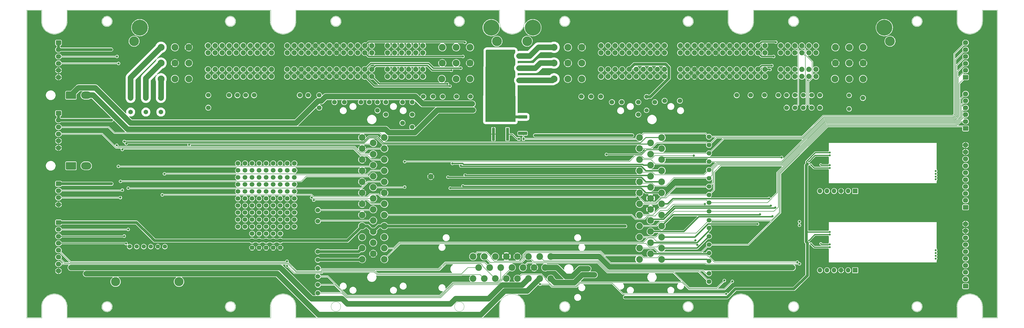
<source format=gbl>
G04 #@! TF.GenerationSoftware,KiCad,Pcbnew,(5.99.0-12439-g94954386e6)*
G04 #@! TF.CreationDate,2021-10-25T23:58:22+03:00*
G04 #@! TF.ProjectId,proteusM73tu,70726f74-6575-4734-9d37-3374752e6b69,a*
G04 #@! TF.SameCoordinates,PX2160ec0PYcfb5d40*
G04 #@! TF.FileFunction,Copper,L2,Bot*
G04 #@! TF.FilePolarity,Positive*
%FSLAX46Y46*%
G04 Gerber Fmt 4.6, Leading zero omitted, Abs format (unit mm)*
G04 Created by KiCad (PCBNEW (5.99.0-12439-g94954386e6)) date 2021-10-25 23:58:22*
%MOMM*%
%LPD*%
G01*
G04 APERTURE LIST*
G04 #@! TA.AperFunction,Profile*
%ADD10C,0.050000*%
G04 #@! TD*
G04 #@! TA.AperFunction,SMDPad,CuDef*
%ADD11C,2.000000*%
G04 #@! TD*
G04 #@! TA.AperFunction,ComponentPad*
%ADD12C,1.700000*%
G04 #@! TD*
G04 #@! TA.AperFunction,ComponentPad*
%ADD13O,3.700000X2.700000*%
G04 #@! TD*
G04 #@! TA.AperFunction,ComponentPad*
%ADD14O,1.950000X1.700000*%
G04 #@! TD*
G04 #@! TA.AperFunction,ComponentPad*
%ADD15R,1.700000X1.700000*%
G04 #@! TD*
G04 #@! TA.AperFunction,ComponentPad*
%ADD16O,1.700000X1.700000*%
G04 #@! TD*
G04 #@! TA.AperFunction,ComponentPad*
%ADD17C,0.599999*%
G04 #@! TD*
G04 #@! TA.AperFunction,ComponentPad*
%ADD18C,1.650000*%
G04 #@! TD*
G04 #@! TA.AperFunction,ComponentPad*
%ADD19C,2.475000*%
G04 #@! TD*
G04 #@! TA.AperFunction,ComponentPad*
%ADD20C,1.875000*%
G04 #@! TD*
G04 #@! TA.AperFunction,ComponentPad*
%ADD21C,3.525000*%
G04 #@! TD*
G04 #@! TA.AperFunction,ComponentPad*
%ADD22C,5.775000*%
G04 #@! TD*
G04 #@! TA.AperFunction,ComponentPad*
%ADD23C,1.524000*%
G04 #@! TD*
G04 #@! TA.AperFunction,ComponentPad*
%ADD24C,0.700000*%
G04 #@! TD*
G04 #@! TA.AperFunction,SMDPad,CuDef*
%ADD25R,0.250000X3.100000*%
G04 #@! TD*
G04 #@! TA.AperFunction,SMDPad,CuDef*
%ADD26R,0.250000X9.750000*%
G04 #@! TD*
G04 #@! TA.AperFunction,SMDPad,CuDef*
%ADD27R,0.250000X5.050000*%
G04 #@! TD*
G04 #@! TA.AperFunction,SMDPad,CuDef*
%ADD28R,39.250000X0.250000*%
G04 #@! TD*
G04 #@! TA.AperFunction,SMDPad,CuDef*
%ADD29R,0.250000X2.250000*%
G04 #@! TD*
G04 #@! TA.AperFunction,SMDPad,CuDef*
%ADD30R,0.250000X0.950000*%
G04 #@! TD*
G04 #@! TA.AperFunction,ComponentPad*
%ADD31C,2.400000*%
G04 #@! TD*
G04 #@! TA.AperFunction,ComponentPad*
%ADD32C,3.302000*%
G04 #@! TD*
G04 #@! TA.AperFunction,SMDPad,CuDef*
%ADD33R,1.100000X4.600000*%
G04 #@! TD*
G04 #@! TA.AperFunction,SMDPad,CuDef*
%ADD34R,10.800000X9.400000*%
G04 #@! TD*
G04 #@! TA.AperFunction,ViaPad*
%ADD35C,0.800000*%
G04 #@! TD*
G04 #@! TA.AperFunction,ViaPad*
%ADD36C,1.500000*%
G04 #@! TD*
G04 #@! TA.AperFunction,Conductor*
%ADD37C,0.200000*%
G04 #@! TD*
G04 #@! TA.AperFunction,Conductor*
%ADD38C,0.400000*%
G04 #@! TD*
G04 #@! TA.AperFunction,Conductor*
%ADD39C,1.000000*%
G04 #@! TD*
G04 #@! TA.AperFunction,Conductor*
%ADD40C,2.000000*%
G04 #@! TD*
G04 #@! TA.AperFunction,Conductor*
%ADD41C,0.300000*%
G04 #@! TD*
G04 #@! TA.AperFunction,Conductor*
%ADD42C,0.500000*%
G04 #@! TD*
G04 APERTURE END LIST*
D10*
X170500000Y4100000D02*
X170500000Y0D01*
X5500000Y107200000D02*
X5500000Y111300000D01*
X344500000Y0D02*
X350000000Y0D01*
X88000000Y4100000D02*
X88000000Y0D01*
X278250000Y4100000D02*
G75*
G03*
X278250000Y4100000I-1750000J0D01*
G01*
X5500000Y0D02*
X0Y0D01*
X88000000Y107200000D02*
X88000000Y111300000D01*
X195750000Y4100000D02*
G75*
G03*
X195750000Y4100000I-1750000J0D01*
G01*
X170500000Y111300000D02*
X97000000Y111300000D01*
X335500000Y111300000D02*
X262000000Y111300000D01*
X262000000Y4100000D02*
X262000000Y0D01*
X97000000Y0D02*
X170500000Y0D01*
X335500000Y4100000D02*
G75*
G02*
X344500000Y4100000I4500000J0D01*
G01*
X253000001Y111300000D02*
X179500000Y111300000D01*
X157750000Y107200000D02*
G75*
G03*
X157750000Y107200000I-1750000J0D01*
G01*
X344500000Y111300000D02*
X349999999Y111300000D01*
X30750000Y4100000D02*
G75*
G03*
X30750000Y4100000I-1750000J0D01*
G01*
X179500000Y107200000D02*
X179500000Y111300000D01*
X97000000Y107200000D02*
X97000000Y111300000D01*
X350000000Y0D02*
X350000000Y111300000D01*
X344500000Y107200000D02*
X344500000Y111300000D01*
X5500000Y111300000D02*
X0Y111300000D01*
X335500000Y4100000D02*
X335500000Y0D01*
X253000000Y4100000D02*
G75*
G02*
X262000000Y4100000I4500000J0D01*
G01*
X75250000Y107200000D02*
G75*
G03*
X75250000Y107200000I-1750000J0D01*
G01*
X14500000Y0D02*
X88000000Y0D01*
X5500000Y4100000D02*
X5500000Y0D01*
X113250000Y4100000D02*
G75*
G03*
X113250000Y4100000I-1750000J0D01*
G01*
X253000000Y107200000D02*
G75*
G03*
X262000000Y107200000I4500000J0D01*
G01*
X170500000Y107200000D02*
G75*
G03*
X179500000Y107200000I4500000J0D01*
G01*
X14500000Y4100000D02*
G75*
G03*
X5500000Y4100000I-4500000J0D01*
G01*
X240250000Y107200000D02*
G75*
G03*
X240250000Y107200000I-1750000J0D01*
G01*
X262000000Y0D02*
X335500000Y0D01*
X335500000Y107200000D02*
X335500000Y111300000D01*
X170500000Y107200000D02*
X170500000Y111300000D01*
X97000000Y4100000D02*
X97000000Y0D01*
X88000000Y111300000D02*
X14500000Y111300000D01*
X262000000Y107200000D02*
X262000000Y111300000D01*
X0Y111300000D02*
X0Y0D01*
X322750000Y4100000D02*
G75*
G03*
X322750000Y4100000I-1750000J0D01*
G01*
X344500000Y4100000D02*
X344500000Y0D01*
X179500000Y4100000D02*
X179500000Y0D01*
X97000000Y107200000D02*
G75*
G02*
X88000000Y107200000I-4500000J0D01*
G01*
X30750000Y107200000D02*
G75*
G03*
X30750000Y107200000I-1750000J0D01*
G01*
X113250000Y107200000D02*
G75*
G03*
X113250000Y107200000I-1750000J0D01*
G01*
X253000000Y4100000D02*
X253000000Y0D01*
X322750000Y107200000D02*
G75*
G03*
X322750000Y107200000I-1750000J0D01*
G01*
X335500000Y107200000D02*
G75*
G03*
X344500000Y107200000I4500000J0D01*
G01*
X14500000Y107200000D02*
G75*
G02*
X5500000Y107200000I-4500000J0D01*
G01*
X195750000Y107200000D02*
G75*
G03*
X195750000Y107200000I-1750000J0D01*
G01*
X179500000Y4100000D02*
G75*
G03*
X170500000Y4100000I-4500000J0D01*
G01*
X253000000Y107200000D02*
X253000001Y111300000D01*
X14500000Y107200000D02*
X14500000Y111300000D01*
X75250000Y4100000D02*
G75*
G03*
X75250000Y4100000I-1750000J0D01*
G01*
X278250000Y107200000D02*
G75*
G03*
X278250000Y107200000I-1750000J0D01*
G01*
X179500000Y0D02*
X253000000Y0D01*
X157750000Y4100000D02*
G75*
G03*
X157750000Y4100000I-1750000J0D01*
G01*
X97000000Y4100000D02*
G75*
G03*
X88000000Y4100000I-4500000J0D01*
G01*
X14500000Y4100000D02*
X14500000Y0D01*
X240250000Y4100000D02*
G75*
G03*
X240250000Y4100000I-1750000J0D01*
G01*
D11*
G04 #@! TO.P,J20,1,Pin_1*
G04 #@! TO.N,GND*
X145700000Y51100000D03*
G04 #@! TD*
D12*
G04 #@! TO.P,P18,1,Pin_1*
G04 #@! TO.N,Net-(J9-PadC52)*
X235500000Y78500000D03*
G04 #@! TD*
G04 #@! TO.P,J1,1,Pin_1*
G04 #@! TO.N,/ETB-2*
G04 #@! TA.AperFunction,ComponentPad*
G36*
G01*
X17599999Y79150000D02*
X14400001Y79150000D01*
G75*
G02*
X14150000Y79400001I0J250001D01*
G01*
X14150000Y81599999D01*
G75*
G02*
X14400001Y81850000I250001J0D01*
G01*
X17599999Y81850000D01*
G75*
G02*
X17850000Y81599999I0J-250001D01*
G01*
X17850000Y79400001D01*
G75*
G02*
X17599999Y79150000I-250001J0D01*
G01*
G37*
G04 #@! TD.AperFunction*
D13*
G04 #@! TO.P,J1,2,Pin_2*
G04 #@! TO.N,/ETB+2*
X21500000Y80500000D03*
G04 #@! TD*
D12*
G04 #@! TO.P,P47,1,Pin_1*
G04 #@! TO.N,Net-(BRD1-PadA13)*
X246000000Y23500000D03*
G04 #@! TD*
G04 #@! TO.P,P76,1,Pin_1*
G04 #@! TO.N,Net-(J8-PadB15)*
X139000000Y78000000D03*
G04 #@! TD*
G04 #@! TO.P,P51,1,Pin_1*
G04 #@! TO.N,/GATE_IGN4*
X246000000Y56500000D03*
G04 #@! TD*
G04 #@! TO.P,P67,1,Pin_1*
G04 #@! TO.N,/GATE_IGN1*
X246000000Y65500000D03*
G04 #@! TD*
G04 #@! TO.P,J17,1,Pin_1*
G04 #@! TO.N,/GATE_IGN12*
G04 #@! TA.AperFunction,ComponentPad*
G36*
G01*
X339225000Y67650000D02*
X337775000Y67650000D01*
G75*
G02*
X337525000Y67900000I0J250000D01*
G01*
X337525000Y69100000D01*
G75*
G02*
X337775000Y69350000I250000J0D01*
G01*
X339225000Y69350000D01*
G75*
G02*
X339475000Y69100000I0J-250000D01*
G01*
X339475000Y67900000D01*
G75*
G02*
X339225000Y67650000I-250000J0D01*
G01*
G37*
G04 #@! TD.AperFunction*
D14*
G04 #@! TO.P,J17,2,Pin_2*
G04 #@! TO.N,/GATE_IGN11*
X338500000Y71000000D03*
G04 #@! TO.P,J17,3,Pin_3*
G04 #@! TO.N,/GATE_IGN10*
X338500000Y73500000D03*
G04 #@! TO.P,J17,4,Pin_4*
G04 #@! TO.N,/GATE_IGN9*
X338500000Y76000000D03*
G04 #@! TO.P,J17,5,Pin_5*
G04 #@! TO.N,/GATE_IGN8*
X338500000Y78500000D03*
G04 #@! TO.P,J17,6,Pin_6*
G04 #@! TO.N,/GATE_IGN7*
X338500000Y81000000D03*
G04 #@! TD*
D15*
G04 #@! TO.P,J3,1,Pin_1*
G04 #@! TO.N,Net-(J3-Pad1)*
X298700000Y45875000D03*
D16*
G04 #@! TO.P,J3,2,Pin_2*
G04 #@! TO.N,Net-(J3-Pad2)*
X296160000Y45875000D03*
G04 #@! TO.P,J3,3,Pin_3*
G04 #@! TO.N,GND*
X293620000Y45875000D03*
G04 #@! TO.P,J3,4,Pin_4*
G04 #@! TO.N,Net-(J3-Pad4)*
X291080000Y45875000D03*
G04 #@! TO.P,J3,5,Pin_5*
G04 #@! TO.N,Net-(J3-Pad5)*
X288540000Y45875000D03*
G04 #@! TO.P,J3,6,Pin_6*
G04 #@! TO.N,N/C*
X286000000Y45875000D03*
G04 #@! TD*
G04 #@! TO.P,J6,1,Pin_1*
G04 #@! TO.N,+5VA*
G04 #@! TA.AperFunction,ComponentPad*
G36*
G01*
X10775000Y49350000D02*
X12225000Y49350000D01*
G75*
G02*
X12475000Y49100000I0J-250000D01*
G01*
X12475000Y47900000D01*
G75*
G02*
X12225000Y47650000I-250000J0D01*
G01*
X10775000Y47650000D01*
G75*
G02*
X10525000Y47900000I0J250000D01*
G01*
X10525000Y49100000D01*
G75*
G02*
X10775000Y49350000I250000J0D01*
G01*
G37*
G04 #@! TD.AperFunction*
D14*
G04 #@! TO.P,J6,2,Pin_2*
G04 #@! TO.N,/IN_PPS1*
X11500000Y46000000D03*
G04 #@! TO.P,J6,3,Pin_3*
G04 #@! TO.N,/IN_PPS2*
X11500000Y43500000D03*
G04 #@! TO.P,J6,4,Pin_4*
G04 #@! TO.N,GND*
X11500000Y41000000D03*
G04 #@! TD*
D12*
G04 #@! TO.P,P79,1,Pin_1*
G04 #@! TO.N,Net-(J8-PadB23)*
X129500000Y78000000D03*
G04 #@! TD*
G04 #@! TO.P,P8,1,Pin_1*
G04 #@! TO.N,Net-(J9-PadB10)*
X277000000Y80500000D03*
G04 #@! TD*
G04 #@! TO.P,P36,1,Pin_1*
G04 #@! TO.N,Net-(J8-PadC36)*
X98500000Y80500000D03*
G04 #@! TD*
G04 #@! TO.P,J5,1,Pin_1*
G04 #@! TO.N,+5VA*
G04 #@! TA.AperFunction,ComponentPad*
G36*
G01*
X10775000Y100350000D02*
X12225000Y100350000D01*
G75*
G02*
X12475000Y100100000I0J-250000D01*
G01*
X12475000Y98900000D01*
G75*
G02*
X12225000Y98650000I-250000J0D01*
G01*
X10775000Y98650000D01*
G75*
G02*
X10525000Y98900000I0J250000D01*
G01*
X10525000Y100100000D01*
G75*
G02*
X10775000Y100350000I250000J0D01*
G01*
G37*
G04 #@! TD.AperFunction*
D14*
G04 #@! TO.P,J5,2,Pin_2*
X11500000Y97000000D03*
G04 #@! TO.P,J5,3,Pin_3*
G04 #@! TO.N,/IN_TPS2_1*
X11500000Y94500000D03*
G04 #@! TO.P,J5,4,Pin_4*
G04 #@! TO.N,/IN_TPS2_2*
X11500000Y92000000D03*
G04 #@! TO.P,J5,5,Pin_5*
G04 #@! TO.N,GND*
X11500000Y89500000D03*
G04 #@! TO.P,J5,6,Pin_6*
X11500000Y87000000D03*
G04 #@! TD*
D12*
G04 #@! TO.P,P19,1,Pin_1*
G04 #@! TO.N,Net-(J9-PadD3)*
X230000000Y78500000D03*
G04 #@! TD*
G04 #@! TO.P,G3,1*
G04 #@! TO.N,Net-(G3-Pad1)*
X91440000Y45720000D03*
G04 #@! TO.P,G3,2*
G04 #@! TO.N,Net-(G3-Pad12)*
X91440000Y48260000D03*
G04 #@! TO.P,G3,3*
G04 #@! TO.N,Net-(G3-Pad13)*
X91440000Y50800000D03*
G04 #@! TO.P,G3,4*
G04 #@! TO.N,Net-(G3-Pad14)*
X91440000Y53340000D03*
G04 #@! TO.P,G3,5*
G04 #@! TO.N,Net-(G3-Pad10)*
X91440000Y55880000D03*
G04 #@! TO.P,G3,6*
G04 #@! TO.N,Net-(G3-Pad1)*
X93980000Y45720000D03*
G04 #@! TO.P,G3,7*
G04 #@! TO.N,Net-(G3-Pad12)*
X93980000Y48260000D03*
G04 #@! TO.P,G3,8*
G04 #@! TO.N,Net-(G3-Pad13)*
X93980000Y50800000D03*
G04 #@! TO.P,G3,9*
G04 #@! TO.N,Net-(G3-Pad14)*
X93980000Y53340000D03*
G04 #@! TO.P,G3,10*
G04 #@! TO.N,Net-(G3-Pad10)*
X93980000Y55880000D03*
G04 #@! TO.P,G3,11*
G04 #@! TO.N,Net-(G3-Pad1)*
X96520000Y45720000D03*
G04 #@! TO.P,G3,12*
G04 #@! TO.N,Net-(G3-Pad12)*
X96520000Y48260000D03*
G04 #@! TO.P,G3,13*
G04 #@! TO.N,Net-(G3-Pad13)*
X96520000Y50800000D03*
G04 #@! TO.P,G3,14*
G04 #@! TO.N,Net-(G3-Pad14)*
X96520000Y53340000D03*
G04 #@! TO.P,G3,15*
G04 #@! TO.N,Net-(G3-Pad10)*
X96520000Y55880000D03*
G04 #@! TD*
G04 #@! TO.P,G2,1*
G04 #@! TO.N,Net-(G2-Pad1)*
X83820000Y45720000D03*
G04 #@! TO.P,G2,2*
G04 #@! TO.N,Net-(G2-Pad12)*
X83820000Y48260000D03*
G04 #@! TO.P,G2,3*
G04 #@! TO.N,Net-(G2-Pad13)*
X83820000Y50800000D03*
G04 #@! TO.P,G2,4*
G04 #@! TO.N,Net-(G2-Pad14)*
X83820000Y53340000D03*
G04 #@! TO.P,G2,5*
G04 #@! TO.N,Net-(G2-Pad10)*
X83820000Y55880000D03*
G04 #@! TO.P,G2,6*
G04 #@! TO.N,Net-(G2-Pad1)*
X86360000Y45720000D03*
G04 #@! TO.P,G2,7*
G04 #@! TO.N,Net-(G2-Pad12)*
X86360000Y48260000D03*
G04 #@! TO.P,G2,8*
G04 #@! TO.N,Net-(G2-Pad13)*
X86360000Y50800000D03*
G04 #@! TO.P,G2,9*
G04 #@! TO.N,Net-(G2-Pad14)*
X86360000Y53340000D03*
G04 #@! TO.P,G2,10*
G04 #@! TO.N,Net-(G2-Pad10)*
X86360000Y55880000D03*
G04 #@! TO.P,G2,11*
G04 #@! TO.N,Net-(G2-Pad1)*
X88900000Y45720000D03*
G04 #@! TO.P,G2,12*
G04 #@! TO.N,Net-(G2-Pad12)*
X88900000Y48260000D03*
G04 #@! TO.P,G2,13*
G04 #@! TO.N,Net-(G2-Pad13)*
X88900000Y50800000D03*
G04 #@! TO.P,G2,14*
G04 #@! TO.N,Net-(G2-Pad14)*
X88900000Y53340000D03*
G04 #@! TO.P,G2,15*
G04 #@! TO.N,Net-(G2-Pad10)*
X88900000Y55880000D03*
G04 #@! TD*
G04 #@! TO.P,P54,1,Pin_1*
G04 #@! TO.N,/GATE_IGN8*
X246000000Y44500000D03*
G04 #@! TD*
G04 #@! TO.P,P7,1,Pin_1*
G04 #@! TO.N,Net-(J9-PadB9)*
X280000000Y76000000D03*
G04 #@! TD*
G04 #@! TO.P,J19,1,Pin_1*
G04 #@! TO.N,+5VA*
G04 #@! TA.AperFunction,ComponentPad*
G36*
G01*
X10775000Y35350000D02*
X12225000Y35350000D01*
G75*
G02*
X12475000Y35100000I0J-250000D01*
G01*
X12475000Y33900000D01*
G75*
G02*
X12225000Y33650000I-250000J0D01*
G01*
X10775000Y33650000D01*
G75*
G02*
X10525000Y33900000I0J250000D01*
G01*
X10525000Y35100000D01*
G75*
G02*
X10775000Y35350000I250000J0D01*
G01*
G37*
G04 #@! TD.AperFunction*
D14*
G04 #@! TO.P,J19,2,Pin_2*
G04 #@! TO.N,/IN_AV10*
X11500000Y32000000D03*
G04 #@! TO.P,J19,3,Pin_3*
G04 #@! TO.N,/OUT_FAN_RELAY*
X11500000Y29500000D03*
G04 #@! TO.P,J19,4,Pin_4*
G04 #@! TO.N,/OUT_FUEL_PUMP*
X11500000Y27000000D03*
G04 #@! TO.P,J19,5,Pin_5*
G04 #@! TO.N,/IN_START_BTN*
X11500000Y24500000D03*
G04 #@! TO.P,J19,6,Pin_6*
G04 #@! TO.N,/IN_D4*
X11500000Y22000000D03*
G04 #@! TO.P,J19,7,Pin_7*
G04 #@! TO.N,/IN_D5*
X11500000Y19500000D03*
G04 #@! TO.P,J19,8,Pin_8*
G04 #@! TO.N,GND*
X11500000Y17000000D03*
G04 #@! TD*
D17*
G04 #@! TO.P,M2,V1,V5*
G04 #@! TO.N,+5VA*
X281456662Y55612501D03*
G04 #@! TO.P,M2,V2,CAN_VIO*
G04 #@! TO.N,Net-(M2-PadV2)*
X281981662Y56487503D03*
G04 #@! TO.P,M2,V5,CAN_TX*
G04 #@! TO.N,Net-(M2-PadV5)*
X282731660Y55312499D03*
G04 #@! TO.P,M2,V6,CAN_RX*
G04 #@! TO.N,Net-(M2-PadV6)*
X286281661Y55387502D03*
G04 #@! TD*
D12*
G04 #@! TO.P,P45,1,Pin_1*
G04 #@! TO.N,Net-(BRD1-PadA2)*
X246000000Y29500000D03*
G04 #@! TD*
G04 #@! TO.P,P38,1,Pin_1*
G04 #@! TO.N,Net-(J8-PadC49)*
X101500000Y80500000D03*
G04 #@! TD*
D18*
G04 #@! TO.P,F7,1,1*
G04 #@! TO.N,/HV5*
X43000000Y79500000D03*
G04 #@! TO.P,F7,2,2*
G04 #@! TO.N,/OUT_IGN7*
X43000000Y74420000D03*
G04 #@! TD*
D12*
G04 #@! TO.P,P20,1,Pin_1*
G04 #@! TO.N,Net-(J9-PadD6)*
X220500000Y73500000D03*
G04 #@! TD*
G04 #@! TO.P,P31,1,Pin_1*
G04 #@! TO.N,Net-(J8-PadC14)*
X123500000Y78000000D03*
G04 #@! TD*
G04 #@! TO.P,P61,1,Pin_1*
G04 #@! TO.N,Net-(J8-PadB8)*
X146500000Y80000000D03*
G04 #@! TD*
G04 #@! TO.P,G1,1*
G04 #@! TO.N,Net-(G1-Pad1)*
X91440000Y33020000D03*
G04 #@! TO.P,G1,2*
G04 #@! TO.N,Net-(G1-Pad12)*
X91440000Y35560000D03*
G04 #@! TO.P,G1,3*
G04 #@! TO.N,Net-(G1-Pad13)*
X91440000Y38100000D03*
G04 #@! TO.P,G1,4*
G04 #@! TO.N,Net-(G1-Pad14)*
X91440000Y40640000D03*
G04 #@! TO.P,G1,5*
G04 #@! TO.N,Net-(G1-Pad10)*
X91440000Y43180000D03*
G04 #@! TO.P,G1,6*
G04 #@! TO.N,Net-(G1-Pad1)*
X93980000Y33020000D03*
G04 #@! TO.P,G1,7*
G04 #@! TO.N,Net-(G1-Pad12)*
X93980000Y35560000D03*
G04 #@! TO.P,G1,8*
G04 #@! TO.N,Net-(G1-Pad13)*
X93980000Y38100000D03*
G04 #@! TO.P,G1,9*
G04 #@! TO.N,Net-(G1-Pad14)*
X93980000Y40640000D03*
G04 #@! TO.P,G1,10*
G04 #@! TO.N,Net-(G1-Pad10)*
X93980000Y43180000D03*
G04 #@! TO.P,G1,11*
G04 #@! TO.N,Net-(G1-Pad1)*
X96520000Y33020000D03*
G04 #@! TO.P,G1,12*
G04 #@! TO.N,Net-(G1-Pad12)*
X96520000Y35560000D03*
G04 #@! TO.P,G1,13*
G04 #@! TO.N,Net-(G1-Pad13)*
X96520000Y38100000D03*
G04 #@! TO.P,G1,14*
G04 #@! TO.N,Net-(G1-Pad14)*
X96520000Y40640000D03*
G04 #@! TO.P,G1,15*
G04 #@! TO.N,Net-(G1-Pad10)*
X96520000Y43180000D03*
G04 #@! TD*
G04 #@! TO.P,P39,1,Pin_1*
G04 #@! TO.N,Net-(J8-PadD6)*
X82000000Y80500000D03*
G04 #@! TD*
G04 #@! TO.P,G7,1*
G04 #@! TO.N,Net-(G7-Pad1)*
X76200000Y45720000D03*
G04 #@! TO.P,G7,2*
G04 #@! TO.N,Net-(G7-Pad12)*
X76200000Y48260000D03*
G04 #@! TO.P,G7,3*
G04 #@! TO.N,Net-(G7-Pad13)*
X76200000Y50800000D03*
G04 #@! TO.P,G7,4*
G04 #@! TO.N,Net-(G7-Pad14)*
X76200000Y53340000D03*
G04 #@! TO.P,G7,5*
G04 #@! TO.N,Net-(G7-Pad10)*
X76200000Y55880000D03*
G04 #@! TO.P,G7,6*
G04 #@! TO.N,Net-(G7-Pad1)*
X78740000Y45720000D03*
G04 #@! TO.P,G7,7*
G04 #@! TO.N,Net-(G7-Pad12)*
X78740000Y48260000D03*
G04 #@! TO.P,G7,8*
G04 #@! TO.N,Net-(G7-Pad13)*
X78740000Y50800000D03*
G04 #@! TO.P,G7,9*
G04 #@! TO.N,Net-(G7-Pad14)*
X78740000Y53340000D03*
G04 #@! TO.P,G7,10*
G04 #@! TO.N,Net-(G7-Pad10)*
X78740000Y55880000D03*
G04 #@! TO.P,G7,11*
G04 #@! TO.N,Net-(G7-Pad1)*
X81280000Y45720000D03*
G04 #@! TO.P,G7,12*
G04 #@! TO.N,Net-(G7-Pad12)*
X81280000Y48260000D03*
G04 #@! TO.P,G7,13*
G04 #@! TO.N,Net-(G7-Pad13)*
X81280000Y50800000D03*
G04 #@! TO.P,G7,14*
G04 #@! TO.N,Net-(G7-Pad14)*
X81280000Y53340000D03*
G04 #@! TO.P,G7,15*
G04 #@! TO.N,Net-(G7-Pad10)*
X81280000Y55880000D03*
G04 #@! TD*
G04 #@! TO.P,P73,1,Pin_1*
G04 #@! TO.N,/12V_PROT*
X105000000Y24000000D03*
G04 #@! TD*
G04 #@! TO.P,P24,1,Pin_1*
G04 #@! TO.N,Net-(J9-PadD30)*
X203500000Y80000000D03*
G04 #@! TD*
G04 #@! TO.P,P37,1,Pin_1*
G04 #@! TO.N,Net-(J8-PadC46)*
X105500000Y80500000D03*
G04 #@! TD*
G04 #@! TO.P,P62,1,Pin_1*
G04 #@! TO.N,Net-(BRD1-PadB11)*
X105000000Y15000000D03*
G04 #@! TD*
G04 #@! TO.P,P49,1,Pin_1*
G04 #@! TO.N,/GATE_IGN2*
X246000000Y62500000D03*
G04 #@! TD*
G04 #@! TO.P,P75,1,Pin_1*
G04 #@! TO.N,Net-(J8-PadB11)*
X126500000Y78000000D03*
G04 #@! TD*
G04 #@! TO.P,P26,1,Pin_1*
G04 #@! TO.N,Net-(J9-PadD36)*
X220500000Y78000000D03*
G04 #@! TD*
G04 #@! TO.P,P68,1,Pin_1*
G04 #@! TO.N,/GATE_IGN7*
X246000000Y47500000D03*
G04 #@! TD*
G04 #@! TO.P,P30,1,Pin_1*
G04 #@! TO.N,Net-(J8-PadC3)*
X120500000Y78000000D03*
G04 #@! TD*
G04 #@! TO.P,P55,1,Pin_1*
G04 #@! TO.N,/GATE_IGN9*
X246000000Y41700000D03*
G04 #@! TD*
G04 #@! TO.P,P5,1,Pin_1*
G04 #@! TO.N,Net-(J9-PadB7)*
X286000000Y76000000D03*
G04 #@! TD*
G04 #@! TO.P,P1,1,Pin_1*
G04 #@! TO.N,Net-(J8-PadB3)*
X139000000Y69000000D03*
G04 #@! TD*
G04 #@! TO.P,P27,1,Pin_1*
G04 #@! TO.N,Net-(J9-PadD37)*
X214500000Y78000000D03*
G04 #@! TD*
G04 #@! TO.P,P29,1,Pin_1*
G04 #@! TO.N,Net-(J8-PadA8)*
X155000000Y80000000D03*
G04 #@! TD*
D18*
G04 #@! TO.P,F8,1,1*
G04 #@! TO.N,/HV6*
X48400000Y79500000D03*
G04 #@! TO.P,F8,2,2*
G04 #@! TO.N,/OUT_IGN7*
X48400000Y74420000D03*
G04 #@! TD*
G04 #@! TO.P,J7,1,Pin_1*
G04 #@! TO.N,/12V_MR*
G04 #@! TA.AperFunction,ComponentPad*
G36*
G01*
X339225000Y10650000D02*
X337775000Y10650000D01*
G75*
G02*
X337525000Y10900000I0J250000D01*
G01*
X337525000Y12100000D01*
G75*
G02*
X337775000Y12350000I250000J0D01*
G01*
X339225000Y12350000D01*
G75*
G02*
X339475000Y12100000I0J-250000D01*
G01*
X339475000Y10900000D01*
G75*
G02*
X339225000Y10650000I-250000J0D01*
G01*
G37*
G04 #@! TD.AperFunction*
D14*
G04 #@! TO.P,J7,2,Pin_2*
X338500000Y14000000D03*
G04 #@! TO.P,J7,3,Pin_3*
G04 #@! TO.N,Net-(J11-Pad3)*
X338500000Y16500000D03*
G04 #@! TO.P,J7,4,Pin_4*
G04 #@! TO.N,Net-(J11-Pad4)*
X338500000Y19000000D03*
G04 #@! TO.P,J7,5,Pin_5*
G04 #@! TO.N,Net-(J11-Pad5)*
X338500000Y21500000D03*
G04 #@! TO.P,J7,6,Pin_6*
G04 #@! TO.N,Net-(J11-Pad6)*
X338500000Y24000000D03*
G04 #@! TO.P,J7,7,Pin_7*
G04 #@! TO.N,Net-(J11-Pad7)*
X338500000Y26500000D03*
G04 #@! TO.P,J7,8,Pin_8*
X338500000Y29000000D03*
G04 #@! TO.P,J7,9,Pin_9*
G04 #@! TO.N,GND*
X338500000Y31500000D03*
G04 #@! TO.P,J7,10,Pin_10*
X338500000Y34000000D03*
G04 #@! TD*
D12*
G04 #@! TO.P,P50,1,Pin_1*
G04 #@! TO.N,/GATE_IGN3*
X246000000Y59500000D03*
G04 #@! TD*
G04 #@! TO.P,P66,1,Pin_1*
G04 #@! TO.N,Net-(BRD1-PadB21)*
X246000000Y13100000D03*
G04 #@! TD*
G04 #@! TO.P,P15,1,Pin_1*
G04 #@! TO.N,Net-(J9-PadC14)*
X266000000Y80500000D03*
G04 #@! TD*
D18*
G04 #@! TO.P,F2,1,1*
G04 #@! TO.N,/HV1*
X177540000Y94700000D03*
G04 #@! TO.P,F2,2,2*
G04 #@! TO.N,/OUT_IGN1*
X172460000Y94700000D03*
G04 #@! TD*
D12*
G04 #@! TO.P,P48,1,Pin_1*
G04 #@! TO.N,Net-(BRD1-PadA14)*
X246000000Y32500000D03*
G04 #@! TD*
D19*
G04 #@! TO.P,J8,A1,A1*
G04 #@! TO.N,N/C*
X159850000Y97815000D03*
G04 #@! TO.P,J8,A2,A2*
X154850000Y97815000D03*
G04 #@! TO.P,J8,A3,A3*
X149850000Y97815000D03*
G04 #@! TO.P,J8,A4,A4*
G04 #@! TO.N,GND*
X159850000Y92115000D03*
G04 #@! TO.P,J8,A5,A5*
G04 #@! TO.N,N/C*
X154850000Y92115000D03*
G04 #@! TO.P,J8,A6,A6*
G04 #@! TO.N,GND*
X149850000Y92115000D03*
G04 #@! TO.P,J8,A7,A7*
G04 #@! TO.N,Net-(J8-PadA7)*
X159850000Y86415000D03*
G04 #@! TO.P,J8,A8,A8*
G04 #@! TO.N,Net-(J8-PadA8)*
X154850000Y86415000D03*
G04 #@! TO.P,J8,A9,A9*
G04 #@! TO.N,N/C*
X149690000Y86415000D03*
D20*
G04 #@! TO.P,J8,B1,B1*
X142850000Y98415000D03*
G04 #@! TO.P,J8,B2,B2*
X140310000Y98415000D03*
G04 #@! TO.P,J8,B3,B3*
G04 #@! TO.N,Net-(J8-PadB3)*
X137770000Y98415000D03*
G04 #@! TO.P,J8,B4,B4*
G04 #@! TO.N,Net-(J8-PadB4)*
X135230000Y98415000D03*
G04 #@! TO.P,J8,B5,B5*
G04 #@! TO.N,Net-(J8-PadB5)*
X132690000Y98415000D03*
G04 #@! TO.P,J8,B6,B6*
G04 #@! TO.N,N/C*
X130150000Y98415000D03*
G04 #@! TO.P,J8,B7,B7*
G04 #@! TO.N,Net-(J8-PadB7)*
X142850000Y95875000D03*
G04 #@! TO.P,J8,B8,B8*
G04 #@! TO.N,Net-(J8-PadB8)*
X140310000Y95875000D03*
G04 #@! TO.P,J8,B9,B9*
G04 #@! TO.N,Net-(J8-PadB9)*
X137770000Y95875000D03*
G04 #@! TO.P,J8,B10,B10*
G04 #@! TO.N,Net-(J8-PadB10)*
X135230000Y95875000D03*
G04 #@! TO.P,J8,B11,B11*
G04 #@! TO.N,Net-(J8-PadB11)*
X132690000Y95875000D03*
G04 #@! TO.P,J8,B12,B12*
G04 #@! TO.N,N/C*
X130150000Y95875000D03*
G04 #@! TO.P,J8,B13,B13*
X142850000Y89825000D03*
G04 #@! TO.P,J8,B14,B14*
X140310000Y89825000D03*
G04 #@! TO.P,J8,B15,B15*
G04 #@! TO.N,Net-(J8-PadB15)*
X137770000Y89825000D03*
G04 #@! TO.P,J8,B16,B16*
G04 #@! TO.N,N/C*
X135230000Y89825000D03*
G04 #@! TO.P,J8,B17,B17*
G04 #@! TO.N,Net-(J8-PadB17)*
X132690000Y89825000D03*
G04 #@! TO.P,J8,B18,B18*
G04 #@! TO.N,N/C*
X130150000Y89825000D03*
G04 #@! TO.P,J8,B19,B19*
G04 #@! TO.N,Net-(J8-PadB19)*
X142850000Y87285000D03*
G04 #@! TO.P,J8,B20,B20*
G04 #@! TO.N,N/C*
X140310000Y87285000D03*
G04 #@! TO.P,J8,B21,B21*
X137770000Y87285000D03*
G04 #@! TO.P,J8,B22,B22*
X135230000Y87285000D03*
G04 #@! TO.P,J8,B23,B23*
G04 #@! TO.N,Net-(J8-PadB23)*
X132690000Y87285000D03*
G04 #@! TO.P,J8,B24,B24*
G04 #@! TO.N,N/C*
X130150000Y87285000D03*
G04 #@! TO.P,J8,C1,C1*
X124450000Y98415000D03*
G04 #@! TO.P,J8,C2,C2*
G04 #@! TO.N,/OUT_INJ10*
X121910000Y98415000D03*
G04 #@! TO.P,J8,C3,C3*
G04 #@! TO.N,Net-(J8-PadC3)*
X119370000Y98415000D03*
G04 #@! TO.P,J8,C4,C4*
G04 #@! TO.N,N/C*
X116830000Y98415000D03*
G04 #@! TO.P,J8,C5,C5*
X114290000Y98415000D03*
G04 #@! TO.P,J8,C6,C6*
G04 #@! TO.N,GND*
X111750000Y98415000D03*
G04 #@! TO.P,J8,C7,C7*
G04 #@! TO.N,N/C*
X109210000Y98415000D03*
G04 #@! TO.P,J8,C8,C8*
X106670000Y98415000D03*
G04 #@! TO.P,J8,C9,C9*
G04 #@! TO.N,GND*
X104130000Y98415000D03*
G04 #@! TO.P,J8,C10,C10*
G04 #@! TO.N,N/C*
X101590000Y98415000D03*
G04 #@! TO.P,J8,C11,C11*
X99050000Y98415000D03*
G04 #@! TO.P,J8,C12,C12*
X96510000Y98415000D03*
G04 #@! TO.P,J8,C13,C13*
X93970000Y98415000D03*
G04 #@! TO.P,J8,C14,C14*
G04 #@! TO.N,Net-(J8-PadC14)*
X124450000Y95875000D03*
G04 #@! TO.P,J8,C15,C15*
G04 #@! TO.N,/OUT_INJ8*
X121910000Y95875000D03*
G04 #@! TO.P,J8,C16,C16*
G04 #@! TO.N,N/C*
X119370000Y95875000D03*
G04 #@! TO.P,J8,C17,C17*
X116830000Y95875000D03*
G04 #@! TO.P,J8,C18,C18*
G04 #@! TO.N,Net-(J8-PadC18)*
X114290000Y95875000D03*
G04 #@! TO.P,J8,C19,C19*
G04 #@! TO.N,GND*
X111750000Y95875000D03*
G04 #@! TO.P,J8,C20,C20*
G04 #@! TO.N,Net-(J8-PadC20)*
X109210000Y95875000D03*
G04 #@! TO.P,J8,C21,C21*
G04 #@! TO.N,N/C*
X106670000Y95875000D03*
G04 #@! TO.P,J8,C22,C22*
X104130000Y95875000D03*
G04 #@! TO.P,J8,C23,C23*
G04 #@! TO.N,/IN_MAF2*
X101590000Y95875000D03*
G04 #@! TO.P,J8,C24,C24*
G04 #@! TO.N,N/C*
X99050000Y95875000D03*
G04 #@! TO.P,J8,C25,C25*
X96510000Y95875000D03*
G04 #@! TO.P,J8,C26,C26*
X93970000Y95875000D03*
G04 #@! TO.P,J8,C27,C27*
G04 #@! TO.N,/OUT_INJ12*
X124450000Y89825000D03*
G04 #@! TO.P,J8,C28,C28*
G04 #@! TO.N,/OUT_INJ11*
X121910000Y89825000D03*
G04 #@! TO.P,J8,C29,C29*
G04 #@! TO.N,N/C*
X119370000Y89825000D03*
G04 #@! TO.P,J8,C30,C30*
X116830000Y89825000D03*
G04 #@! TO.P,J8,C31,C31*
X114290000Y89825000D03*
G04 #@! TO.P,J8,C32,C32*
G04 #@! TO.N,Net-(J8-PadC32)*
X111750000Y89825000D03*
G04 #@! TO.P,J8,C33,C33*
G04 #@! TO.N,N/C*
X109210000Y89825000D03*
G04 #@! TO.P,J8,C34,C34*
G04 #@! TO.N,/IN_IAT*
X106670000Y89825000D03*
G04 #@! TO.P,J8,C35,C35*
G04 #@! TO.N,N/C*
X104130000Y89825000D03*
G04 #@! TO.P,J8,C36,C36*
G04 #@! TO.N,Net-(J8-PadC36)*
X101590000Y89825000D03*
G04 #@! TO.P,J8,C37,C37*
G04 #@! TO.N,GND*
X99050000Y89825000D03*
G04 #@! TO.P,J8,C38,C38*
G04 #@! TO.N,N/C*
X96510000Y89825000D03*
G04 #@! TO.P,J8,C39,C39*
X93970000Y89825000D03*
G04 #@! TO.P,J8,C40,C40*
G04 #@! TO.N,/OUT_INJ9*
X124450000Y87285000D03*
G04 #@! TO.P,J8,C41,C41*
G04 #@! TO.N,/OUT_INJ7*
X121910000Y87285000D03*
G04 #@! TO.P,J8,C42,C42*
G04 #@! TO.N,N/C*
X119370000Y87285000D03*
G04 #@! TO.P,J8,C43,C43*
X116830000Y87285000D03*
G04 #@! TO.P,J8,C44,C44*
X114290000Y87285000D03*
G04 #@! TO.P,J8,C45,C45*
G04 #@! TO.N,GND*
X111750000Y87285000D03*
G04 #@! TO.P,J8,C46,C46*
G04 #@! TO.N,Net-(J8-PadC46)*
X109210000Y87285000D03*
G04 #@! TO.P,J8,C47,C47*
G04 #@! TO.N,GND*
X106670000Y87285000D03*
G04 #@! TO.P,J8,C48,C48*
G04 #@! TO.N,N/C*
X104130000Y87285000D03*
G04 #@! TO.P,J8,C49,C49*
G04 #@! TO.N,Net-(J8-PadC49)*
X101590000Y87285000D03*
G04 #@! TO.P,J8,C50,C50*
G04 #@! TO.N,GND*
X99050000Y87285000D03*
G04 #@! TO.P,J8,C51,C51*
G04 #@! TO.N,N/C*
X96510000Y87285000D03*
G04 #@! TO.P,J8,C52,C52*
X93970000Y87285000D03*
G04 #@! TO.P,J8,D1,D1*
X88250000Y98415000D03*
G04 #@! TO.P,J8,D2,D2*
X85710000Y98415000D03*
G04 #@! TO.P,J8,D3,D3*
X83170000Y98415000D03*
G04 #@! TO.P,J8,D4,D4*
X80630000Y98415000D03*
G04 #@! TO.P,J8,D5,D5*
X78090000Y98415000D03*
G04 #@! TO.P,J8,D6,D6*
G04 #@! TO.N,Net-(J8-PadD6)*
X75550000Y98415000D03*
G04 #@! TO.P,J8,D7,D7*
G04 #@! TO.N,N/C*
X73010000Y98415000D03*
G04 #@! TO.P,J8,D8,D8*
X70470000Y98415000D03*
G04 #@! TO.P,J8,D9,D9*
X67930000Y98415000D03*
G04 #@! TO.P,J8,D10,D10*
G04 #@! TO.N,Net-(J8-PadD10)*
X65390000Y98415000D03*
G04 #@! TO.P,J8,D11,D11*
G04 #@! TO.N,N/C*
X88250000Y95875000D03*
G04 #@! TO.P,J8,D12,D12*
X85710000Y95875000D03*
G04 #@! TO.P,J8,D13,D13*
X83170000Y95875000D03*
G04 #@! TO.P,J8,D14,D14*
X80630000Y95875000D03*
G04 #@! TO.P,J8,D15,D15*
X78090000Y95875000D03*
G04 #@! TO.P,J8,D16,D16*
X75550000Y95875000D03*
G04 #@! TO.P,J8,D17,D17*
X73010000Y95875000D03*
G04 #@! TO.P,J8,D18,D18*
X70470000Y95875000D03*
G04 #@! TO.P,J8,D19,D19*
X67930000Y95875000D03*
G04 #@! TO.P,J8,D20,D20*
X65390000Y95875000D03*
G04 #@! TO.P,J8,D21,D21*
X88250000Y89825000D03*
G04 #@! TO.P,J8,D22,D22*
X85710000Y89825000D03*
G04 #@! TO.P,J8,D23,D23*
X83170000Y89825000D03*
G04 #@! TO.P,J8,D24,D24*
X80630000Y89825000D03*
G04 #@! TO.P,J8,D25,D25*
X78090000Y89825000D03*
G04 #@! TO.P,J8,D26,D26*
G04 #@! TO.N,Net-(J8-PadD26)*
X75550000Y89825000D03*
G04 #@! TO.P,J8,D27,D27*
G04 #@! TO.N,N/C*
X73010000Y89825000D03*
G04 #@! TO.P,J8,D28,D28*
X70470000Y89825000D03*
G04 #@! TO.P,J8,D29,D29*
X67930000Y89825000D03*
G04 #@! TO.P,J8,D30,D30*
X65390000Y89825000D03*
G04 #@! TO.P,J8,D31,D31*
X88250000Y87285000D03*
G04 #@! TO.P,J8,D32,D32*
X85710000Y87285000D03*
G04 #@! TO.P,J8,D33,D33*
X83170000Y87285000D03*
G04 #@! TO.P,J8,D34,D34*
X80630000Y87285000D03*
G04 #@! TO.P,J8,D35,D35*
X78090000Y87285000D03*
G04 #@! TO.P,J8,D36,D36*
G04 #@! TO.N,Net-(J8-PadD36)*
X75550000Y87285000D03*
G04 #@! TO.P,J8,D37,D37*
G04 #@! TO.N,Net-(J8-PadD37)*
X73010000Y87285000D03*
G04 #@! TO.P,J8,D38,D38*
G04 #@! TO.N,N/C*
X70470000Y87285000D03*
G04 #@! TO.P,J8,D39,D39*
X67930000Y87285000D03*
G04 #@! TO.P,J8,D40,D40*
G04 #@! TO.N,Net-(J8-PadD40)*
X65390000Y87285000D03*
D19*
G04 #@! TO.P,J8,E1,E1*
G04 #@! TO.N,GND*
X58450000Y97815000D03*
G04 #@! TO.P,J8,E2,E2*
G04 #@! TO.N,N/C*
X53450000Y97815000D03*
G04 #@! TO.P,J8,E3,E3*
G04 #@! TO.N,/HV4*
X48450000Y97815000D03*
G04 #@! TO.P,J8,E4,E4*
G04 #@! TO.N,N/C*
X58450000Y92115000D03*
G04 #@! TO.P,J8,E5,E5*
G04 #@! TO.N,GND*
X53450000Y92115000D03*
G04 #@! TO.P,J8,E6,E6*
G04 #@! TO.N,/HV5*
X48450000Y92115000D03*
G04 #@! TO.P,J8,E7,E7*
G04 #@! TO.N,N/C*
X58450000Y86415000D03*
G04 #@! TO.P,J8,E8,E8*
X53450000Y86415000D03*
G04 #@! TO.P,J8,E9,E9*
G04 #@! TO.N,/HV6*
X48450000Y86415000D03*
D21*
G04 #@! TO.P,J8,MH1,MH1*
G04 #@! TO.N,N/C*
X169550000Y100015000D03*
G04 #@! TO.P,J8,MH2,MH2*
X38750000Y100015000D03*
D22*
G04 #@! TO.P,J8,MH3,MH3*
X167500000Y104915000D03*
G04 #@! TO.P,J8,MH4,MH4*
X40800000Y104915000D03*
G04 #@! TD*
D12*
G04 #@! TO.P,P58,1,Pin_1*
G04 #@! TO.N,/GATE_IGN12*
X246000000Y26500000D03*
G04 #@! TD*
G04 #@! TO.P,P33,1,Pin_1*
G04 #@! TO.N,Net-(J8-PadC20)*
X105500000Y76000000D03*
G04 #@! TD*
D15*
G04 #@! TO.P,J13,1,Pin_1*
G04 #@! TO.N,Net-(J13-Pad1)*
X298700000Y17250000D03*
D16*
G04 #@! TO.P,J13,2,Pin_2*
G04 #@! TO.N,Net-(J13-Pad2)*
X296160000Y17250000D03*
G04 #@! TO.P,J13,3,Pin_3*
G04 #@! TO.N,GND*
X293620000Y17250000D03*
G04 #@! TO.P,J13,4,Pin_4*
G04 #@! TO.N,Net-(J13-Pad4)*
X291080000Y17250000D03*
G04 #@! TO.P,J13,5,Pin_5*
G04 #@! TO.N,Net-(J13-Pad5)*
X288540000Y17250000D03*
G04 #@! TO.P,J13,6,Pin_6*
G04 #@! TO.N,N/C*
X286000000Y17250000D03*
G04 #@! TD*
D12*
G04 #@! TO.P,P59,1,Pin_1*
G04 #@! TO.N,Net-(BRD1-PadB10)*
X105000000Y18000000D03*
G04 #@! TD*
G04 #@! TO.P,P13,1,Pin_1*
G04 #@! TO.N,Net-(J9-PadB19)*
X286000000Y80500000D03*
G04 #@! TD*
D18*
G04 #@! TO.P,F6,1,1*
G04 #@! TO.N,/HV4*
X37500000Y79500000D03*
G04 #@! TO.P,F6,2,2*
G04 #@! TO.N,/OUT_IGN7*
X37500000Y74420000D03*
G04 #@! TD*
D12*
G04 #@! TO.P,P14,1,Pin_1*
G04 #@! TO.N,Net-(J9-PadC3)*
X261000000Y80500000D03*
G04 #@! TD*
G04 #@! TO.P,P65,1,Pin_1*
G04 #@! TO.N,Net-(BRD1-PadB22)*
X246000000Y16100000D03*
G04 #@! TD*
G04 #@! TO.P,P12,1,Pin_1*
G04 #@! TO.N,Net-(J9-PadB18)*
X271000000Y80500000D03*
G04 #@! TD*
G04 #@! TO.P,P32,1,Pin_1*
G04 #@! TO.N,Net-(J8-PadC18)*
X114500000Y78000000D03*
G04 #@! TD*
D17*
G04 #@! TO.P,M4,V1,V5*
G04 #@! TO.N,+5VA*
X281456662Y27112501D03*
G04 #@! TO.P,M4,V2,CAN_VIO*
G04 #@! TO.N,Net-(M1-PadW2)*
X281981662Y27987503D03*
G04 #@! TO.P,M4,V5,CAN_TX*
G04 #@! TO.N,Net-(M1-PadW4)*
X282731660Y26812499D03*
G04 #@! TO.P,M4,V6,CAN_RX*
G04 #@! TO.N,Net-(M1-PadW3)*
X286281661Y26887502D03*
G04 #@! TD*
G04 #@! TO.P,J2,1,Pin_1*
G04 #@! TO.N,/ETB-1*
G04 #@! TA.AperFunction,ComponentPad*
G36*
G01*
X17599999Y53650000D02*
X14400001Y53650000D01*
G75*
G02*
X14150000Y53900001I0J250001D01*
G01*
X14150000Y56099999D01*
G75*
G02*
X14400001Y56350000I250001J0D01*
G01*
X17599999Y56350000D01*
G75*
G02*
X17850000Y56099999I0J-250001D01*
G01*
X17850000Y53900001D01*
G75*
G02*
X17599999Y53650000I-250001J0D01*
G01*
G37*
G04 #@! TD.AperFunction*
D13*
G04 #@! TO.P,J2,2,Pin_2*
G04 #@! TO.N,/ETB+1*
X21500000Y55000000D03*
G04 #@! TD*
D12*
G04 #@! TO.P,P34,1,Pin_1*
G04 #@! TO.N,Net-(J8-PadB5)*
X126500000Y75000000D03*
G04 #@! TD*
G04 #@! TO.P,P77,1,Pin_1*
G04 #@! TO.N,Net-(J8-PadB17)*
X129500000Y73500000D03*
G04 #@! TD*
G04 #@! TO.P,P6,1,Pin_1*
G04 #@! TO.N,Net-(J9-PadB8)*
X283000000Y80500000D03*
G04 #@! TD*
G04 #@! TO.P,P69,1,Pin_1*
G04 #@! TO.N,Net-(J8-PadB9)*
X139000000Y73500000D03*
G04 #@! TD*
D23*
G04 #@! TO.P,F4,1,1*
G04 #@! TO.N,Net-(F4-Pad1)*
X223500000Y79950000D03*
G04 #@! TO.P,F4,2,2*
G04 #@! TO.N,/12V_RAW*
X223500000Y75050000D03*
G04 #@! TD*
D12*
G04 #@! TO.P,P42,1,Pin_1*
G04 #@! TO.N,Net-(J8-PadD36)*
X76000000Y80500000D03*
G04 #@! TD*
G04 #@! TO.P,P63,1,Pin_1*
G04 #@! TO.N,Net-(BRD1-PadB4)*
X105000000Y9000000D03*
G04 #@! TD*
G04 #@! TO.P,J16,1,Pin_1*
G04 #@! TO.N,/GATE_IGN6*
G04 #@! TA.AperFunction,ComponentPad*
G36*
G01*
X339225000Y86150000D02*
X337775000Y86150000D01*
G75*
G02*
X337525000Y86400000I0J250000D01*
G01*
X337525000Y87600000D01*
G75*
G02*
X337775000Y87850000I250000J0D01*
G01*
X339225000Y87850000D01*
G75*
G02*
X339475000Y87600000I0J-250000D01*
G01*
X339475000Y86400000D01*
G75*
G02*
X339225000Y86150000I-250000J0D01*
G01*
G37*
G04 #@! TD.AperFunction*
D14*
G04 #@! TO.P,J16,2,Pin_2*
G04 #@! TO.N,/GATE_IGN5*
X338500000Y89500000D03*
G04 #@! TO.P,J16,3,Pin_3*
G04 #@! TO.N,/GATE_IGN4*
X338500000Y92000000D03*
G04 #@! TO.P,J16,4,Pin_4*
G04 #@! TO.N,/GATE_IGN3*
X338500000Y94500000D03*
G04 #@! TO.P,J16,5,Pin_5*
G04 #@! TO.N,/GATE_IGN2*
X338500000Y97000000D03*
G04 #@! TO.P,J16,6,Pin_6*
G04 #@! TO.N,/GATE_IGN1*
X338500000Y99500000D03*
G04 #@! TD*
D12*
G04 #@! TO.P,P35,1,Pin_1*
G04 #@! TO.N,Net-(J8-PadC32)*
X111000000Y78000000D03*
G04 #@! TD*
D24*
G04 #@! TO.P,M3,E1,LSU_Un*
G04 #@! TO.N,Net-(J10-Pad3)*
X327750000Y50100000D03*
G04 #@! TO.P,M3,E2,LSU_Vm*
G04 #@! TO.N,Net-(J10-Pad4)*
X327750000Y51100000D03*
G04 #@! TO.P,M3,E3,LSU_Ip*
G04 #@! TO.N,Net-(J10-Pad5)*
X327750000Y52100000D03*
G04 #@! TO.P,M3,E4,LSU_Rtrim*
G04 #@! TO.N,Net-(J10-Pad6)*
X327750000Y53100000D03*
D25*
G04 #@! TO.P,M3,G,GND*
G04 #@! TO.N,GND*
X289125000Y61950000D03*
D26*
X328125000Y58625000D03*
D27*
X289125000Y51025000D03*
D28*
X308625000Y48625000D03*
D29*
X289125000Y56975000D03*
D28*
X308625000Y63375000D03*
D30*
X328125000Y48975000D03*
D24*
G04 #@! TO.P,M3,W1,V5_IN*
G04 #@! TO.N,+5VA*
X289500000Y59750000D03*
G04 #@! TO.P,M3,W2,CAN_VIO*
G04 #@! TO.N,Net-(M2-PadV2)*
X289500000Y58750000D03*
G04 #@! TO.P,M3,W3,CAN_RX*
G04 #@! TO.N,Net-(M2-PadV6)*
X289500000Y55200000D03*
G04 #@! TO.P,M3,W4,CAN_TX*
G04 #@! TO.N,Net-(M2-PadV5)*
X289500000Y54200000D03*
G04 #@! TD*
D12*
G04 #@! TO.P,P21,1,Pin_1*
G04 #@! TO.N,Net-(J9-PadD10)*
X200000000Y80000000D03*
G04 #@! TD*
D31*
G04 #@! TO.P,BRD1,A1,HS2*
G04 #@! TO.N,Net-(BRD1-PadA1)*
X228950001Y21225000D03*
G04 #@! TO.P,BRD1,A2,HS1*
G04 #@! TO.N,Net-(BRD1-PadA2)*
X228950001Y25225000D03*
G04 #@! TO.P,BRD1,A3,LS1*
G04 #@! TO.N,/OUT_INJ1*
X228950001Y29225000D03*
G04 #@! TO.P,BRD1,A4,LS3*
G04 #@! TO.N,/OUT_INJ3*
X228950001Y33225000D03*
G04 #@! TO.P,BRD1,A5,LS5*
G04 #@! TO.N,/OUT_INJ5*
X228950001Y37225000D03*
G04 #@! TO.P,BRD1,A6,LS6*
G04 #@! TO.N,/OUT_INJ6*
X228950001Y41225000D03*
G04 #@! TO.P,BRD1,A7,LS7*
G04 #@! TO.N,/OUT_INJ7*
X228950001Y45225000D03*
G04 #@! TO.P,BRD1,A8,LS9*
G04 #@! TO.N,/OUT_INJ9*
X228950001Y49225000D03*
G04 #@! TO.P,BRD1,A9,LS11*
G04 #@! TO.N,/OUT_INJ11*
X228950001Y53225000D03*
G04 #@! TO.P,BRD1,A10,LS13*
G04 #@! TO.N,/OUT_MAIN_RELAY*
X228950001Y57225000D03*
G04 #@! TO.P,BRD1,A11,LS14*
G04 #@! TO.N,/OUT_STARTER_EN*
X228950001Y61225000D03*
G04 #@! TO.P,BRD1,A12,LS15*
G04 #@! TO.N,/OUT_FAN_RELAY*
X228950001Y65225000D03*
G04 #@! TO.P,BRD1,A13,HS3*
G04 #@! TO.N,Net-(BRD1-PadA13)*
X224950001Y23225000D03*
G04 #@! TO.P,BRD1,A14,HS4*
G04 #@! TO.N,Net-(BRD1-PadA14)*
X224950001Y27225000D03*
G04 #@! TO.P,BRD1,A15,LS2*
G04 #@! TO.N,/OUT_INJ2*
X224950001Y31225000D03*
G04 #@! TO.P,BRD1,A16,LS4*
G04 #@! TO.N,/OUT_INJ4*
X224950001Y35225000D03*
G04 #@! TO.P,BRD1,A17,GND*
G04 #@! TO.N,GND*
X224950001Y39225000D03*
G04 #@! TO.P,BRD1,A18,GND*
X224950001Y43225000D03*
G04 #@! TO.P,BRD1,A19,LS8*
G04 #@! TO.N,/OUT_INJ8*
X224950001Y47225000D03*
G04 #@! TO.P,BRD1,A20,LS10*
G04 #@! TO.N,/OUT_INJ10*
X224950001Y51225000D03*
G04 #@! TO.P,BRD1,A21,LS12*
G04 #@! TO.N,/OUT_INJ12*
X224950001Y55225000D03*
G04 #@! TO.P,BRD1,A22,IGN3*
G04 #@! TO.N,/GATE_IGN3*
X224950001Y59225000D03*
G04 #@! TO.P,BRD1,A23,LS16*
G04 #@! TO.N,/OUT_FUEL_PUMP*
X224950001Y63225000D03*
G04 #@! TO.P,BRD1,A24,GND*
G04 #@! TO.N,GND*
X220950001Y21225000D03*
G04 #@! TO.P,BRD1,A25,IGN12*
G04 #@! TO.N,/GATE_IGN12*
X220950001Y25225000D03*
G04 #@! TO.P,BRD1,A26,IGN11*
G04 #@! TO.N,/GATE_IGN11*
X220950001Y29225000D03*
G04 #@! TO.P,BRD1,A27,IGN10*
G04 #@! TO.N,/GATE_IGN10*
X220950001Y33225000D03*
G04 #@! TO.P,BRD1,A28,IGN9*
G04 #@! TO.N,/GATE_IGN9*
X220950001Y37225000D03*
G04 #@! TO.P,BRD1,A29,IGN8*
G04 #@! TO.N,/GATE_IGN8*
X220950001Y41225000D03*
G04 #@! TO.P,BRD1,A30,IGN7*
G04 #@! TO.N,/GATE_IGN7*
X220950001Y45225000D03*
G04 #@! TO.P,BRD1,A31,IGN6*
G04 #@! TO.N,/GATE_IGN6*
X220950001Y49225000D03*
G04 #@! TO.P,BRD1,A32,IGN5*
G04 #@! TO.N,/GATE_IGN5*
X220950001Y53225000D03*
G04 #@! TO.P,BRD1,A33,IGN4*
G04 #@! TO.N,/GATE_IGN4*
X220950001Y57225000D03*
G04 #@! TO.P,BRD1,A34,IGN2*
G04 #@! TO.N,/GATE_IGN2*
X220950001Y61225000D03*
G04 #@! TO.P,BRD1,A35,IGN1*
G04 #@! TO.N,/GATE_IGN1*
X220950001Y65225000D03*
G04 #@! TO.P,BRD1,B1,D2*
G04 #@! TO.N,/IN_CAM*
X160950001Y14225000D03*
G04 #@! TO.P,BRD1,B2,D3*
G04 #@! TO.N,/IN_START_BTN*
X164950001Y14225000D03*
G04 #@! TO.P,BRD1,B3,D4*
G04 #@! TO.N,/IN_D4*
X168950001Y14225000D03*
G04 #@! TO.P,BRD1,B4,VR2+*
G04 #@! TO.N,Net-(BRD1-PadB4)*
X172950001Y14225000D03*
G04 #@! TO.P,BRD1,B5,VR1+*
G04 #@! TO.N,/IN_CRANK+*
X176950001Y14225000D03*
G04 #@! TO.P,BRD1,B6,ETB1-*
G04 #@! TO.N,/ETB-1*
X180950001Y14225000D03*
G04 #@! TO.P,BRD1,B7,ETB1+*
G04 #@! TO.N,/ETB+1*
X184950001Y14225000D03*
G04 #@! TO.P,BRD1,B8,ETB2-*
G04 #@! TO.N,/ETB-2*
X188950001Y14225000D03*
G04 #@! TO.P,BRD1,B9,D5*
G04 #@! TO.N,/IN_D5*
X162950001Y18225000D03*
G04 #@! TO.P,BRD1,B10,D1*
G04 #@! TO.N,Net-(BRD1-PadB10)*
X166950001Y18225000D03*
G04 #@! TO.P,BRD1,B11,D6*
G04 #@! TO.N,Net-(BRD1-PadB11)*
X170950001Y18225000D03*
G04 #@! TO.P,BRD1,B12,VR2-*
G04 #@! TO.N,Net-(BRD1-PadB12)*
X174950001Y18225000D03*
G04 #@! TO.P,BRD1,B13,VR1-*
G04 #@! TO.N,/IN_CRANK-*
X178950001Y18225000D03*
G04 #@! TO.P,BRD1,B14,GND*
G04 #@! TO.N,GND*
X182950001Y18225000D03*
G04 #@! TO.P,BRD1,B15,ETB2+*
G04 #@! TO.N,/ETB+2*
X186950001Y18225000D03*
G04 #@! TO.P,BRD1,B16,CAN-*
G04 #@! TO.N,/CAN_L*
X160950001Y22225000D03*
G04 #@! TO.P,BRD1,B17,CAN+*
G04 #@! TO.N,/CAN_H*
X164950001Y22225000D03*
G04 #@! TO.P,BRD1,B18,12V_IGN*
G04 #@! TO.N,/12V_RAW*
X168950001Y22225000D03*
G04 #@! TO.P,BRD1,B19,GND*
G04 #@! TO.N,GND*
X172950001Y22225000D03*
G04 #@! TO.P,BRD1,B20,GND*
X176950001Y22225000D03*
G04 #@! TO.P,BRD1,B21,CAN2-*
G04 #@! TO.N,Net-(BRD1-PadB21)*
X180950001Y22225000D03*
G04 #@! TO.P,BRD1,B22,CAN2+*
G04 #@! TO.N,Net-(BRD1-PadB22)*
X184950001Y22225000D03*
G04 #@! TO.P,BRD1,B23,12V_MR*
G04 #@! TO.N,/12V_MR*
X188950001Y22225000D03*
G04 #@! TO.P,BRD1,C1,GND_SENS*
G04 #@! TO.N,GND*
X120950001Y65225000D03*
G04 #@! TO.P,BRD1,C2,GND_SENS*
X120950001Y61225000D03*
G04 #@! TO.P,BRD1,C3,GND_SENS*
X120950001Y57225000D03*
G04 #@! TO.P,BRD1,C4,GND_SENS*
X120950001Y53225000D03*
G04 #@! TO.P,BRD1,C5,GND_SENS*
X120950001Y49225000D03*
G04 #@! TO.P,BRD1,C6,GND_SENS*
X120950001Y45225000D03*
G04 #@! TO.P,BRD1,C7,GND_SENS*
X120950001Y41225000D03*
G04 #@! TO.P,BRD1,C8,GND_SENS*
X120950001Y37225000D03*
G04 #@! TO.P,BRD1,C9,5V_1*
G04 #@! TO.N,+5VA*
X120950001Y33225000D03*
G04 #@! TO.P,BRD1,C10,5V_2*
G04 #@! TO.N,N/C*
X120950001Y29225000D03*
G04 #@! TO.P,BRD1,C11,12V_PROT*
G04 #@! TO.N,/12V_PROT*
X120950001Y25225000D03*
G04 #@! TO.P,BRD1,C12,12V_PROT*
G04 #@! TO.N,Net-(BRD1-PadC12)*
X120950001Y21225000D03*
G04 #@! TO.P,BRD1,C13,AV1*
G04 #@! TO.N,/IN_BARO*
X124950001Y63225000D03*
G04 #@! TO.P,BRD1,C14,AV3*
G04 #@! TO.N,/IN_TPS1_2*
X124950001Y59225000D03*
G04 #@! TO.P,BRD1,C15,AV5*
G04 #@! TO.N,/IN_TPS2_2*
X124950001Y55225000D03*
G04 #@! TO.P,BRD1,C16,AV7*
G04 #@! TO.N,/IN_PPS2*
X124950001Y51225000D03*
G04 #@! TO.P,BRD1,C17,AV9*
G04 #@! TO.N,/IN_MAF1*
X124950001Y47225000D03*
G04 #@! TO.P,BRD1,C18,AV11*
G04 #@! TO.N,/IN_MAF2*
X124950001Y43225000D03*
G04 #@! TO.P,BRD1,C19,AT1*
G04 #@! TO.N,Net-(BRD1-PadC19)*
X124950001Y39225000D03*
G04 #@! TO.P,BRD1,C20,AT3*
G04 #@! TO.N,Net-(BRD1-PadC20)*
X124950001Y35225000D03*
G04 #@! TO.P,BRD1,C21,5V_1*
G04 #@! TO.N,+5VA*
X124950001Y31225000D03*
G04 #@! TO.P,BRD1,C22,5V_2*
G04 #@! TO.N,N/C*
X124950001Y27225000D03*
G04 #@! TO.P,BRD1,C23,GND_SENS*
G04 #@! TO.N,GND*
X124950001Y23225000D03*
G04 #@! TO.P,BRD1,C24,AV2*
G04 #@! TO.N,/IN_TPS1_1*
X128950001Y65225000D03*
G04 #@! TO.P,BRD1,C25,AV4*
G04 #@! TO.N,/IN_TPS2_1*
X128950001Y61225000D03*
G04 #@! TO.P,BRD1,C26,AV6*
G04 #@! TO.N,/IN_PPS1*
X128950001Y57225000D03*
G04 #@! TO.P,BRD1,C27,AV8*
G04 #@! TO.N,/IN_MAP*
X128950001Y53225000D03*
G04 #@! TO.P,BRD1,C28,AV10*
G04 #@! TO.N,/IN_AV10*
X128950001Y49225000D03*
G04 #@! TO.P,BRD1,C29,GND_SENS*
G04 #@! TO.N,GND*
X128950001Y45225000D03*
G04 #@! TO.P,BRD1,C30,AT2*
G04 #@! TO.N,/IN_IAT*
X128950001Y41225000D03*
G04 #@! TO.P,BRD1,C31,AT4*
G04 #@! TO.N,/IN_CLT*
X128950001Y37225000D03*
G04 #@! TO.P,BRD1,C32,5V_1*
G04 #@! TO.N,+5VA*
X128950001Y33225000D03*
G04 #@! TO.P,BRD1,C33,5V_2*
G04 #@! TO.N,N/C*
X128950001Y29225000D03*
G04 #@! TO.P,BRD1,C34,KNOCK1*
G04 #@! TO.N,/IN_KNOCK1*
X128950001Y25225000D03*
G04 #@! TO.P,BRD1,C35,KNOCK2*
G04 #@! TO.N,/IN_KNOCK2*
X128950001Y21225000D03*
G04 #@! TD*
D12*
G04 #@! TO.P,P17,1,Pin_1*
G04 #@! TO.N,Net-(J8-PadB4)*
X135500000Y78000000D03*
G04 #@! TD*
G04 #@! TO.P,G5,1*
G04 #@! TO.N,GND*
X91440000Y25400000D03*
G04 #@! TO.P,G5,2*
X88900000Y25400000D03*
G04 #@! TO.P,G5,3*
X86360000Y25400000D03*
G04 #@! TO.P,G5,4*
X83820000Y25400000D03*
G04 #@! TO.P,G5,5*
X81280000Y25400000D03*
G04 #@! TO.P,G5,6*
G04 #@! TO.N,+5VA*
X91440000Y27940000D03*
G04 #@! TO.P,G5,7*
X88900000Y27940000D03*
G04 #@! TO.P,G5,8*
X86360000Y27940000D03*
G04 #@! TO.P,G5,9*
X83820000Y27940000D03*
G04 #@! TO.P,G5,10*
X81280000Y27940000D03*
G04 #@! TO.P,G5,11*
G04 #@! TO.N,/12V_PROT*
X91440000Y30480000D03*
G04 #@! TO.P,G5,12*
X88900000Y30480000D03*
G04 #@! TO.P,G5,13*
X86360000Y30480000D03*
G04 #@! TO.P,G5,14*
X83820000Y30480000D03*
G04 #@! TO.P,G5,15*
X81280000Y30480000D03*
G04 #@! TD*
G04 #@! TO.P,J4,1,Pin_1*
G04 #@! TO.N,+5VA*
G04 #@! TA.AperFunction,ComponentPad*
G36*
G01*
X10775000Y74850000D02*
X12225000Y74850000D01*
G75*
G02*
X12475000Y74600000I0J-250000D01*
G01*
X12475000Y73400000D01*
G75*
G02*
X12225000Y73150000I-250000J0D01*
G01*
X10775000Y73150000D01*
G75*
G02*
X10525000Y73400000I0J250000D01*
G01*
X10525000Y74600000D01*
G75*
G02*
X10775000Y74850000I250000J0D01*
G01*
G37*
G04 #@! TD.AperFunction*
D14*
G04 #@! TO.P,J4,2,Pin_2*
X11500000Y71500000D03*
G04 #@! TO.P,J4,3,Pin_3*
G04 #@! TO.N,/IN_TPS1_1*
X11500000Y69000000D03*
G04 #@! TO.P,J4,4,Pin_4*
G04 #@! TO.N,/IN_TPS1_2*
X11500000Y66500000D03*
G04 #@! TO.P,J4,5,Pin_5*
G04 #@! TO.N,GND*
X11500000Y64000000D03*
G04 #@! TO.P,J4,6,Pin_6*
X11500000Y61500000D03*
G04 #@! TD*
G04 #@! TO.P,J10,1,Pin_1*
G04 #@! TO.N,/12V_MR*
G04 #@! TA.AperFunction,ComponentPad*
G36*
G01*
X339225000Y39150000D02*
X337775000Y39150000D01*
G75*
G02*
X337525000Y39400000I0J250000D01*
G01*
X337525000Y40600000D01*
G75*
G02*
X337775000Y40850000I250000J0D01*
G01*
X339225000Y40850000D01*
G75*
G02*
X339475000Y40600000I0J-250000D01*
G01*
X339475000Y39400000D01*
G75*
G02*
X339225000Y39150000I-250000J0D01*
G01*
G37*
G04 #@! TD.AperFunction*
G04 #@! TO.P,J10,2,Pin_2*
X338500000Y42500000D03*
G04 #@! TO.P,J10,3,Pin_3*
G04 #@! TO.N,Net-(J10-Pad3)*
X338500000Y45000000D03*
G04 #@! TO.P,J10,4,Pin_4*
G04 #@! TO.N,Net-(J10-Pad4)*
X338500000Y47500000D03*
G04 #@! TO.P,J10,5,Pin_5*
G04 #@! TO.N,Net-(J10-Pad5)*
X338500000Y50000000D03*
G04 #@! TO.P,J10,6,Pin_6*
G04 #@! TO.N,Net-(J10-Pad6)*
X338500000Y52500000D03*
G04 #@! TO.P,J10,7,Pin_7*
G04 #@! TO.N,Net-(J10-Pad7)*
X338500000Y55000000D03*
G04 #@! TO.P,J10,8,Pin_8*
X338500000Y57500000D03*
G04 #@! TO.P,J10,9,Pin_9*
G04 #@! TO.N,GND*
X338500000Y60000000D03*
G04 #@! TO.P,J10,10,Pin_10*
X338500000Y62500000D03*
G04 #@! TD*
D23*
G04 #@! TO.P,F1,1,1*
G04 #@! TO.N,Net-(F1-Pad1)*
X296500000Y80450000D03*
G04 #@! TO.P,F1,2,2*
G04 #@! TO.N,/12V_MR*
X296500000Y75550000D03*
G04 #@! TD*
D12*
G04 #@! TO.P,P70,1,Pin_1*
G04 #@! TO.N,Net-(BRD1-PadC19)*
X105000000Y39000000D03*
G04 #@! TD*
G04 #@! TO.P,P25,1,Pin_1*
G04 #@! TO.N,Net-(J9-PadD34)*
X226500000Y78000000D03*
G04 #@! TD*
G04 #@! TO.P,P71,1,Pin_1*
G04 #@! TO.N,Net-(BRD1-PadC20)*
X105000000Y35000000D03*
G04 #@! TD*
G04 #@! TO.P,P16,1,Pin_1*
G04 #@! TO.N,Net-(J9-PadC18)*
X256000000Y80500000D03*
G04 #@! TD*
G04 #@! TO.P,P57,1,Pin_1*
G04 #@! TO.N,/GATE_IGN11*
X246000000Y35300000D03*
G04 #@! TD*
G04 #@! TO.P,P9,1,Pin_1*
G04 #@! TO.N,Net-(J9-PadB11)*
X274000000Y76000000D03*
G04 #@! TD*
D18*
G04 #@! TO.P,F5,1,1*
G04 #@! TO.N,/HV3*
X177540000Y85900000D03*
G04 #@! TO.P,F5,2,2*
G04 #@! TO.N,/OUT_IGN1*
X172460000Y85900000D03*
G04 #@! TD*
D12*
G04 #@! TO.P,P44,1,Pin_1*
G04 #@! TO.N,Net-(J8-PadD40)*
X65500000Y80500000D03*
G04 #@! TD*
G04 #@! TO.P,P74,1,Pin_1*
G04 #@! TO.N,Net-(BRD1-PadC12)*
X105000000Y21000000D03*
G04 #@! TD*
D18*
G04 #@! TO.P,F3,1,1*
G04 #@! TO.N,/HV2*
X177540000Y90300000D03*
G04 #@! TO.P,F3,2,2*
G04 #@! TO.N,/OUT_IGN1*
X172460000Y90300000D03*
G04 #@! TD*
D12*
G04 #@! TO.P,G4,1*
G04 #@! TO.N,Net-(G4-Pad1)*
X76200000Y33020000D03*
G04 #@! TO.P,G4,2*
G04 #@! TO.N,Net-(G4-Pad12)*
X76200000Y35560000D03*
G04 #@! TO.P,G4,3*
G04 #@! TO.N,Net-(G4-Pad13)*
X76200000Y38100000D03*
G04 #@! TO.P,G4,4*
G04 #@! TO.N,Net-(G4-Pad14)*
X76200000Y40640000D03*
G04 #@! TO.P,G4,5*
G04 #@! TO.N,Net-(G4-Pad10)*
X76200000Y43180000D03*
G04 #@! TO.P,G4,6*
G04 #@! TO.N,Net-(G4-Pad1)*
X78740000Y33020000D03*
G04 #@! TO.P,G4,7*
G04 #@! TO.N,Net-(G4-Pad12)*
X78740000Y35560000D03*
G04 #@! TO.P,G4,8*
G04 #@! TO.N,Net-(G4-Pad13)*
X78740000Y38100000D03*
G04 #@! TO.P,G4,9*
G04 #@! TO.N,Net-(G4-Pad14)*
X78740000Y40640000D03*
G04 #@! TO.P,G4,10*
G04 #@! TO.N,Net-(G4-Pad10)*
X78740000Y43180000D03*
G04 #@! TO.P,G4,11*
G04 #@! TO.N,Net-(G4-Pad1)*
X81280000Y33020000D03*
G04 #@! TO.P,G4,12*
G04 #@! TO.N,Net-(G4-Pad12)*
X81280000Y35560000D03*
G04 #@! TO.P,G4,13*
G04 #@! TO.N,Net-(G4-Pad13)*
X81280000Y38100000D03*
G04 #@! TO.P,G4,14*
G04 #@! TO.N,Net-(G4-Pad14)*
X81280000Y40640000D03*
G04 #@! TO.P,G4,15*
G04 #@! TO.N,Net-(G4-Pad10)*
X81280000Y43180000D03*
G04 #@! TD*
G04 #@! TO.P,P11,1,Pin_1*
G04 #@! TO.N,Net-(J9-PadB17)*
X274000000Y80500000D03*
G04 #@! TD*
G04 #@! TO.P,P10,1,Pin_1*
G04 #@! TO.N,Net-(J9-PadB15)*
X280000000Y80500000D03*
G04 #@! TD*
G04 #@! TO.P,P46,1,Pin_1*
G04 #@! TO.N,Net-(BRD1-PadA1)*
X246000000Y20600000D03*
G04 #@! TD*
G04 #@! TO.P,P56,1,Pin_1*
G04 #@! TO.N,/GATE_IGN10*
X246000000Y38500000D03*
G04 #@! TD*
D32*
G04 #@! TO.P,U2,*
G04 #@! TO.N,*
X32070000Y13100500D03*
X54930000Y13100500D03*
D23*
G04 #@! TO.P,U2,1,VOUT*
G04 #@! TO.N,/IN_MAP*
X49850000Y25800500D03*
G04 #@! TO.P,U2,2,GND*
G04 #@! TO.N,GND*
X47310000Y25800500D03*
G04 #@! TO.P,U2,3,VCC*
G04 #@! TO.N,+5VA*
X44770000Y25800500D03*
G04 #@! TO.P,U2,4,V1*
G04 #@! TO.N,N/C*
X42230000Y25800500D03*
G04 #@! TO.P,U2,5,V2*
X39690000Y25800500D03*
G04 #@! TO.P,U2,6,V_EX*
X37150000Y25800500D03*
G04 #@! TD*
D12*
G04 #@! TO.P,P52,1,Pin_1*
G04 #@! TO.N,/GATE_IGN5*
X246000000Y53500000D03*
G04 #@! TD*
D19*
G04 #@! TO.P,J9,A1,A1*
G04 #@! TO.N,N/C*
X301550000Y97815000D03*
G04 #@! TO.P,J9,A2,A2*
X296550000Y97815000D03*
G04 #@! TO.P,J9,A3,A3*
X291550000Y97815000D03*
G04 #@! TO.P,J9,A4,A4*
G04 #@! TO.N,GND*
X301550000Y92115000D03*
G04 #@! TO.P,J9,A5,A5*
G04 #@! TO.N,N/C*
X296550000Y92115000D03*
G04 #@! TO.P,J9,A6,A6*
G04 #@! TO.N,GND*
X291550000Y92115000D03*
G04 #@! TO.P,J9,A7,A7*
G04 #@! TO.N,Net-(J9-PadA7)*
X301550000Y86415000D03*
G04 #@! TO.P,J9,A8,A8*
G04 #@! TO.N,Net-(F1-Pad1)*
X296550000Y86415000D03*
G04 #@! TO.P,J9,A9,A9*
G04 #@! TO.N,N/C*
X291390000Y86415000D03*
D20*
G04 #@! TO.P,J9,B1,B1*
X284550000Y98415000D03*
G04 #@! TO.P,J9,B2,B2*
X282010000Y98415000D03*
G04 #@! TO.P,J9,B3,B3*
G04 #@! TO.N,Net-(J9-PadB3)*
X279470000Y98415000D03*
G04 #@! TO.P,J9,B4,B4*
G04 #@! TO.N,Net-(J9-PadB4)*
X276930000Y98415000D03*
G04 #@! TO.P,J9,B5,B5*
G04 #@! TO.N,N/C*
X274390000Y98415000D03*
G04 #@! TO.P,J9,B6,B6*
X271850000Y98415000D03*
G04 #@! TO.P,J9,B7,B7*
G04 #@! TO.N,Net-(J9-PadB7)*
X284550000Y95875000D03*
G04 #@! TO.P,J9,B8,B8*
G04 #@! TO.N,Net-(J9-PadB8)*
X282010000Y95875000D03*
G04 #@! TO.P,J9,B9,B9*
G04 #@! TO.N,Net-(J9-PadB9)*
X279470000Y95875000D03*
G04 #@! TO.P,J9,B10,B10*
G04 #@! TO.N,Net-(J9-PadB10)*
X276930000Y95875000D03*
G04 #@! TO.P,J9,B11,B11*
G04 #@! TO.N,Net-(J9-PadB11)*
X274390000Y95875000D03*
G04 #@! TO.P,J9,B12,B12*
G04 #@! TO.N,N/C*
X271850000Y95875000D03*
G04 #@! TO.P,J9,B13,B13*
X284550000Y89825000D03*
G04 #@! TO.P,J9,B14,B14*
X282010000Y89825000D03*
G04 #@! TO.P,J9,B15,B15*
G04 #@! TO.N,Net-(J9-PadB15)*
X279470000Y89825000D03*
G04 #@! TO.P,J9,B16,B16*
G04 #@! TO.N,N/C*
X276930000Y89825000D03*
G04 #@! TO.P,J9,B17,B17*
G04 #@! TO.N,Net-(J9-PadB17)*
X274390000Y89825000D03*
G04 #@! TO.P,J9,B18,B18*
G04 #@! TO.N,Net-(J9-PadB18)*
X271850000Y89825000D03*
G04 #@! TO.P,J9,B19,B19*
G04 #@! TO.N,Net-(J9-PadB19)*
X284550000Y87285000D03*
G04 #@! TO.P,J9,B20,B20*
G04 #@! TO.N,N/C*
X282010000Y87285000D03*
G04 #@! TO.P,J9,B21,B21*
X279470000Y87285000D03*
G04 #@! TO.P,J9,B22,B22*
X276930000Y87285000D03*
G04 #@! TO.P,J9,B23,B23*
G04 #@! TO.N,/OUT_MAIN_RELAY*
X274390000Y87285000D03*
G04 #@! TO.P,J9,B24,B24*
G04 #@! TO.N,N/C*
X271850000Y87285000D03*
G04 #@! TO.P,J9,C1,C1*
X266150000Y98415000D03*
G04 #@! TO.P,J9,C2,C2*
G04 #@! TO.N,/OUT_INJ4*
X263610000Y98415000D03*
G04 #@! TO.P,J9,C3,C3*
G04 #@! TO.N,Net-(J9-PadC3)*
X261070000Y98415000D03*
G04 #@! TO.P,J9,C4,C4*
G04 #@! TO.N,N/C*
X258530000Y98415000D03*
G04 #@! TO.P,J9,C5,C5*
X255990000Y98415000D03*
G04 #@! TO.P,J9,C6,C6*
G04 #@! TO.N,GND*
X253450000Y98415000D03*
G04 #@! TO.P,J9,C7,C7*
G04 #@! TO.N,N/C*
X250910000Y98415000D03*
G04 #@! TO.P,J9,C8,C8*
X248370000Y98415000D03*
G04 #@! TO.P,J9,C9,C9*
G04 #@! TO.N,GND*
X245830000Y98415000D03*
G04 #@! TO.P,J9,C10,C10*
G04 #@! TO.N,N/C*
X243290000Y98415000D03*
G04 #@! TO.P,J9,C11,C11*
X240750000Y98415000D03*
G04 #@! TO.P,J9,C12,C12*
X238210000Y98415000D03*
G04 #@! TO.P,J9,C13,C13*
X235670000Y98415000D03*
G04 #@! TO.P,J9,C14,C14*
G04 #@! TO.N,Net-(J9-PadC14)*
X266150000Y95875000D03*
G04 #@! TO.P,J9,C15,C15*
G04 #@! TO.N,/OUT_INJ2*
X263610000Y95875000D03*
G04 #@! TO.P,J9,C16,C16*
G04 #@! TO.N,N/C*
X261070000Y95875000D03*
G04 #@! TO.P,J9,C17,C17*
X258530000Y95875000D03*
G04 #@! TO.P,J9,C18,C18*
G04 #@! TO.N,Net-(J9-PadC18)*
X255990000Y95875000D03*
G04 #@! TO.P,J9,C19,C19*
G04 #@! TO.N,N/C*
X253450000Y95875000D03*
G04 #@! TO.P,J9,C20,C20*
G04 #@! TO.N,/IN_CAM*
X250910000Y95875000D03*
G04 #@! TO.P,J9,C21,C21*
G04 #@! TO.N,GND*
X248370000Y95875000D03*
G04 #@! TO.P,J9,C22,C22*
G04 #@! TO.N,/IN_CLT*
X245830000Y95875000D03*
G04 #@! TO.P,J9,C23,C23*
G04 #@! TO.N,/IN_MAF1*
X243290000Y95875000D03*
G04 #@! TO.P,J9,C24,C24*
G04 #@! TO.N,N/C*
X240750000Y95875000D03*
G04 #@! TO.P,J9,C25,C25*
X238210000Y95875000D03*
G04 #@! TO.P,J9,C26,C26*
X235670000Y95875000D03*
G04 #@! TO.P,J9,C27,C27*
G04 #@! TO.N,/OUT_INJ6*
X266150000Y89825000D03*
G04 #@! TO.P,J9,C28,C28*
G04 #@! TO.N,/OUT_INJ5*
X263610000Y89825000D03*
G04 #@! TO.P,J9,C29,C29*
G04 #@! TO.N,N/C*
X261070000Y89825000D03*
G04 #@! TO.P,J9,C30,C30*
X258530000Y89825000D03*
G04 #@! TO.P,J9,C31,C31*
X255990000Y89825000D03*
G04 #@! TO.P,J9,C32,C32*
G04 #@! TO.N,/IN_CRANK+*
X253450000Y89825000D03*
G04 #@! TO.P,J9,C33,C33*
G04 #@! TO.N,N/C*
X250910000Y89825000D03*
G04 #@! TO.P,J9,C34,C34*
X248370000Y89825000D03*
G04 #@! TO.P,J9,C35,C35*
X245830000Y89825000D03*
G04 #@! TO.P,J9,C36,C36*
G04 #@! TO.N,/IN_KNOCK2*
X243290000Y89825000D03*
G04 #@! TO.P,J9,C37,C37*
G04 #@! TO.N,GND*
X240750000Y89825000D03*
G04 #@! TO.P,J9,C38,C38*
G04 #@! TO.N,N/C*
X238210000Y89825000D03*
G04 #@! TO.P,J9,C39,C39*
X235670000Y89825000D03*
G04 #@! TO.P,J9,C40,C40*
G04 #@! TO.N,/OUT_INJ3*
X266150000Y87285000D03*
G04 #@! TO.P,J9,C41,C41*
G04 #@! TO.N,/OUT_INJ1*
X263610000Y87285000D03*
G04 #@! TO.P,J9,C42,C42*
G04 #@! TO.N,N/C*
X261070000Y87285000D03*
G04 #@! TO.P,J9,C43,C43*
X258530000Y87285000D03*
G04 #@! TO.P,J9,C44,C44*
X255990000Y87285000D03*
G04 #@! TO.P,J9,C45,C45*
G04 #@! TO.N,GND*
X253450000Y87285000D03*
G04 #@! TO.P,J9,C46,C46*
G04 #@! TO.N,/IN_CRANK-*
X250910000Y87285000D03*
G04 #@! TO.P,J9,C47,C47*
G04 #@! TO.N,N/C*
X248370000Y87285000D03*
G04 #@! TO.P,J9,C48,C48*
X245830000Y87285000D03*
G04 #@! TO.P,J9,C49,C49*
G04 #@! TO.N,/IN_KNOCK1*
X243290000Y87285000D03*
G04 #@! TO.P,J9,C50,C50*
G04 #@! TO.N,GND*
X240750000Y87285000D03*
G04 #@! TO.P,J9,C51,C51*
G04 #@! TO.N,N/C*
X238210000Y87285000D03*
G04 #@! TO.P,J9,C52,C52*
G04 #@! TO.N,Net-(J9-PadC52)*
X235670000Y87285000D03*
G04 #@! TO.P,J9,D1,D1*
G04 #@! TO.N,N/C*
X229950000Y98415000D03*
G04 #@! TO.P,J9,D2,D2*
X227410000Y98415000D03*
G04 #@! TO.P,J9,D3,D3*
G04 #@! TO.N,Net-(J9-PadD3)*
X224870000Y98415000D03*
G04 #@! TO.P,J9,D4,D4*
G04 #@! TO.N,N/C*
X222330000Y98415000D03*
G04 #@! TO.P,J9,D5,D5*
X219790000Y98415000D03*
G04 #@! TO.P,J9,D6,D6*
G04 #@! TO.N,Net-(J9-PadD6)*
X217250000Y98415000D03*
G04 #@! TO.P,J9,D7,D7*
G04 #@! TO.N,N/C*
X214710000Y98415000D03*
G04 #@! TO.P,J9,D8,D8*
X212170000Y98415000D03*
G04 #@! TO.P,J9,D9,D9*
X209630000Y98415000D03*
G04 #@! TO.P,J9,D10,D10*
G04 #@! TO.N,Net-(J9-PadD10)*
X207090000Y98415000D03*
G04 #@! TO.P,J9,D11,D11*
G04 #@! TO.N,N/C*
X229950000Y95875000D03*
G04 #@! TO.P,J9,D12,D12*
X227410000Y95875000D03*
G04 #@! TO.P,J9,D13,D13*
X224870000Y95875000D03*
G04 #@! TO.P,J9,D14,D14*
X222330000Y95875000D03*
G04 #@! TO.P,J9,D15,D15*
X219790000Y95875000D03*
G04 #@! TO.P,J9,D16,D16*
X217250000Y95875000D03*
G04 #@! TO.P,J9,D17,D17*
G04 #@! TO.N,Net-(J9-PadD17)*
X214710000Y95875000D03*
G04 #@! TO.P,J9,D18,D18*
G04 #@! TO.N,N/C*
X212170000Y95875000D03*
G04 #@! TO.P,J9,D19,D19*
X209630000Y95875000D03*
G04 #@! TO.P,J9,D20,D20*
X207090000Y95875000D03*
G04 #@! TO.P,J9,D21,D21*
X229950000Y89825000D03*
G04 #@! TO.P,J9,D22,D22*
X227410000Y89825000D03*
G04 #@! TO.P,J9,D23,D23*
X224870000Y89825000D03*
G04 #@! TO.P,J9,D24,D24*
X222330000Y89825000D03*
G04 #@! TO.P,J9,D25,D25*
X219790000Y89825000D03*
G04 #@! TO.P,J9,D26,D26*
G04 #@! TO.N,Net-(F4-Pad1)*
X217250000Y89825000D03*
G04 #@! TO.P,J9,D27,D27*
G04 #@! TO.N,N/C*
X214710000Y89825000D03*
G04 #@! TO.P,J9,D28,D28*
X212170000Y89825000D03*
G04 #@! TO.P,J9,D29,D29*
G04 #@! TO.N,Net-(J9-PadD29)*
X209630000Y89825000D03*
G04 #@! TO.P,J9,D30,D30*
G04 #@! TO.N,Net-(J9-PadD30)*
X207090000Y89825000D03*
G04 #@! TO.P,J9,D31,D31*
G04 #@! TO.N,N/C*
X229950000Y87285000D03*
G04 #@! TO.P,J9,D32,D32*
X227410000Y87285000D03*
G04 #@! TO.P,J9,D33,D33*
X224870000Y87285000D03*
G04 #@! TO.P,J9,D34,D34*
G04 #@! TO.N,Net-(J9-PadD34)*
X222330000Y87285000D03*
G04 #@! TO.P,J9,D35,D35*
G04 #@! TO.N,N/C*
X219790000Y87285000D03*
G04 #@! TO.P,J9,D36,D36*
G04 #@! TO.N,Net-(J9-PadD36)*
X217250000Y87285000D03*
G04 #@! TO.P,J9,D37,D37*
G04 #@! TO.N,Net-(J9-PadD37)*
X214710000Y87285000D03*
G04 #@! TO.P,J9,D38,D38*
G04 #@! TO.N,N/C*
X212170000Y87285000D03*
G04 #@! TO.P,J9,D39,D39*
X209630000Y87285000D03*
G04 #@! TO.P,J9,D40,D40*
G04 #@! TO.N,/OUT_STARTER_EN*
X207090000Y87285000D03*
D19*
G04 #@! TO.P,J9,E1,E1*
G04 #@! TO.N,GND*
X200150000Y97815000D03*
G04 #@! TO.P,J9,E2,E2*
G04 #@! TO.N,N/C*
X195150000Y97815000D03*
G04 #@! TO.P,J9,E3,E3*
G04 #@! TO.N,/HV1*
X190150000Y97815000D03*
G04 #@! TO.P,J9,E4,E4*
G04 #@! TO.N,N/C*
X200150000Y92115000D03*
G04 #@! TO.P,J9,E5,E5*
G04 #@! TO.N,GND*
X195150000Y92115000D03*
G04 #@! TO.P,J9,E6,E6*
G04 #@! TO.N,/HV2*
X190150000Y92115000D03*
G04 #@! TO.P,J9,E7,E7*
G04 #@! TO.N,N/C*
X200150000Y86415000D03*
G04 #@! TO.P,J9,E8,E8*
X195150000Y86415000D03*
G04 #@! TO.P,J9,E9,E9*
G04 #@! TO.N,/HV3*
X190150000Y86415000D03*
D21*
G04 #@! TO.P,J9,MH1,MH1*
G04 #@! TO.N,N/C*
X311250000Y100015000D03*
G04 #@! TO.P,J9,MH2,MH2*
X180450000Y100015000D03*
D22*
G04 #@! TO.P,J9,MH3,MH3*
X309200000Y104915000D03*
G04 #@! TO.P,J9,MH4,MH4*
X182500000Y104915000D03*
G04 #@! TD*
D12*
G04 #@! TO.P,P23,1,Pin_1*
G04 #@! TO.N,Net-(J9-PadD29)*
X207000000Y80000000D03*
G04 #@! TD*
G04 #@! TO.P,P78,1,Pin_1*
G04 #@! TO.N,Net-(J8-PadB19)*
X143000000Y80000000D03*
G04 #@! TD*
G04 #@! TO.P,P41,1,Pin_1*
G04 #@! TO.N,Net-(J8-PadD26)*
X79000000Y80500000D03*
G04 #@! TD*
G04 #@! TO.P,P4,1,Pin_1*
G04 #@! TO.N,Net-(J9-PadB4)*
X277000000Y76000000D03*
G04 #@! TD*
G04 #@! TO.P,P22,1,Pin_1*
G04 #@! TO.N,Net-(J9-PadD17)*
X211000000Y78000000D03*
G04 #@! TD*
D24*
G04 #@! TO.P,M1,E1,LSU_Un*
G04 #@! TO.N,Net-(J11-Pad3)*
X327750000Y21475000D03*
G04 #@! TO.P,M1,E2,LSU_Vm*
G04 #@! TO.N,Net-(J11-Pad4)*
X327750000Y22475000D03*
G04 #@! TO.P,M1,E3,LSU_Ip*
G04 #@! TO.N,Net-(J11-Pad5)*
X327750000Y23475000D03*
G04 #@! TO.P,M1,E4,LSU_Rtrim*
G04 #@! TO.N,Net-(J11-Pad6)*
X327750000Y24475000D03*
D28*
G04 #@! TO.P,M1,G,GND*
G04 #@! TO.N,GND*
X308625000Y34750000D03*
D27*
X289125000Y22400000D03*
D28*
X308625000Y20000000D03*
D30*
X328125000Y20350000D03*
D25*
X289125000Y33325000D03*
D29*
X289125000Y28350000D03*
D26*
X328125000Y30000000D03*
D24*
G04 #@! TO.P,M1,W1,V5_IN*
G04 #@! TO.N,+5VA*
X289500000Y31125000D03*
G04 #@! TO.P,M1,W2,CAN_VIO*
G04 #@! TO.N,Net-(M1-PadW2)*
X289500000Y30125000D03*
G04 #@! TO.P,M1,W3,CAN_RX*
G04 #@! TO.N,Net-(M1-PadW3)*
X289500000Y26575000D03*
G04 #@! TO.P,M1,W4,CAN_TX*
G04 #@! TO.N,Net-(M1-PadW4)*
X289500000Y25575000D03*
G04 #@! TD*
D12*
G04 #@! TO.P,P40,1,Pin_1*
G04 #@! TO.N,Net-(J8-PadD10)*
X65500000Y76000000D03*
G04 #@! TD*
G04 #@! TO.P,P72,1,Pin_1*
G04 #@! TO.N,Net-(J8-PadB10)*
X135500000Y70500000D03*
G04 #@! TD*
G04 #@! TO.P,P28,1,Pin_1*
G04 #@! TO.N,Net-(J8-PadA7)*
X160000000Y80000000D03*
G04 #@! TD*
G04 #@! TO.P,P53,1,Pin_1*
G04 #@! TO.N,/GATE_IGN6*
X246000000Y50500000D03*
G04 #@! TD*
G04 #@! TO.P,G6,1*
G04 #@! TO.N,Net-(G6-Pad1)*
X83820000Y33020000D03*
G04 #@! TO.P,G6,2*
G04 #@! TO.N,Net-(G6-Pad12)*
X83820000Y35560000D03*
G04 #@! TO.P,G6,3*
G04 #@! TO.N,Net-(G6-Pad13)*
X83820000Y38100000D03*
G04 #@! TO.P,G6,4*
G04 #@! TO.N,Net-(G6-Pad14)*
X83820000Y40640000D03*
G04 #@! TO.P,G6,5*
G04 #@! TO.N,Net-(G6-Pad10)*
X83820000Y43180000D03*
G04 #@! TO.P,G6,6*
G04 #@! TO.N,Net-(G6-Pad1)*
X86360000Y33020000D03*
G04 #@! TO.P,G6,7*
G04 #@! TO.N,Net-(G6-Pad12)*
X86360000Y35560000D03*
G04 #@! TO.P,G6,8*
G04 #@! TO.N,Net-(G6-Pad13)*
X86360000Y38100000D03*
G04 #@! TO.P,G6,9*
G04 #@! TO.N,Net-(G6-Pad14)*
X86360000Y40640000D03*
G04 #@! TO.P,G6,10*
G04 #@! TO.N,Net-(G6-Pad10)*
X86360000Y43180000D03*
G04 #@! TO.P,G6,11*
G04 #@! TO.N,Net-(G6-Pad1)*
X88900000Y33020000D03*
G04 #@! TO.P,G6,12*
G04 #@! TO.N,Net-(G6-Pad12)*
X88900000Y35560000D03*
G04 #@! TO.P,G6,13*
G04 #@! TO.N,Net-(G6-Pad13)*
X88900000Y38100000D03*
G04 #@! TO.P,G6,14*
G04 #@! TO.N,Net-(G6-Pad14)*
X88900000Y40640000D03*
G04 #@! TO.P,G6,15*
G04 #@! TO.N,Net-(G6-Pad10)*
X88900000Y43180000D03*
G04 #@! TD*
G04 #@! TO.P,P64,1,Pin_1*
G04 #@! TO.N,Net-(BRD1-PadB12)*
X105000000Y12000000D03*
G04 #@! TD*
G04 #@! TO.P,P60,1,Pin_1*
G04 #@! TO.N,Net-(J8-PadB7)*
X150000000Y80000000D03*
G04 #@! TD*
G04 #@! TO.P,P2,1,Pin_1*
G04 #@! TO.N,Net-(J9-PadA7)*
X301500000Y79500000D03*
G04 #@! TD*
G04 #@! TO.P,P3,1,Pin_1*
G04 #@! TO.N,Net-(J9-PadB3)*
X283000000Y76000000D03*
G04 #@! TD*
G04 #@! TO.P,P43,1,Pin_1*
G04 #@! TO.N,Net-(J8-PadD37)*
X73000000Y80500000D03*
G04 #@! TD*
D33*
G04 #@! TO.P,Q1,1,G*
G04 #@! TO.N,Net-(Q1-Pad1)*
X173345000Y66425000D03*
D34*
G04 #@! TO.P,Q1,2,C*
G04 #@! TO.N,/OUT_IGN1*
X170805000Y75575000D03*
D33*
G04 #@! TO.P,Q1,3,E*
G04 #@! TO.N,GND*
X168265000Y66425000D03*
G04 #@! TD*
G04 #@! TO.P,R2,1*
G04 #@! TO.N,/GATE_IGN1*
G04 #@! TA.AperFunction,SMDPad,CuDef*
G36*
G01*
X180230000Y66125000D02*
X177380000Y66125000D01*
G75*
G02*
X177130000Y66375000I0J250000D01*
G01*
X177130000Y67100000D01*
G75*
G02*
X177380000Y67350000I250000J0D01*
G01*
X180230000Y67350000D01*
G75*
G02*
X180480000Y67100000I0J-250000D01*
G01*
X180480000Y66375000D01*
G75*
G02*
X180230000Y66125000I-250000J0D01*
G01*
G37*
G04 #@! TD.AperFunction*
G04 #@! TO.P,R2,2*
G04 #@! TO.N,/OUT_IGN1*
G04 #@! TA.AperFunction,SMDPad,CuDef*
G36*
G01*
X180230000Y72050000D02*
X177380000Y72050000D01*
G75*
G02*
X177130000Y72300000I0J250000D01*
G01*
X177130000Y73025000D01*
G75*
G02*
X177380000Y73275000I250000J0D01*
G01*
X180230000Y73275000D01*
G75*
G02*
X180480000Y73025000I0J-250000D01*
G01*
X180480000Y72300000D01*
G75*
G02*
X180230000Y72050000I-250000J0D01*
G01*
G37*
G04 #@! TD.AperFunction*
G04 #@! TD*
G04 #@! TO.P,R1,1*
G04 #@! TO.N,Net-(Q1-Pad1)*
G04 #@! TA.AperFunction,SMDPad,CuDef*
G36*
G01*
X177155000Y64310000D02*
X177155000Y65090000D01*
G75*
G02*
X177225000Y65160000I70000J0D01*
G01*
X177785000Y65160000D01*
G75*
G02*
X177855000Y65090000I0J-70000D01*
G01*
X177855000Y64310000D01*
G75*
G02*
X177785000Y64240000I-70000J0D01*
G01*
X177225000Y64240000D01*
G75*
G02*
X177155000Y64310000I0J70000D01*
G01*
G37*
G04 #@! TD.AperFunction*
G04 #@! TO.P,R1,2*
G04 #@! TO.N,/GATE_IGN1*
G04 #@! TA.AperFunction,SMDPad,CuDef*
G36*
G01*
X178755000Y64310000D02*
X178755000Y65090000D01*
G75*
G02*
X178825000Y65160000I70000J0D01*
G01*
X179385000Y65160000D01*
G75*
G02*
X179455000Y65090000I0J-70000D01*
G01*
X179455000Y64310000D01*
G75*
G02*
X179385000Y64240000I-70000J0D01*
G01*
X178825000Y64240000D01*
G75*
G02*
X178755000Y64310000I0J70000D01*
G01*
G37*
G04 #@! TD.AperFunction*
G04 #@! TD*
D35*
G04 #@! TO.N,GND*
X171700000Y40300000D03*
X165300000Y40600000D03*
X134000000Y51100000D03*
X138300000Y50700000D03*
X144400000Y58900000D03*
X145500000Y64900000D03*
X142500000Y73900000D03*
X132700000Y73600000D03*
X105300000Y70900000D03*
X101300000Y70800000D03*
X156900000Y96200000D03*
X146900000Y97400000D03*
X126800000Y88100000D03*
X126700000Y97300000D03*
X238600000Y35200000D03*
X232400000Y33200000D03*
X346500000Y15200000D03*
X347000000Y59600000D03*
X1700000Y93800000D03*
X2100000Y70900000D03*
X1300000Y50600000D03*
X2100000Y28400000D03*
X28100000Y53300000D03*
X32200000Y51700000D03*
X39000000Y58600000D03*
X39100000Y53100000D03*
X38800000Y48100000D03*
X45800000Y82900000D03*
X40800000Y83100000D03*
X34700000Y82400000D03*
X38000000Y95900000D03*
X35000000Y106000000D03*
X26000000Y101100000D03*
X28600000Y95700000D03*
X13800000Y95700000D03*
X13900000Y93400000D03*
X28600000Y93400000D03*
X28500000Y83700000D03*
X45800000Y65200000D03*
X34700000Y65400000D03*
X28100000Y70200000D03*
X28300000Y67500000D03*
X13800000Y69900000D03*
X14100000Y67800000D03*
X26500000Y62700000D03*
X13300000Y47200000D03*
X18200000Y44500000D03*
X25300000Y44700000D03*
X25000000Y46900000D03*
X18500000Y50200000D03*
X18400000Y37600000D03*
X26800000Y37200000D03*
X32100000Y36300000D03*
X39000000Y37400000D03*
X45000000Y35900000D03*
X61600000Y33500000D03*
X65700000Y39000000D03*
X54900000Y41400000D03*
X56000000Y47900000D03*
X50900000Y57900000D03*
X71600000Y56800000D03*
X73600000Y53400000D03*
X73500000Y51300000D03*
X73500000Y47900000D03*
X73374163Y46016447D03*
X101500000Y31100000D03*
X100400000Y37000000D03*
X110600000Y31900000D03*
X111500000Y37600000D03*
X110400000Y41100000D03*
X105600000Y56500000D03*
X105900000Y45500000D03*
X105500000Y53600000D03*
X114900000Y45300000D03*
X114200000Y48900000D03*
X115200000Y53300000D03*
X99500000Y53300000D03*
X100400000Y45600000D03*
X105500000Y48500000D03*
X100700000Y48600000D03*
X111600000Y65100000D03*
X86500000Y65400000D03*
X65700000Y65200000D03*
X61600000Y84900000D03*
X53100000Y81200000D03*
X81900000Y75300000D03*
X69000000Y73800000D03*
X95900000Y74000000D03*
X87000000Y80900000D03*
X112600000Y71600000D03*
X113700000Y57300000D03*
X98800000Y59200000D03*
X73800000Y59300000D03*
X73200000Y36900000D03*
X61400000Y29500000D03*
X60500000Y23400000D03*
X54800000Y23500000D03*
X27700000Y23100000D03*
X20500000Y10500000D03*
X41900000Y8800000D03*
X90000000Y12000000D03*
X85300000Y22000000D03*
X100300000Y22000000D03*
X110300000Y26100000D03*
X109700000Y22500000D03*
X109400000Y18700000D03*
X107400000Y13100000D03*
X110700000Y9900000D03*
X102100000Y11300000D03*
X100100000Y13700000D03*
X113077684Y14545360D03*
X123100000Y10300000D03*
X143600000Y11400000D03*
X140600000Y35400000D03*
X162515533Y35532599D03*
X172700000Y35200000D03*
X214500000Y35100000D03*
X214500000Y39800000D03*
X197900000Y39800000D03*
X179300000Y39700000D03*
X150600000Y39000000D03*
X155100000Y44900000D03*
X186000000Y44800000D03*
X215800000Y45400000D03*
X218000000Y49100000D03*
X218200000Y52900000D03*
X216700000Y58000000D03*
X215400000Y61300000D03*
X207500000Y57500000D03*
X207600000Y53100000D03*
X207300000Y49200000D03*
X165200000Y59700000D03*
X180200000Y60200000D03*
X200200000Y61200000D03*
X199900000Y57800000D03*
X199900000Y52900000D03*
X199500000Y49100000D03*
X182100000Y49000000D03*
X173600000Y53200000D03*
X172000000Y48900000D03*
X183000000Y53200000D03*
X163600000Y53300000D03*
X163300000Y49100000D03*
X154800000Y49000000D03*
X154800000Y53300000D03*
X155100000Y59700000D03*
X155100000Y71500000D03*
X148600000Y70300000D03*
X133993566Y64764843D03*
X133800000Y60500000D03*
X133400000Y39500000D03*
X133200000Y35400000D03*
X134000000Y30000000D03*
X124800000Y20000000D03*
X127300000Y16600000D03*
X152200000Y16800000D03*
X153400000Y22500000D03*
X141300000Y21400000D03*
X147100000Y30000000D03*
X155500000Y30300000D03*
X163600000Y25300000D03*
X176600000Y29500000D03*
X185600000Y25400000D03*
X194500000Y30300000D03*
X210800000Y30600000D03*
X218100000Y30400000D03*
X211600000Y25000000D03*
X213182799Y21084975D03*
X249300000Y13700000D03*
X228200000Y14800000D03*
X220700000Y14500000D03*
X211000000Y14600000D03*
X234100000Y14000000D03*
X225800000Y10600000D03*
X239200000Y14300000D03*
X266300000Y24100000D03*
X247500000Y73800000D03*
X233500000Y72000000D03*
X238300000Y73300000D03*
X233549928Y82704522D03*
X224200000Y82500000D03*
X211000000Y82800000D03*
X217600000Y82900000D03*
X217200000Y78800000D03*
X212400000Y71900000D03*
X206600000Y77000000D03*
X206900000Y67400000D03*
X215700000Y67200000D03*
X220900000Y68000000D03*
X237900000Y68600000D03*
X238100000Y64900000D03*
X238100000Y61400000D03*
X237900000Y56800000D03*
X238200000Y53900000D03*
X237981503Y48838534D03*
X237800000Y45900000D03*
X273500000Y67400000D03*
X271500000Y77600000D03*
X265900000Y67200000D03*
X261300000Y75900000D03*
X257000000Y66900000D03*
X253600000Y68400000D03*
X248900000Y78500000D03*
X248759531Y67330786D03*
X243100000Y68600000D03*
X244400000Y83400000D03*
X233650185Y92209019D03*
X226584285Y102336810D03*
X270700000Y103300000D03*
X310197439Y91384664D03*
X321100000Y92900000D03*
X321400000Y79200000D03*
X307000000Y76100000D03*
X289000000Y82500000D03*
X292400000Y77800000D03*
X278900000Y70200000D03*
X278000000Y64000000D03*
X273900000Y62000000D03*
X270900000Y61600000D03*
X256300000Y61300000D03*
X253300000Y61400000D03*
X249815040Y59861256D03*
X249400000Y44300000D03*
X250100000Y52900000D03*
X253300000Y53400000D03*
X253400000Y44200000D03*
X259100000Y44900000D03*
X259700000Y53400000D03*
X266000000Y53100000D03*
X266000000Y60100000D03*
X266300000Y45400000D03*
X272800000Y32300000D03*
X267900000Y29900000D03*
X273700000Y21500000D03*
X273600000Y52000000D03*
X265900000Y34400000D03*
X256600000Y29600000D03*
X256200000Y23200000D03*
X253500000Y23800000D03*
X253400000Y30300000D03*
X249300000Y30100000D03*
X268800000Y14000000D03*
X320200000Y13400000D03*
X295300000Y9300000D03*
X248400000Y22800000D03*
X257200000Y12600000D03*
X279400000Y16900000D03*
X284200000Y1500000D03*
X346500000Y38400000D03*
X343000000Y74500000D03*
X344600000Y92300000D03*
X331100000Y75100000D03*
X296100000Y109000000D03*
X348600000Y110100000D03*
X333300000Y109400000D03*
X264100000Y109700000D03*
X251200000Y109900000D03*
X215900000Y109400000D03*
X181600000Y109500000D03*
X169000000Y109400000D03*
X135200000Y109700000D03*
X98800000Y109600000D03*
X58600000Y1200000D03*
X56200000Y109700000D03*
X86000000Y109600000D03*
X16100000Y109700000D03*
X1800000Y109500000D03*
X1800000Y1600000D03*
X15500000Y1200000D03*
X86900000Y1000000D03*
X98200000Y1000000D03*
X168500000Y900000D03*
X181400000Y1400000D03*
X217600000Y1500000D03*
X251600000Y1000000D03*
X264000000Y1400000D03*
X310700000Y1300000D03*
X333500000Y1300000D03*
X347800000Y1500000D03*
X309500000Y64300000D03*
X295400000Y64900000D03*
X305300000Y18500000D03*
X298700000Y19100000D03*
X314134827Y18652168D03*
X324800000Y18300000D03*
X329800000Y20300000D03*
X329500000Y34200000D03*
X329600000Y31400000D03*
X329700000Y30100000D03*
X329600000Y28600000D03*
X326700000Y35800000D03*
X320600000Y35700000D03*
X310700000Y35600000D03*
X303100000Y35600000D03*
X297700000Y35800000D03*
X290300000Y35900000D03*
X279400000Y32600000D03*
X279378037Y29712551D03*
X279400000Y25000000D03*
X280100000Y22400000D03*
X283700000Y22500000D03*
X286400000Y22500000D03*
X288000000Y28300000D03*
X287800000Y32400000D03*
X287900000Y34600000D03*
X285600000Y35400000D03*
X282600000Y35500000D03*
X305500000Y47400000D03*
X313000000Y47400000D03*
X320300000Y47400000D03*
X327500000Y47400000D03*
X329200000Y48900000D03*
X329500000Y57300000D03*
X329500000Y58500000D03*
X329500000Y59800000D03*
X329600000Y62200000D03*
X319000000Y64400000D03*
X302300000Y64600000D03*
X299500000Y68300000D03*
X290600000Y65100000D03*
X298400000Y47700000D03*
X288000000Y56900000D03*
X288000000Y62700000D03*
X285000000Y64200000D03*
X279400000Y57900000D03*
X279400000Y52600000D03*
X282333149Y51091982D03*
X286000000Y51000000D03*
X169900000Y67200000D03*
X169900000Y65000000D03*
X166500000Y65000000D03*
X166500000Y67200000D03*
X61100000Y64500000D03*
X61100000Y66000000D03*
X58100000Y64500000D03*
X58100000Y66000000D03*
X46200000Y30300000D03*
X64400000Y12900000D03*
X60500000Y14000000D03*
X62200000Y14200000D03*
X71900000Y14100000D03*
G04 #@! TO.N,/12V_RAW*
X218300000Y66000000D03*
X183300000Y66000000D03*
G04 #@! TO.N,+5VA*
X215700000Y7500000D03*
G04 #@! TO.N,/IN_START_BTN*
X93900000Y18850500D03*
X93900000Y20500000D03*
G04 #@! TO.N,/IN_CAM*
X185098421Y12182095D03*
G04 #@! TO.N,+5VA*
X215800000Y33200000D03*
D36*
G04 #@! TO.N,/ETB-2*
X160700000Y77400000D03*
G04 #@! TO.N,/ETB+2*
X160900000Y75100000D03*
D35*
G04 #@! TO.N,/IN_TPS2_2*
X33149500Y92000000D03*
D36*
G04 #@! TO.N,/ETB+1*
X21500000Y16000000D03*
G04 #@! TO.N,/ETB-1*
X16000000Y18250480D03*
G04 #@! TO.N,/ETB-2*
X204700000Y15600000D03*
G04 #@! TO.N,/ETB+2*
X202400000Y17800000D03*
D35*
G04 #@! TO.N,/12V_MR*
X276100000Y18200000D03*
X272400000Y18200000D03*
X274300000Y18200000D03*
G04 #@! TO.N,/CAN_L*
X277847617Y20179202D03*
G04 #@! TO.N,/CAN_H*
X278600000Y33500000D03*
X278600000Y19600000D03*
X278600000Y34811999D03*
G04 #@! TO.N,/OUT_INJ1*
X263500000Y34000000D03*
G04 #@! TO.N,/OUT_INJ3*
X264409500Y37400000D03*
G04 #@! TO.N,/OUT_INJ5*
X268650980Y91200000D03*
X268301469Y40549011D03*
G04 #@! TO.N,/OUT_INJ6*
X267986511Y89800000D03*
X267651949Y43200000D03*
G04 #@! TO.N,/OUT_INJ7*
X152600000Y83800000D03*
X152700000Y46900000D03*
G04 #@! TO.N,/OUT_INJ9*
X151900500Y50900000D03*
X151700000Y84600000D03*
G04 #@! TO.N,/OUT_INJ11*
X156500500Y55000000D03*
X156500000Y90300000D03*
G04 #@! TO.N,/OUT_INJ2*
X269300500Y94500000D03*
X268900000Y36800000D03*
G04 #@! TO.N,/OUT_INJ4*
X269900469Y39900000D03*
X270100000Y99700000D03*
G04 #@! TO.N,/OUT_INJ8*
X157300000Y94500000D03*
X157300000Y47699500D03*
G04 #@! TO.N,/OUT_INJ10*
X158000000Y99600000D03*
X158099500Y51624011D03*
G04 #@! TO.N,/OUT_INJ12*
X153499500Y55800000D03*
X153100000Y89500000D03*
G04 #@! TO.N,/IN_CLT*
X244500000Y41198531D03*
G04 #@! TO.N,/OUT_MAIN_RELAY*
X272200000Y58000000D03*
G04 #@! TO.N,/OUT_STARTER_EN*
X209000000Y59100000D03*
G04 #@! TO.N,/GATE_IGN7*
X48900000Y44500000D03*
G04 #@! TO.N,/IN_CAM*
X252200000Y8700000D03*
G04 #@! TO.N,/IN_CRANK+*
X254400000Y13200000D03*
G04 #@! TO.N,/IN_CRANK-*
X251550500Y13524021D03*
G04 #@! TO.N,/IN_MAF1*
X136300000Y47300000D03*
X136300000Y56500000D03*
X240485668Y58700000D03*
G04 #@! TO.N,/IN_IAT*
X103504234Y42575500D03*
G04 #@! TO.N,/IN_KNOCK1*
X241135168Y28024500D03*
G04 #@! TO.N,/IN_KNOCK2*
X241784668Y26415332D03*
G04 #@! TO.N,+5VA*
X63500000Y27900000D03*
X30500000Y34500000D03*
X30600000Y48500000D03*
X30500000Y97000000D03*
X44300000Y29800000D03*
X30600000Y71500000D03*
G04 #@! TO.N,/IN_MAF2*
X102777011Y43522989D03*
G04 #@! TO.N,/IN_BARO*
X58600000Y62576469D03*
G04 #@! TO.N,/IN_TPS2_2*
X33100000Y54800000D03*
G04 #@! TO.N,/IN_PPS2*
X33800000Y43500000D03*
X33851000Y49400000D03*
G04 #@! TO.N,/IN_TPS2_1*
X32600000Y94500000D03*
X32500000Y62400000D03*
G04 #@! TO.N,/IN_PPS1*
X34500500Y60900981D03*
X34500500Y46200000D03*
G04 #@! TO.N,/IN_MAP*
X49700000Y52100000D03*
G04 #@! TO.N,/OUT_FAN_RELAY*
X35200000Y29600000D03*
X35200000Y63800000D03*
G04 #@! TO.N,/OUT_FUEL_PUMP*
X35920698Y63025989D03*
X35900000Y26900000D03*
G04 #@! TO.N,/IN_AV10*
X36620198Y32000000D03*
X36620198Y46900000D03*
G04 #@! TD*
D37*
G04 #@! TO.N,/IN_CRANK-*
X233200478Y16499522D02*
X209311886Y16499522D01*
X205860928Y19950480D02*
X180675481Y19950480D01*
X238900000Y10800000D02*
X233200478Y16499522D01*
X248826479Y10800000D02*
X238900000Y10800000D01*
X209311886Y16499522D02*
X205860928Y19950480D01*
X180675481Y19950480D02*
X178950001Y18225000D01*
X251550500Y13524021D02*
X248826479Y10800000D01*
G04 #@! TO.N,/IN_MAF1*
X217300000Y56500000D02*
X136300000Y56500000D01*
X221550409Y58674511D02*
X219474511Y58674511D01*
X222524920Y57700000D02*
X221550409Y58674511D01*
X226474920Y58700000D02*
X225474920Y57700000D01*
X225474920Y57700000D02*
X222524920Y57700000D01*
X219474511Y58674511D02*
X217300000Y56500000D01*
X240485668Y58700000D02*
X226474920Y58700000D01*
G04 #@! TO.N,Net-(BRD1-PadB10)*
X105300000Y17700000D02*
X105000000Y18000000D01*
X150929736Y20024031D02*
X148605705Y17700000D01*
X165150970Y20024031D02*
X150929736Y20024031D01*
X148605705Y17700000D02*
X105300000Y17700000D01*
X166950001Y18225000D02*
X165150970Y20024031D01*
G04 #@! TO.N,/IN_D4*
X168900082Y14225000D02*
X168950001Y14225000D01*
X164399512Y18725570D02*
X168900082Y14225000D01*
X164399512Y19000488D02*
X164399512Y18725570D01*
X163725489Y19674511D02*
X164399512Y19000488D01*
X151074511Y19674511D02*
X163725489Y19674511D01*
X106044296Y16900000D02*
X106493816Y17349520D01*
X106493816Y17349520D02*
X148749520Y17349520D01*
X148749520Y17349520D02*
X151074511Y19674511D01*
X94344777Y19849519D02*
X97294296Y16900000D01*
X13650480Y19849520D02*
X94344777Y19849519D01*
X97294296Y16900000D02*
X106044296Y16900000D01*
X11500000Y22000000D02*
X13650480Y19849520D01*
D38*
G04 #@! TO.N,Net-(M2-PadV2)*
X289500000Y58750000D02*
X284244159Y58750000D01*
X284244159Y58750000D02*
X281981662Y56487503D01*
D37*
G04 #@! TO.N,/GATE_IGN11*
X336788592Y71000000D02*
X338500000Y71000000D01*
X288613428Y69553360D02*
X335341952Y69553360D01*
X271349519Y52289451D02*
X288613428Y69553360D01*
X268500000Y35300000D02*
X271349519Y38149519D01*
X271349519Y38149519D02*
X271349519Y52289451D01*
X246000000Y35300000D02*
X268500000Y35300000D01*
X335341952Y69553360D02*
X336788592Y71000000D01*
G04 #@! TO.N,/GATE_IGN10*
X338500000Y73205704D02*
X338500000Y73500000D01*
X271000000Y52434228D02*
X288468653Y69902880D01*
X271000000Y40080983D02*
X271000000Y52434228D01*
X288468653Y69902880D02*
X335197177Y69902881D01*
X269419017Y38500000D02*
X271000000Y40080983D01*
X335197177Y69902881D02*
X338500000Y73205704D01*
X246000000Y38500000D02*
X269419017Y38500000D01*
G04 #@! TO.N,/GATE_IGN1*
X334479320Y73633688D02*
X334479320Y95479320D01*
X333894192Y73048560D02*
X334479320Y73633688D01*
X287165672Y73048560D02*
X333894192Y73048560D01*
X334479320Y95479320D02*
X338500000Y99500000D01*
X279617111Y65500000D02*
X287165672Y73048560D01*
X246000000Y65500000D02*
X279617111Y65500000D01*
G04 #@! TO.N,/GATE_IGN2*
X334828840Y93328840D02*
X338500000Y97000000D01*
X334828840Y73488912D02*
X334828840Y93328840D01*
X279761887Y65150480D02*
X287310447Y72699040D01*
X334038968Y72699040D02*
X334828840Y73488912D01*
X246000000Y62500000D02*
X248650480Y65150480D01*
X248650480Y65150480D02*
X279761887Y65150480D01*
X287310447Y72699040D02*
X334038968Y72699040D01*
G04 #@! TO.N,/GATE_IGN3*
X335178360Y91178360D02*
X338500000Y94500000D01*
X287455225Y72349520D02*
X334183744Y72349520D01*
X334183744Y72349520D02*
X335178360Y73344136D01*
X335178360Y73344136D02*
X335178360Y91178360D01*
X279906664Y64800961D02*
X287455225Y72349520D01*
X246000000Y59500000D02*
X251300960Y64800960D01*
X251300960Y64800960D02*
X279906664Y64800961D01*
G04 #@! TO.N,/GATE_IGN4*
X335527880Y89027880D02*
X338500000Y92000000D01*
X334328520Y72000000D02*
X335527880Y73199360D01*
X335527880Y73199360D02*
X335527880Y89027880D01*
X287600000Y72000000D02*
X334328520Y72000000D01*
X246000000Y56500000D02*
X272100000Y56500000D01*
X272100000Y56500000D02*
X287600000Y72000000D01*
G04 #@! TO.N,/GATE_IGN5*
X335877400Y73054584D02*
X335877400Y86877400D01*
X287744775Y71650480D02*
X334473296Y71650480D01*
X272244775Y56150480D02*
X287744775Y71650480D01*
X248650480Y56150480D02*
X272244775Y56150480D01*
X334473296Y71650480D02*
X335877400Y73054584D01*
X335877400Y86877400D02*
X338500000Y89500000D01*
X246000000Y53500000D02*
X248650480Y56150480D01*
G04 #@! TO.N,/GATE_IGN6*
X336226920Y84726920D02*
X338500000Y87000000D01*
X248900960Y55800960D02*
X272389552Y55800960D01*
X272389552Y55800960D02*
X287889553Y71300960D01*
X336226920Y72909808D02*
X336226920Y84726920D01*
X247099511Y53999511D02*
X248900960Y55800960D01*
X334618072Y71300960D02*
X336226920Y72909808D01*
X246000000Y50500000D02*
X247099511Y51599511D01*
X247099511Y51599511D02*
X247099511Y53999511D01*
X287889553Y71300960D02*
X334618072Y71300960D01*
G04 #@! TO.N,/GATE_IGN7*
X336576440Y79076440D02*
X338500000Y81000000D01*
X288034328Y70951440D02*
X334762848Y70951440D01*
X334762848Y70951440D02*
X336576440Y72765032D01*
X272534327Y55451440D02*
X288034328Y70951440D01*
X336576440Y72765032D02*
X336576440Y79076440D01*
X249151440Y55451440D02*
X272534327Y55451440D01*
X247449031Y53749031D02*
X249151440Y55451440D01*
X247449031Y48949031D02*
X247449031Y53749031D01*
X246000000Y47500000D02*
X247449031Y48949031D01*
G04 #@! TO.N,/GATE_IGN8*
X336925960Y76925960D02*
X338500000Y78500000D01*
X288179103Y70601920D02*
X334907624Y70601920D01*
X272679101Y55101920D02*
X288179103Y70601920D01*
X334907624Y70601920D02*
X336925960Y72620256D01*
X336925960Y72620256D02*
X336925960Y76925960D01*
X247798551Y46298551D02*
X247798551Y52698551D01*
X250201920Y55101920D02*
X272679101Y55101920D01*
X246000000Y44500000D02*
X247798551Y46298551D01*
X247798551Y52698551D02*
X250201920Y55101920D01*
G04 #@! TO.N,/GATE_IGN9*
X335052400Y70252400D02*
X337275480Y72475480D01*
X288323878Y70252400D02*
X335052400Y70252400D01*
X270650480Y52579004D02*
X288323878Y70252400D01*
X270650480Y45279983D02*
X270650480Y52579004D01*
X267070497Y41700000D02*
X270650480Y45279983D01*
X337275480Y72475480D02*
X337275480Y74775480D01*
X337275480Y74775480D02*
X338500000Y76000000D01*
X246000000Y41700000D02*
X267070497Y41700000D01*
G04 #@! TO.N,/GATE_IGN12*
X337800000Y69200000D02*
X338500000Y68500000D01*
X271699039Y37999039D02*
X271699039Y52144675D01*
X260200000Y26500000D02*
X271699039Y37999039D01*
X246000000Y26500000D02*
X260200000Y26500000D01*
X271699039Y52144675D02*
X288754364Y69200000D01*
X288754364Y69200000D02*
X337800000Y69200000D01*
D39*
G04 #@! TO.N,/12V_RAW*
X183300000Y66000000D02*
X218300000Y66000000D01*
G04 #@! TO.N,+5VA*
X215775000Y33225000D02*
X128950001Y33225000D01*
X215800000Y33200000D02*
X215775000Y33225000D01*
D38*
G04 #@! TO.N,Net-(M2-PadV6)*
X286469163Y55200000D02*
X286281661Y55387502D01*
X289500000Y55200000D02*
X286469163Y55200000D01*
G04 #@! TO.N,Net-(M2-PadV5)*
X283844159Y54200000D02*
X282731660Y55312499D01*
X289500000Y54200000D02*
X283844159Y54200000D01*
G04 #@! TO.N,Net-(M1-PadW4)*
X283969159Y25575000D02*
X282731660Y26812499D01*
X289500000Y25575000D02*
X283969159Y25575000D01*
G04 #@! TO.N,Net-(M1-PadW3)*
X286594163Y26575000D02*
X286281661Y26887502D01*
X289500000Y26575000D02*
X286594163Y26575000D01*
G04 #@! TO.N,+5VA*
X281289304Y31125000D02*
X281032152Y30867848D01*
D39*
X281032152Y30867848D02*
X281032152Y55187991D01*
X281032152Y27537011D02*
X281032152Y30867848D01*
D38*
X289500000Y31125000D02*
X281289304Y31125000D01*
G04 #@! TO.N,Net-(M1-PadW2)*
X284119159Y30125000D02*
X281981662Y27987503D01*
X289500000Y30125000D02*
X284119159Y30125000D01*
G04 #@! TO.N,+5VA*
X281156663Y55912500D02*
X281456662Y55612501D01*
X281156663Y56581051D02*
X281156663Y55912500D01*
X289500000Y59750000D02*
X284325612Y59750000D01*
X284325612Y59750000D02*
X281156663Y56581051D01*
D39*
X281032152Y55187991D02*
X281456662Y55612501D01*
X281456662Y27112501D02*
X281032152Y27537011D01*
X281456662Y15356662D02*
X281456662Y27112501D01*
X252500000Y7500000D02*
X255500000Y10500000D01*
X215700000Y7500000D02*
X252500000Y7500000D01*
X276600000Y10500000D02*
X281456662Y15356662D01*
X255500000Y10500000D02*
X276600000Y10500000D01*
D40*
G04 #@! TO.N,/ETB-2*
X18700000Y83200000D02*
X16000000Y80500000D01*
X24800000Y83200000D02*
X18700000Y83200000D01*
X37500000Y70500000D02*
X24800000Y83200000D01*
X97172263Y70500000D02*
X37500000Y70500000D01*
X105072263Y78400000D02*
X97172263Y70500000D01*
X107827248Y79999511D02*
X106227737Y78400000D01*
X140172752Y79999511D02*
X107827248Y79999511D01*
X142772263Y77400000D02*
X140172752Y79999511D01*
X160700000Y77400000D02*
X142772263Y77400000D01*
X106227737Y78400000D02*
X105072263Y78400000D01*
G04 #@! TO.N,/ETB+2*
X24000000Y80500000D02*
X21500000Y80500000D01*
X36350480Y68149520D02*
X24000000Y80500000D01*
X129450480Y68149520D02*
X36350480Y68149520D01*
X148100000Y75100000D02*
X140000478Y67000478D01*
X160900000Y75100000D02*
X148100000Y75100000D01*
X140000478Y67000478D02*
X130599522Y67000478D01*
X130599522Y67000478D02*
X129450480Y68149520D01*
G04 #@! TO.N,/ETB-1*
X178600490Y11875489D02*
X180950001Y14225000D01*
X171442577Y11875489D02*
X178600490Y11875489D01*
X152800000Y5100000D02*
X154682933Y6982933D01*
X166550021Y6982933D02*
X171442577Y11875489D01*
X115600000Y5100000D02*
X152800000Y5100000D01*
X154682933Y6982933D02*
X166550021Y6982933D01*
X113735499Y6964501D02*
X115600000Y5100000D01*
X91449520Y18250480D02*
X102735499Y6964501D01*
X102735499Y6964501D02*
X113735499Y6964501D01*
X16000000Y18250480D02*
X91449520Y18250480D01*
G04 #@! TO.N,/ETB+1*
X180450970Y9725969D02*
X184950001Y14225000D01*
X172332937Y9725969D02*
X180450970Y9725969D01*
X163824033Y1217065D02*
X172332937Y9725969D01*
X90400000Y16000000D02*
X105182935Y1217065D01*
X105182935Y1217065D02*
X163824033Y1217065D01*
X21500000Y16000000D02*
X90400000Y16000000D01*
D37*
G04 #@! TO.N,/IN_D5*
X159025000Y18225000D02*
X162950001Y18225000D01*
X156750479Y15950479D02*
X159025000Y18225000D01*
X126511181Y15950479D02*
X156750479Y15950479D01*
X106638593Y17000000D02*
X125461660Y17000000D01*
X125461660Y17000000D02*
X126511181Y15950479D01*
X106189073Y16550481D02*
X106638593Y17000000D01*
X97149519Y16550481D02*
X106189073Y16550481D01*
X11500000Y19500000D02*
X94200000Y19500000D01*
X94200000Y19500000D02*
X97149519Y16550481D01*
G04 #@! TO.N,/IN_START_BTN*
X163500490Y15674511D02*
X164950001Y14225000D01*
X156974511Y15674511D02*
X163500490Y15674511D01*
X106783368Y16650480D02*
X125316884Y16650480D01*
X125316884Y16650480D02*
X126367364Y15600000D01*
X106333848Y16200961D02*
X106783368Y16650480D01*
X156900000Y15600000D02*
X156974511Y15674511D01*
X96549539Y16200961D02*
X106333848Y16200961D01*
X126367364Y15600000D02*
X156900000Y15600000D01*
X93900000Y18850500D02*
X96549539Y16200961D01*
X93599040Y20199040D02*
X15800960Y20199040D01*
X93900000Y20500000D02*
X93599040Y20199040D01*
X15800960Y20199040D02*
X11500000Y24500000D01*
G04 #@! TO.N,/IN_CAM*
X215024521Y8675479D02*
X252175479Y8675479D01*
X211174999Y12525001D02*
X215024521Y8675479D01*
X199526265Y12525001D02*
X211174999Y12525001D01*
G04 #@! TO.N,/IN_CRANK+*
X236308992Y12874521D02*
X199381489Y12874521D01*
X254400000Y13200000D02*
X251600000Y10400000D01*
X251600000Y10400000D02*
X238783513Y10400000D01*
X238783513Y10400000D02*
X236308992Y12874521D01*
X198057448Y11550480D02*
X189549520Y11550480D01*
X178425001Y15700000D02*
X176950001Y14225000D01*
X189549520Y11550480D02*
X187000000Y14100000D01*
X199381489Y12874521D02*
X198057448Y11550480D01*
X187000000Y14100000D02*
X187000000Y14300000D01*
X187000000Y14300000D02*
X185600000Y15700000D01*
X185600000Y15700000D02*
X178425001Y15700000D01*
G04 #@! TO.N,/IN_CAM*
X189400000Y11200000D02*
X198201264Y11200000D01*
X188417905Y12182095D02*
X189400000Y11200000D01*
X198201264Y11200000D02*
X199526265Y12525001D01*
X185098421Y12182095D02*
X188417905Y12182095D01*
G04 #@! TO.N,/IN_TPS2_2*
X124505490Y54780489D02*
X124950001Y55225000D01*
X33119511Y54780489D02*
X124505490Y54780489D01*
X33100000Y54800000D02*
X33119511Y54780489D01*
X33149500Y92000000D02*
X11500000Y92000000D01*
G04 #@! TO.N,/IN_TPS2_1*
X121550409Y59775489D02*
X122999920Y61225000D01*
X122999920Y61225000D02*
X128950001Y61225000D01*
X120349593Y59775489D02*
X121550409Y59775489D01*
X33000000Y61900000D02*
X118225082Y61900000D01*
X118225082Y61900000D02*
X120349593Y59775489D01*
X32500000Y62400000D02*
X33000000Y61900000D01*
G04 #@! TO.N,/IN_TPS1_2*
X32249519Y61550481D02*
X27300000Y66500000D01*
X118080306Y61550480D02*
X32249519Y61550481D01*
X27300000Y66500000D02*
X11500000Y66500000D01*
X120405786Y59225000D02*
X118080306Y61550480D01*
X124950001Y59225000D02*
X120405786Y59225000D01*
G04 #@! TO.N,/IN_TPS1_1*
X29500000Y69000000D02*
X11500000Y69000000D01*
X31600000Y66900000D02*
X29500000Y69000000D01*
X128950001Y65225000D02*
X127275001Y66900000D01*
X127275001Y66900000D02*
X31600000Y66900000D01*
G04 #@! TO.N,/IN_TPS2_1*
X32600000Y94500000D02*
X11500000Y94500000D01*
G04 #@! TO.N,Net-(BRD1-PadB4)*
X169876449Y12076449D02*
X172025000Y14225000D01*
X153992938Y12076449D02*
X169876449Y12076449D01*
X115311408Y7300001D02*
X149216489Y7300000D01*
X113611409Y9000000D02*
X115311408Y7300001D01*
X149216489Y7300000D02*
X153992938Y12076449D01*
X172025000Y14225000D02*
X172950001Y14225000D01*
X105000000Y9000000D02*
X113611409Y9000000D01*
G04 #@! TO.N,Net-(BRD1-PadB12)*
X174900082Y18225000D02*
X174950001Y18225000D01*
X171500490Y14206194D02*
X171500490Y14825408D01*
X153848162Y12425969D02*
X169720266Y12425970D01*
X169720266Y12425970D02*
X171500490Y14206194D01*
X149071713Y7649520D02*
X153848162Y12425969D01*
X115456185Y7649520D02*
X149071713Y7649520D01*
X111105704Y12000000D02*
X115456185Y7649520D01*
X105000000Y12000000D02*
X111105704Y12000000D01*
X171500490Y14825408D02*
X174900082Y18225000D01*
G04 #@! TO.N,Net-(BRD1-PadB11)*
X169575489Y12775489D02*
X170950001Y14150001D01*
X170950001Y14150001D02*
X170950001Y18225000D01*
X153703386Y12775489D02*
X169575489Y12775489D01*
X148926937Y7999040D02*
X153703386Y12775489D01*
X115600960Y7999040D02*
X148926937Y7999040D01*
X108600000Y15000000D02*
X115600960Y7999040D01*
X105000000Y15000000D02*
X108600000Y15000000D01*
D40*
G04 #@! TO.N,/ETB-2*
X190375001Y12800000D02*
X188950001Y14225000D01*
X197539880Y12800000D02*
X190375001Y12800000D01*
X200339880Y15600000D02*
X197539880Y12800000D01*
X204700000Y15600000D02*
X200339880Y15600000D01*
G04 #@! TO.N,/ETB+2*
X191167656Y18225000D02*
X186950001Y18225000D01*
X196700000Y15000000D02*
X194392656Y15000000D01*
X199500000Y17800000D02*
X196700000Y15000000D01*
X202400000Y17800000D02*
X199500000Y17800000D01*
X194392656Y15000000D02*
X191167656Y18225000D01*
G04 #@! TO.N,/12V_MR*
X206375000Y22225000D02*
X210151919Y18448081D01*
X244313303Y18448081D02*
X244561384Y18200000D01*
X272400000Y18200000D02*
X274300000Y18200000D01*
X188950001Y22225000D02*
X206375000Y22225000D01*
X274300000Y18200000D02*
X276100000Y18200000D01*
X210151919Y18448081D02*
X244313303Y18448081D01*
X244561384Y18200000D02*
X272400000Y18200000D01*
D39*
G04 #@! TO.N,/OUT_IGN1*
X173717500Y72662500D02*
X170805000Y75575000D01*
X178805000Y72662500D02*
X173717500Y72662500D01*
D41*
G04 #@! TO.N,Net-(Q1-Pad1)*
X176800000Y64700000D02*
X175075000Y66425000D01*
X175075000Y66425000D02*
X173345000Y66425000D01*
X177505000Y64700000D02*
X176800000Y64700000D01*
D37*
G04 #@! TO.N,/GATE_IGN1*
X220425001Y64700000D02*
X179105000Y64700000D01*
X222449512Y66724511D02*
X220950001Y65225000D01*
X246000000Y65500000D02*
X244775489Y66724511D01*
X220950001Y65225000D02*
X220425001Y64700000D01*
X179105000Y64700000D02*
X179105000Y66437500D01*
X179105000Y66437500D02*
X178805000Y66737500D01*
X244775489Y66724511D02*
X222449512Y66724511D01*
G04 #@! TO.N,/CAN_L*
X162525001Y23800000D02*
X160950001Y22225000D01*
X167500490Y21999510D02*
X165700000Y23800000D01*
X245754455Y22400489D02*
X245544567Y22400489D01*
X167500490Y21599510D02*
X167500490Y21999510D01*
X179100000Y22919213D02*
X179100000Y21549030D01*
X208219785Y22674511D02*
X206870264Y24024031D01*
X245544567Y22400489D02*
X245270545Y22674511D01*
X168600000Y20500000D02*
X167500490Y21599510D01*
X206870264Y24024031D02*
X180204818Y24024031D01*
X277847617Y20179202D02*
X277826819Y20200000D01*
X222449431Y21775489D02*
X221550409Y22674511D01*
X221550409Y22674511D02*
X208219785Y22674511D01*
X245270545Y22674511D02*
X228349593Y22674511D01*
X247954944Y20200000D02*
X245754455Y22400489D01*
X179100000Y21549030D02*
X178050970Y20500000D01*
X227450571Y21775489D02*
X222449431Y21775489D01*
X277826819Y20200000D02*
X247954944Y20200000D01*
X180204818Y24024031D02*
X179100000Y22919213D01*
X178050970Y20500000D02*
X168600000Y20500000D01*
X165700000Y23800000D02*
X162525001Y23800000D01*
X228349593Y22674511D02*
X227450571Y21775489D01*
G04 #@! TO.N,/CAN_H*
X210624511Y19775489D02*
X244752983Y19775489D01*
X164950001Y22225000D02*
X167075001Y20100000D01*
X178400000Y20100000D02*
X179500490Y21200490D01*
X179500490Y21200490D02*
X179500490Y22825408D01*
X245028472Y19500000D02*
X278500000Y19500000D01*
X179500490Y22825408D02*
X180349593Y23674511D01*
X278600000Y33500000D02*
X278600000Y34811999D01*
X206725489Y23674511D02*
X210624511Y19775489D01*
X167075001Y20100000D02*
X178400000Y20100000D01*
X180349593Y23674511D02*
X206725489Y23674511D01*
X278500000Y19500000D02*
X278600000Y19600000D01*
X244752983Y19775489D02*
X245028472Y19500000D01*
D42*
G04 #@! TO.N,/OUT_INJ1*
X228950001Y29225000D02*
X240957924Y29225000D01*
X240957924Y29225000D02*
X245632924Y33900000D01*
X245632924Y33900000D02*
X245732924Y34000000D01*
X245732924Y34000000D02*
X263500000Y34000000D01*
G04 #@! TO.N,/OUT_INJ3*
X232975490Y37250489D02*
X228950001Y33225000D01*
X264259989Y37250489D02*
X232975490Y37250489D01*
X264409500Y37400000D02*
X264259989Y37250489D01*
G04 #@! TO.N,/OUT_INJ5*
X228950001Y37225000D02*
X230293493Y37225000D01*
X230293493Y37225000D02*
X233467524Y40399031D01*
X264985000Y91200000D02*
X263610000Y89825000D01*
X233467524Y40399031D02*
X268151489Y40399031D01*
X268650980Y91200000D02*
X264985000Y91200000D01*
X268151489Y40399031D02*
X268301469Y40549011D01*
G04 #@! TO.N,/OUT_INJ6*
X247600000Y43100000D02*
X267551949Y43100000D01*
X228950001Y41225000D02*
X231118572Y41225000D01*
X266150000Y89825000D02*
X267961511Y89825000D01*
X267551949Y43100000D02*
X267651949Y43200000D01*
X232993572Y43100000D02*
X247600000Y43100000D01*
X267961511Y89825000D02*
X267986511Y89800000D01*
X231118572Y41225000D02*
X232993572Y43100000D01*
G04 #@! TO.N,/OUT_INJ7*
X217300000Y46900000D02*
X152700000Y46900000D01*
X152600000Y83800000D02*
X125395000Y83800000D01*
X221537052Y46900000D02*
X217300000Y46900000D01*
X125395000Y83800000D02*
X121910000Y87285000D01*
X223212052Y45225000D02*
X221537052Y46900000D01*
X228950001Y45225000D02*
X223212052Y45225000D01*
G04 #@! TO.N,/OUT_INJ9*
X151975989Y50824511D02*
X151900500Y50900000D01*
X228950001Y49225000D02*
X223212052Y49225000D01*
X221612541Y50824511D02*
X214624511Y50824511D01*
X214624511Y50824511D02*
X151975989Y50824511D01*
X223212052Y49225000D02*
X221612541Y50824511D01*
X127135000Y84600000D02*
X124450000Y87285000D01*
X151700000Y84600000D02*
X127135000Y84600000D01*
G04 #@! TO.N,/OUT_INJ11*
X212524511Y54824511D02*
X156675989Y54824511D01*
X156675989Y54824511D02*
X156500500Y55000000D01*
X144900000Y92000000D02*
X124085000Y92000000D01*
X146600000Y90300000D02*
X144900000Y92000000D01*
X221612541Y54824511D02*
X212524511Y54824511D01*
X156500000Y90300000D02*
X146600000Y90300000D01*
X223212052Y53225000D02*
X221612541Y54824511D01*
X223475000Y53225000D02*
X223212052Y53225000D01*
X124085000Y92000000D02*
X121910000Y89825000D01*
X228950001Y53225000D02*
X223475000Y53225000D01*
G04 #@! TO.N,/OUT_INJ2*
X268900000Y36800000D02*
X268700489Y36600489D01*
X249200480Y36600489D02*
X249200000Y36600969D01*
X264985000Y94500000D02*
X263610000Y95875000D01*
X249200000Y36600969D02*
X242300969Y36600969D01*
X236925000Y31225000D02*
X224950001Y31225000D01*
X268700489Y36600489D02*
X249200480Y36600489D01*
X269300500Y94500000D02*
X264985000Y94500000D01*
X242300969Y36600969D02*
X236925000Y31225000D01*
G04 #@! TO.N,/OUT_INJ4*
X270047989Y99752011D02*
X264947011Y99752011D01*
X233736563Y39749511D02*
X251650489Y39749511D01*
X264947011Y99752011D02*
X263610000Y98415000D01*
X251650489Y39749511D02*
X269749980Y39749511D01*
X225350490Y35625489D02*
X229612541Y35625489D01*
X229612541Y35625489D02*
X233736563Y39749511D01*
X224950001Y35225000D02*
X225350490Y35625489D01*
X270100000Y99700000D02*
X270047989Y99752011D01*
X269749980Y39749511D02*
X269900469Y39900000D01*
G04 #@! TO.N,/OUT_INJ8*
X121910000Y95875000D02*
X123285000Y94500000D01*
X157449981Y47549519D02*
X224625482Y47549519D01*
X224625482Y47549519D02*
X224950001Y47225000D01*
X157300000Y47699500D02*
X157449981Y47549519D01*
X123285000Y94500000D02*
X157300000Y94500000D01*
G04 #@! TO.N,/OUT_INJ10*
X158000000Y99600000D02*
X157847989Y99752011D01*
X158223511Y51500000D02*
X158099500Y51624011D01*
X224675001Y51500000D02*
X158223511Y51500000D01*
X224950001Y51225000D02*
X224700970Y51474031D01*
X157847989Y99752011D02*
X123247011Y99752011D01*
X224700970Y51474031D02*
X224675001Y51500000D01*
X123247011Y99752011D02*
X121910000Y98415000D01*
G04 #@! TO.N,/OUT_INJ12*
X222150000Y55500000D02*
X157600000Y55500000D01*
X125787011Y91162011D02*
X124450000Y89825000D01*
X144537989Y91162011D02*
X125787011Y91162011D01*
X157500000Y55500000D02*
X157200000Y55800000D01*
X157200000Y55800000D02*
X153499500Y55800000D01*
X146200000Y89500000D02*
X144537989Y91162011D01*
X153100000Y89500000D02*
X146200000Y89500000D01*
X224950001Y55225000D02*
X222425000Y55225000D01*
X157600000Y55500000D02*
X157500000Y55500000D01*
X222425000Y55225000D02*
X222150000Y55500000D01*
D37*
G04 #@! TO.N,/IN_CLT*
X222675489Y35775489D02*
X223775480Y36875480D01*
X244401469Y41100000D02*
X244500000Y41198531D01*
X233200000Y41100000D02*
X244401469Y41100000D01*
X223775480Y36875480D02*
X225869777Y36875481D01*
X232900000Y40800000D02*
X233200000Y41100000D01*
X228575082Y38900000D02*
X231000000Y38900000D01*
X226675481Y37000399D02*
X228575082Y38900000D01*
X128950001Y37225000D02*
X218075000Y37225000D01*
X226675481Y36875481D02*
X226675481Y37000399D01*
X219524511Y35775489D02*
X222675489Y35775489D01*
X218075000Y37225000D02*
X219524511Y35775489D01*
X231000000Y38900000D02*
X232900000Y40800000D01*
X225869777Y36875481D02*
X226675481Y36875481D01*
D42*
G04 #@! TO.N,Net-(BRD1-PadA1)*
X228950001Y21225000D02*
X245375000Y21225000D01*
X245375000Y21225000D02*
X246000000Y20600000D01*
G04 #@! TO.N,Net-(BRD1-PadA2)*
X228950001Y25225000D02*
X241725000Y25225000D01*
X241725000Y25225000D02*
X246000000Y29500000D01*
D41*
G04 #@! TO.N,/OUT_MAIN_RELAY*
X228950001Y57225000D02*
X229725001Y58000000D01*
X229725001Y58000000D02*
X272200000Y58000000D01*
G04 #@! TO.N,/OUT_STARTER_EN*
X228950001Y61225000D02*
X228550481Y60825480D01*
X221900000Y59200000D02*
X221800000Y59100000D01*
X221800000Y59100000D02*
X209000000Y59100000D01*
X223525480Y60825480D02*
X221900000Y59200000D01*
X228550481Y60825480D02*
X223525480Y60825480D01*
D42*
G04 #@! TO.N,Net-(BRD1-PadA13)*
X224950001Y23225000D02*
X245725000Y23225000D01*
X245725000Y23225000D02*
X246000000Y23500000D01*
G04 #@! TO.N,Net-(BRD1-PadA14)*
X241725000Y27225000D02*
X246000000Y31500000D01*
X246000000Y31500000D02*
X246000000Y32500000D01*
X224950001Y27225000D02*
X241725000Y27225000D01*
D37*
G04 #@! TO.N,/GATE_IGN7*
X228825489Y43725489D02*
X226800000Y41700000D01*
X230225489Y43725489D02*
X228825489Y43725489D01*
X127824511Y43775489D02*
X126800000Y44800000D01*
X102918548Y44300000D02*
X102718548Y44500000D01*
X222800000Y41700000D02*
X220950001Y43549999D01*
X219500490Y43775489D02*
X127824511Y43775489D01*
X220950001Y43549999D02*
X220950001Y45225000D01*
X123900000Y44800000D02*
X122875489Y43775489D01*
X103443059Y43775489D02*
X102918548Y44300000D01*
X226800000Y41700000D02*
X222800000Y41700000D01*
X102718548Y44500000D02*
X48900000Y44500000D01*
X122875489Y43775489D02*
X103443059Y43775489D01*
X126800000Y44800000D02*
X123900000Y44800000D01*
X220950001Y45225000D02*
X219500490Y43775489D01*
X246000000Y47500000D02*
X234000000Y47500000D01*
X234000000Y47500000D02*
X230225489Y43725489D01*
G04 #@! TO.N,Net-(BRD1-PadB21)*
X182875001Y20300000D02*
X206005704Y20300000D01*
X180950001Y22225000D02*
X182875001Y20300000D01*
X242250959Y16849041D02*
X246000000Y13100000D01*
X206005704Y20300000D02*
X209456663Y16849041D01*
X209456663Y16849041D02*
X242250959Y16849041D01*
G04 #@! TO.N,Net-(BRD1-PadB22)*
X243795735Y17198561D02*
X244894296Y16100000D01*
X206100000Y20700000D02*
X209601439Y17198561D01*
X244894296Y16100000D02*
X246000000Y16100000D01*
X184950001Y22225000D02*
X186475001Y20700000D01*
X186475001Y20700000D02*
X206100000Y20700000D01*
X209601439Y17198561D02*
X243795735Y17198561D01*
D39*
G04 #@! TO.N,/12V_PROT*
X105000000Y24000000D02*
X119725001Y24000000D01*
X119725001Y24000000D02*
X120950001Y25225000D01*
G04 #@! TO.N,Net-(BRD1-PadC12)*
X120950001Y21225000D02*
X120725001Y21000000D01*
X120725001Y21000000D02*
X105000000Y21000000D01*
D37*
G04 #@! TO.N,/IN_MAF1*
X136300000Y47300000D02*
X136225000Y47225000D01*
X136225000Y47225000D02*
X124950001Y47225000D01*
G04 #@! TO.N,Net-(BRD1-PadC19)*
X124725001Y39000000D02*
X124950001Y39225000D01*
X105000000Y39000000D02*
X124725001Y39000000D01*
G04 #@! TO.N,Net-(BRD1-PadC20)*
X105225000Y35225000D02*
X105000000Y35000000D01*
X124950001Y35225000D02*
X105225000Y35225000D01*
G04 #@! TO.N,/IN_IAT*
X122800000Y42700000D02*
X124275000Y41225000D01*
X124275000Y41225000D02*
X128950001Y41225000D01*
X103628734Y42700000D02*
X122800000Y42700000D01*
X103504234Y42575500D02*
X103628734Y42700000D01*
G04 #@! TO.N,/IN_KNOCK1*
X223975480Y28875480D02*
X222349520Y27249520D01*
X134449520Y27249520D02*
X132425000Y25225000D01*
X225924520Y28875480D02*
X223975480Y28875480D01*
X241135168Y28024500D02*
X240835188Y27724520D01*
X227075480Y27724520D02*
X225924520Y28875480D01*
X240835188Y27724520D02*
X227075480Y27724520D01*
X222349520Y27249520D02*
X134449520Y27249520D01*
X132425000Y25225000D02*
X128950001Y25225000D01*
G04 #@! TO.N,/IN_KNOCK2*
X223225082Y26900000D02*
X224425082Y25700000D01*
X227500490Y25825408D02*
X228375082Y26700000D01*
X228375082Y26700000D02*
X241500000Y26700000D01*
X128950001Y21225000D02*
X134625001Y26900000D01*
X214600000Y26900000D02*
X223225082Y26900000D01*
X241500000Y26700000D02*
X241784668Y26415332D01*
X224425082Y25700000D02*
X226500000Y25700000D01*
X227375082Y25700000D02*
X227500490Y25700000D01*
X226500000Y25700000D02*
X227375082Y25700000D01*
X134625001Y26900000D02*
X214600000Y26900000D01*
X227500490Y25700000D02*
X227500490Y25825408D01*
D39*
G04 #@! TO.N,+5VA*
X30500000Y97000000D02*
X11500000Y97000000D01*
X39600000Y34500000D02*
X44300000Y29800000D01*
X120950001Y33225000D02*
X115665001Y27940000D01*
X120950001Y33225000D02*
X122950001Y33225000D01*
X11500000Y74000000D02*
X11500000Y71500000D01*
X122950001Y33225000D02*
X124950001Y31225000D01*
X11500000Y99500000D02*
X11500000Y97000000D01*
X30500000Y34500000D02*
X39600000Y34500000D01*
X115665001Y27940000D02*
X81280000Y27940000D01*
X11500000Y71500000D02*
X30600000Y71500000D01*
X46160000Y27940000D02*
X44300000Y29800000D01*
X128950001Y33225000D02*
X126950001Y33225000D01*
X126950001Y33225000D02*
X124950001Y31225000D01*
X30500000Y34500000D02*
X11500000Y34500000D01*
X81280000Y27940000D02*
X46160000Y27940000D01*
X11500000Y48500000D02*
X30600000Y48500000D01*
D37*
G04 #@! TO.N,/IN_MAF2*
X124950001Y43225000D02*
X103075000Y43225000D01*
X103075000Y43225000D02*
X102777011Y43522989D01*
G04 #@! TO.N,Net-(J9-PadB3)*
X283000000Y76000000D02*
X281900489Y77099511D01*
X281900489Y77099511D02*
X281900489Y85496801D01*
X280657011Y95182284D02*
X280657011Y97227989D01*
X283197011Y92642284D02*
X280657011Y95182284D01*
X280657011Y97227989D02*
X279470000Y98415000D01*
X281900489Y85496801D02*
X283197011Y86793323D01*
X283197011Y86793323D02*
X283197011Y92642284D01*
G04 #@! TO.N,Net-(J9-PadB4)*
X278117011Y77117011D02*
X278117011Y97227989D01*
X278117011Y97227989D02*
X276930000Y98415000D01*
X277000000Y76000000D02*
X278117011Y77117011D01*
G04 #@! TO.N,Net-(J9-PadB9)*
X281099511Y86516801D02*
X280700000Y86916312D01*
X280000000Y76000000D02*
X281099511Y77099511D01*
X280700000Y94645000D02*
X279470000Y95875000D01*
X280700000Y86916312D02*
X280700000Y94645000D01*
X281099511Y77099511D02*
X281099511Y86516801D01*
G04 #@! TO.N,/IN_BARO*
X58899981Y62876450D02*
X124601451Y62876450D01*
X58600000Y62576469D02*
X58899981Y62876450D01*
X124601451Y62876450D02*
X124950001Y63225000D01*
G04 #@! TO.N,/IN_PPS2*
X33800000Y43500000D02*
X11500000Y43500000D01*
X100825000Y51225000D02*
X99100000Y49500000D01*
X99000000Y49400000D02*
X33851000Y49400000D01*
X99100000Y49500000D02*
X99000000Y49400000D01*
X124950001Y51225000D02*
X100825000Y51225000D01*
G04 #@! TO.N,/IN_PPS1*
X124375000Y57225000D02*
X122925489Y58674511D01*
X120461980Y58674511D02*
X117935531Y61200960D01*
X34500500Y46200000D02*
X34300500Y46000000D01*
X128950001Y57225000D02*
X124375000Y57225000D01*
X34800479Y61200960D02*
X34500500Y60900981D01*
X122925489Y58674511D02*
X120461980Y58674511D01*
X117935531Y61200960D02*
X34800479Y61200960D01*
X34300500Y46000000D02*
X11500000Y46000000D01*
D39*
G04 #@! TO.N,Net-(F4-Pad1)*
X231537011Y86627637D02*
X231537011Y90482363D01*
X231537011Y90482363D02*
X230319374Y91700000D01*
X230319374Y91700000D02*
X219125000Y91700000D01*
X223500000Y79950000D02*
X224859374Y79950000D01*
X219125000Y91700000D02*
X217250000Y89825000D01*
X224859374Y79950000D02*
X231537011Y86627637D01*
D37*
G04 #@! TO.N,/IN_MAP*
X122675489Y51775489D02*
X97105489Y51775489D01*
X96780978Y52100000D02*
X49700000Y52100000D01*
X128950001Y53225000D02*
X124125000Y53225000D01*
X97105489Y51775489D02*
X96780978Y52100000D01*
X124125000Y53225000D02*
X122675489Y51775489D01*
D41*
G04 #@! TO.N,/OUT_FAN_RELAY*
X35100000Y29500000D02*
X11500000Y29500000D01*
X126400000Y65600000D02*
X123445631Y65600000D01*
X121571120Y63725489D02*
X35274511Y63725489D01*
X123445631Y65600000D02*
X121571120Y63725489D01*
X128700000Y63300000D02*
X126400000Y65600000D01*
X223225000Y65225000D02*
X221300000Y63300000D01*
X35200000Y29600000D02*
X35100000Y29500000D01*
X35274511Y63725489D02*
X35200000Y63800000D01*
X228950001Y65225000D02*
X223225000Y65225000D01*
X221300000Y63300000D02*
X128700000Y63300000D01*
D37*
G04 #@! TO.N,/GATE_IGN3*
X246000000Y59500000D02*
X225225001Y59500000D01*
X225225001Y59500000D02*
X224950001Y59225000D01*
D41*
G04 #@! TO.N,/OUT_FUEL_PUMP*
X35900000Y26900000D02*
X35800000Y27000000D01*
X123631829Y65150480D02*
X121757318Y63275969D01*
X121757318Y63275969D02*
X36170678Y63275969D01*
X35800000Y27000000D02*
X11500000Y27000000D01*
X126149520Y65150480D02*
X123631829Y65150480D01*
X128449520Y62850480D02*
X126149520Y65150480D01*
X36170678Y63275969D02*
X35920698Y63025989D01*
X224323543Y62850480D02*
X128449520Y62850480D01*
X224950001Y63225000D02*
X224449512Y62724511D01*
X224449512Y62724511D02*
X224323543Y62850480D01*
D37*
G04 #@! TO.N,/GATE_IGN12*
X226275000Y25225000D02*
X220950001Y25225000D01*
X246000000Y26500000D02*
X243225489Y23725489D01*
X243225489Y23725489D02*
X227774511Y23725489D01*
X227774511Y23725489D02*
X226275000Y25225000D01*
G04 #@! TO.N,/GATE_IGN11*
X241400000Y30700000D02*
X228304371Y30700000D01*
X246000000Y35300000D02*
X241400000Y30700000D01*
X228304371Y30700000D02*
X226829371Y29225000D01*
X226829371Y29225000D02*
X220950001Y29225000D01*
G04 #@! TO.N,/GATE_IGN10*
X233518573Y38500000D02*
X229818573Y34800000D01*
X228404371Y34800000D02*
X226829371Y33225000D01*
X246000000Y38500000D02*
X233518573Y38500000D01*
X229818573Y34800000D02*
X228404371Y34800000D01*
X226829371Y33225000D02*
X220950001Y33225000D01*
G04 #@! TO.N,/GATE_IGN9*
X228225489Y39725489D02*
X225725000Y37225000D01*
X225725000Y37225000D02*
X220950001Y37225000D01*
X245099520Y42600480D02*
X233200480Y42600480D01*
X246000000Y41700000D02*
X245099520Y42600480D01*
X230325489Y39725489D02*
X228225489Y39725489D01*
X233200480Y42600480D02*
X230325489Y39725489D01*
G04 #@! TO.N,/GATE_IGN8*
X228925969Y43325969D02*
X226825000Y41225000D01*
X246000000Y44500000D02*
X231700000Y44500000D01*
X231700000Y44500000D02*
X230525969Y43325969D01*
X230525969Y43325969D02*
X228925969Y43325969D01*
X226825000Y41225000D02*
X220950001Y41225000D01*
G04 #@! TO.N,/GATE_IGN6*
X230425489Y47725489D02*
X226499431Y47725489D01*
X226499431Y47725489D02*
X225524920Y48700000D01*
X246000000Y50500000D02*
X245775489Y50724511D01*
X233424511Y50724511D02*
X230425489Y47725489D01*
X225524920Y48700000D02*
X221475001Y48700000D01*
X245775489Y50724511D02*
X233424511Y50724511D01*
X221475001Y48700000D02*
X220950001Y49225000D01*
G04 #@! TO.N,/GATE_IGN5*
X225600000Y52700000D02*
X221475001Y52700000D01*
X221475001Y52700000D02*
X220950001Y53225000D01*
X244225489Y51725489D02*
X226574511Y51725489D01*
X246000000Y53500000D02*
X244225489Y51725489D01*
X226574511Y51725489D02*
X225600000Y52700000D01*
G04 #@! TO.N,/GATE_IGN4*
X245150000Y55650000D02*
X226650000Y55650000D01*
X226650000Y55650000D02*
X225075000Y57225000D01*
X246000000Y56500000D02*
X245150000Y55650000D01*
X225075000Y57225000D02*
X220950001Y57225000D01*
G04 #@! TO.N,/GATE_IGN2*
X246000000Y62500000D02*
X245150000Y63350000D01*
X225125000Y61225000D02*
X220950001Y61225000D01*
X245150000Y63350000D02*
X227250000Y63350000D01*
X227250000Y63350000D02*
X225125000Y61225000D01*
G04 #@! TO.N,/IN_AV10*
X128950001Y49225000D02*
X122999920Y49225000D01*
X122999920Y49225000D02*
X120674920Y46900000D01*
X120674920Y46900000D02*
X36620198Y46900000D01*
X36620198Y32000000D02*
X11500000Y32000000D01*
D40*
G04 #@! TO.N,/HV1*
X181400000Y94700000D02*
X184515000Y97815000D01*
X184515000Y97815000D02*
X190150000Y97815000D01*
X177540000Y94700000D02*
X181400000Y94700000D01*
G04 #@! TO.N,/HV2*
X177540000Y90300000D02*
X183400000Y90300000D01*
X185215000Y92115000D02*
X190150000Y92115000D01*
X183400000Y90300000D02*
X185215000Y92115000D01*
G04 #@! TO.N,/HV3*
X177540000Y85900000D02*
X189635000Y85900000D01*
X189635000Y85900000D02*
X190150000Y86415000D01*
G04 #@! TO.N,/HV4*
X37500000Y86865000D02*
X37500000Y79500000D01*
X48450000Y97815000D02*
X37500000Y86865000D01*
G04 #@! TO.N,/HV5*
X48450000Y92115000D02*
X43000000Y86665000D01*
X43000000Y86665000D02*
X43000000Y79500000D01*
G04 #@! TO.N,/HV6*
X48450000Y79550000D02*
X48400000Y79500000D01*
X48450000Y86415000D02*
X48450000Y79550000D01*
G04 #@! TD*
G04 #@! TA.AperFunction,Conductor*
G04 #@! TO.N,/OUT_IGN1*
G36*
X175841734Y96979787D02*
G01*
X175970929Y96920786D01*
X176078268Y96827776D01*
X176155055Y96708292D01*
X176195070Y96572015D01*
X176200149Y96501150D01*
X176200274Y96084018D01*
X176180103Y95943427D01*
X176121140Y95814214D01*
X176111299Y95799473D01*
X175984286Y95616385D01*
X175976099Y95599783D01*
X175976097Y95599780D01*
X175874114Y95392980D01*
X175874111Y95392973D01*
X175865924Y95376371D01*
X175784338Y95121497D01*
X175741322Y94857364D01*
X175737819Y94589774D01*
X175773907Y94324605D01*
X175848792Y94067683D01*
X175960831Y93824652D01*
X176098483Y93614699D01*
X176107562Y93600851D01*
X176106610Y93600227D01*
X176167531Y93491751D01*
X176199372Y93353336D01*
X176201103Y93311962D01*
X176201589Y91685913D01*
X176181418Y91545323D01*
X176122455Y91416110D01*
X176112591Y91401336D01*
X175984286Y91216385D01*
X175976099Y91199783D01*
X175976097Y91199780D01*
X175874114Y90992980D01*
X175874111Y90992973D01*
X175865924Y90976371D01*
X175784338Y90721497D01*
X175741322Y90457364D01*
X175737819Y90189774D01*
X175773907Y89924605D01*
X175848792Y89667683D01*
X175960831Y89424652D01*
X176100947Y89210940D01*
X176100949Y89210937D01*
X176107562Y89200851D01*
X176106869Y89200396D01*
X176168847Y89090034D01*
X176200688Y88951618D01*
X176202418Y88910248D01*
X176202903Y87287804D01*
X176182733Y87147218D01*
X176123770Y87018005D01*
X176113905Y87003230D01*
X175994839Y86831598D01*
X175994835Y86831592D01*
X175984286Y86816385D01*
X175976099Y86799783D01*
X175976097Y86799780D01*
X175874114Y86592980D01*
X175874111Y86592973D01*
X175865924Y86576371D01*
X175784338Y86321497D01*
X175741322Y86057364D01*
X175737819Y85789774D01*
X175773907Y85524605D01*
X175848792Y85267683D01*
X175960831Y85024652D01*
X176103414Y84807178D01*
X176107562Y84800851D01*
X176107127Y84800566D01*
X176170168Y84688306D01*
X176202005Y84549890D01*
X176203734Y84508532D01*
X176205000Y80275149D01*
X176205000Y71374000D01*
X176184787Y71233415D01*
X176125786Y71104220D01*
X176032776Y70996881D01*
X175913292Y70920094D01*
X175777015Y70880079D01*
X175706000Y70875000D01*
X165905818Y70875000D01*
X165765233Y70895213D01*
X165636038Y70954214D01*
X165528699Y71047224D01*
X165451912Y71166708D01*
X165411897Y71302985D01*
X165406821Y71375815D01*
X165455681Y84812146D01*
X165498192Y96502815D01*
X165518916Y96643325D01*
X165578387Y96772304D01*
X165671787Y96879305D01*
X165791549Y96955657D01*
X165927970Y96995176D01*
X165997189Y97000000D01*
X175701149Y97000000D01*
X175841734Y96979787D01*
G37*
G04 #@! TD.AperFunction*
G04 #@! TD*
G04 #@! TA.AperFunction,Conductor*
G04 #@! TO.N,GND*
G36*
X5259191Y111081093D02*
G01*
X5295155Y111031593D01*
X5300000Y111001000D01*
X5300000Y107233960D01*
X5297482Y107211773D01*
X5297355Y107211220D01*
X5294857Y107200358D01*
X5295343Y107198208D01*
X5295761Y107188895D01*
X5295761Y107188894D01*
X5300888Y107074737D01*
X5314203Y106778271D01*
X5370870Y106359937D01*
X5387927Y106285206D01*
X5459829Y105970183D01*
X5464808Y105948367D01*
X5465489Y105946270D01*
X5465491Y105946264D01*
X5500180Y105839504D01*
X5595261Y105546874D01*
X5761178Y105158691D01*
X5762230Y105156736D01*
X5762231Y105156734D01*
X5769013Y105144132D01*
X5961224Y104786944D01*
X6193788Y104434625D01*
X6456997Y104104571D01*
X6748732Y103799440D01*
X7066644Y103521688D01*
X7068427Y103520392D01*
X7068429Y103520391D01*
X7094765Y103501257D01*
X7408175Y103273552D01*
X7410058Y103272427D01*
X7410064Y103272423D01*
X7547400Y103190369D01*
X7770573Y103057030D01*
X7831056Y103027903D01*
X8148914Y102874830D01*
X8148924Y102874826D01*
X8150921Y102873864D01*
X8153008Y102873081D01*
X8153012Y102873079D01*
X8418241Y102773537D01*
X8546156Y102725529D01*
X8721107Y102677246D01*
X8950945Y102613815D01*
X8950949Y102613814D01*
X8953098Y102613221D01*
X8955290Y102612823D01*
X8955291Y102612823D01*
X9366272Y102538240D01*
X9366283Y102538238D01*
X9368468Y102537842D01*
X9788923Y102500000D01*
X10211077Y102500000D01*
X10631532Y102537842D01*
X10633717Y102538238D01*
X10633728Y102538240D01*
X11044709Y102612823D01*
X11044710Y102612823D01*
X11046902Y102613221D01*
X11049051Y102613814D01*
X11049055Y102613815D01*
X11278893Y102677246D01*
X11453844Y102725529D01*
X11581759Y102773537D01*
X11846988Y102873079D01*
X11846992Y102873081D01*
X11849079Y102873864D01*
X11851076Y102874826D01*
X11851086Y102874830D01*
X12168944Y103027903D01*
X12229427Y103057030D01*
X12452600Y103190369D01*
X12589936Y103272423D01*
X12589942Y103272427D01*
X12591825Y103273552D01*
X12905235Y103501257D01*
X12931571Y103520391D01*
X12931573Y103520392D01*
X12933356Y103521688D01*
X13251268Y103799440D01*
X13543003Y104104571D01*
X13806212Y104434625D01*
X14038776Y104786944D01*
X14130924Y104958183D01*
X37707435Y104958183D01*
X37721895Y104613189D01*
X37774721Y104271957D01*
X37865254Y103938740D01*
X37866272Y103936168D01*
X37866274Y103936163D01*
X37920986Y103797977D01*
X37992366Y103617691D01*
X38154473Y103312812D01*
X38156035Y103310531D01*
X38347993Y103030182D01*
X38347998Y103030176D01*
X38349554Y103027903D01*
X38351351Y103025821D01*
X38351355Y103025816D01*
X38459957Y102900000D01*
X38575178Y102766515D01*
X38828533Y102531906D01*
X39106460Y102327000D01*
X39405496Y102154352D01*
X39530671Y102099664D01*
X39719390Y102017214D01*
X39719394Y102017212D01*
X39721913Y102016112D01*
X39724539Y102015299D01*
X39724542Y102015298D01*
X40049127Y101914822D01*
X40049136Y101914820D01*
X40051768Y101914005D01*
X40390949Y101849303D01*
X40735228Y101822812D01*
X40737980Y101822908D01*
X40737985Y101822908D01*
X40964414Y101830816D01*
X41080314Y101834863D01*
X41421907Y101885305D01*
X41701156Y101959086D01*
X41753069Y101972802D01*
X41753072Y101972803D01*
X41755748Y101973510D01*
X41758322Y101974508D01*
X41758327Y101974510D01*
X41894754Y102027426D01*
X42077677Y102098377D01*
X42383680Y102258352D01*
X42669944Y102451440D01*
X42932901Y102675233D01*
X42934786Y102677240D01*
X42934792Y102677246D01*
X43167377Y102924925D01*
X43169273Y102926944D01*
X43243239Y103025816D01*
X43374454Y103201214D01*
X43374460Y103201223D01*
X43376114Y103203434D01*
X43377510Y103205814D01*
X43377515Y103205821D01*
X43549447Y103498873D01*
X43550846Y103501257D01*
X43691291Y103816702D01*
X43756498Y104022262D01*
X43794865Y104143209D01*
X43794866Y104143214D01*
X43795698Y104145836D01*
X43820142Y104269287D01*
X43862230Y104481847D01*
X43862231Y104481854D01*
X43862766Y104484556D01*
X43891660Y104828642D01*
X43892866Y104915000D01*
X43883095Y105089777D01*
X43873745Y105257004D01*
X43873591Y105259758D01*
X43832645Y105501842D01*
X43816466Y105597501D01*
X43816466Y105597503D01*
X43816006Y105600220D01*
X43753289Y105818940D01*
X43721593Y105929480D01*
X43721592Y105929484D01*
X43720830Y105932140D01*
X43589247Y106251383D01*
X43566585Y106292606D01*
X43424231Y106551546D01*
X43422899Y106553969D01*
X43292829Y106738356D01*
X43225448Y106833875D01*
X43225444Y106833880D01*
X43223859Y106836127D01*
X42994607Y107094339D01*
X42992558Y107096184D01*
X42992554Y107096188D01*
X42809060Y107261407D01*
X71545984Y107261407D01*
X71546121Y107257916D01*
X71546121Y107257911D01*
X71547073Y107233696D01*
X71548397Y107200000D01*
X71556825Y106985472D01*
X71589415Y106807025D01*
X71605122Y106721024D01*
X71606438Y106713816D01*
X71607545Y106710498D01*
X71607546Y106710494D01*
X71664046Y106541144D01*
X71693833Y106451861D01*
X71817266Y106204834D01*
X71819255Y106201956D01*
X71819258Y106201951D01*
X71886967Y106103984D01*
X71974273Y105977662D01*
X71976648Y105975093D01*
X71976651Y105975089D01*
X72016353Y105932140D01*
X72161723Y105774880D01*
X72164433Y105772674D01*
X72164437Y105772670D01*
X72373166Y105602739D01*
X72375876Y105600533D01*
X72612457Y105458099D01*
X72866748Y105350421D01*
X73133673Y105279647D01*
X73137146Y105279236D01*
X73137151Y105279235D01*
X73348081Y105254270D01*
X73407908Y105247189D01*
X73411397Y105247271D01*
X73411402Y105247271D01*
X73537239Y105250237D01*
X73683980Y105253695D01*
X73703861Y105257004D01*
X73952926Y105298460D01*
X73952925Y105298460D01*
X73956381Y105299035D01*
X73959713Y105300089D01*
X73959718Y105300090D01*
X74058628Y105331372D01*
X74219677Y105382305D01*
X74222835Y105383821D01*
X74222839Y105383823D01*
X74465454Y105500325D01*
X74465460Y105500328D01*
X74468612Y105501842D01*
X74698222Y105655262D01*
X74700830Y105657598D01*
X74700834Y105657601D01*
X74901312Y105837165D01*
X74901315Y105837168D01*
X74903923Y105839504D01*
X75081613Y106050891D01*
X75227745Y106285206D01*
X75339404Y106537774D01*
X75340352Y106541137D01*
X75340355Y106541144D01*
X75391086Y106721024D01*
X75414362Y106803555D01*
X75451123Y107077246D01*
X75451203Y107079779D01*
X75454902Y107197472D01*
X75454902Y107197481D01*
X75454981Y107200000D01*
X75454596Y107205449D01*
X75444092Y107353791D01*
X75435477Y107475459D01*
X75377356Y107745422D01*
X75376147Y107748699D01*
X75376145Y107748706D01*
X75304788Y107942126D01*
X75281776Y108004503D01*
X75150645Y108247531D01*
X75114965Y108295839D01*
X74988657Y108466846D01*
X74988655Y108466849D01*
X74986579Y108469659D01*
X74792852Y108666453D01*
X74573329Y108833988D01*
X74570272Y108835700D01*
X74570269Y108835702D01*
X74335449Y108967207D01*
X74335448Y108967208D01*
X74332390Y108968920D01*
X74074843Y109068557D01*
X74071437Y109069347D01*
X74071432Y109069348D01*
X73904480Y109108045D01*
X73805826Y109130912D01*
X73591188Y109149502D01*
X73534196Y109154438D01*
X73534195Y109154438D01*
X73530708Y109154740D01*
X73412489Y109148234D01*
X73258475Y109139758D01*
X73258469Y109139757D01*
X73254976Y109139565D01*
X72984133Y109085691D01*
X72723583Y108994193D01*
X72720484Y108992583D01*
X72481631Y108868509D01*
X72481625Y108868505D01*
X72478525Y108866895D01*
X72475677Y108864860D01*
X72475674Y108864858D01*
X72256698Y108708376D01*
X72256695Y108708373D01*
X72253848Y108706339D01*
X72251315Y108703923D01*
X72251313Y108703921D01*
X72209421Y108663958D01*
X72054035Y108515727D01*
X71883073Y108298862D01*
X71881318Y108295840D01*
X71881317Y108295839D01*
X71773993Y108111067D01*
X71744373Y108060073D01*
X71743061Y108056833D01*
X71650641Y107828657D01*
X71640703Y107804122D01*
X71617868Y107712196D01*
X71577008Y107547703D01*
X71574130Y107536118D01*
X71573773Y107532637D01*
X71573773Y107532635D01*
X71555288Y107352212D01*
X71545984Y107261407D01*
X42809060Y107261407D01*
X42740065Y107323531D01*
X42740059Y107323535D01*
X42738002Y107325388D01*
X42574459Y107442473D01*
X42459495Y107524779D01*
X42459490Y107524782D01*
X42457240Y107526393D01*
X42389252Y107564391D01*
X42158245Y107693497D01*
X42158236Y107693501D01*
X42155823Y107694850D01*
X41837507Y107828657D01*
X41506259Y107926149D01*
X41293300Y107963699D01*
X41168926Y107985630D01*
X41168922Y107985631D01*
X41166208Y107986109D01*
X40821592Y108007791D01*
X40818831Y108007656D01*
X40818827Y108007656D01*
X40526857Y107993376D01*
X40476707Y107990923D01*
X40135852Y107935716D01*
X39803275Y107842859D01*
X39698985Y107800723D01*
X39485683Y107714544D01*
X39485679Y107714542D01*
X39483122Y107713509D01*
X39480698Y107712198D01*
X39480693Y107712196D01*
X39181811Y107550591D01*
X39181802Y107550586D01*
X39179382Y107549277D01*
X39177120Y107547705D01*
X39177117Y107547703D01*
X39068146Y107471966D01*
X38895842Y107352212D01*
X38636035Y107124768D01*
X38634174Y107122730D01*
X38634173Y107122729D01*
X38606365Y107092275D01*
X38403201Y106869782D01*
X38200240Y106590431D01*
X38029684Y106290197D01*
X38028595Y106287655D01*
X38028591Y106287648D01*
X37950486Y106105414D01*
X37893657Y105972822D01*
X37892861Y105970187D01*
X37892860Y105970183D01*
X37885566Y105946024D01*
X37793855Y105642263D01*
X37793358Y105639555D01*
X37793357Y105639551D01*
X37740127Y105349523D01*
X37731522Y105302639D01*
X37707435Y104958183D01*
X14130924Y104958183D01*
X14230988Y105144132D01*
X14237769Y105156734D01*
X14237770Y105156736D01*
X14238822Y105158691D01*
X14404739Y105546874D01*
X14499820Y105839504D01*
X14534509Y105946264D01*
X14534511Y105946270D01*
X14535192Y105948367D01*
X14540172Y105970183D01*
X14612073Y106285206D01*
X14629130Y106359937D01*
X14685797Y106778271D01*
X14704600Y107196945D01*
X14704853Y107196934D01*
X14704770Y107197678D01*
X14705142Y107199284D01*
X14705143Y107200000D01*
X14702479Y107211679D01*
X14700000Y107233696D01*
X14700000Y107261407D01*
X27045984Y107261407D01*
X27046121Y107257916D01*
X27046121Y107257911D01*
X27047073Y107233696D01*
X27048397Y107200000D01*
X27056825Y106985472D01*
X27089415Y106807025D01*
X27105122Y106721024D01*
X27106438Y106713816D01*
X27107545Y106710498D01*
X27107546Y106710494D01*
X27164046Y106541144D01*
X27193833Y106451861D01*
X27317266Y106204834D01*
X27319255Y106201956D01*
X27319258Y106201951D01*
X27386967Y106103984D01*
X27474273Y105977662D01*
X27476648Y105975093D01*
X27476651Y105975089D01*
X27516353Y105932140D01*
X27661723Y105774880D01*
X27664433Y105772674D01*
X27664437Y105772670D01*
X27873166Y105602739D01*
X27875876Y105600533D01*
X28112457Y105458099D01*
X28366748Y105350421D01*
X28633673Y105279647D01*
X28637146Y105279236D01*
X28637151Y105279235D01*
X28848081Y105254270D01*
X28907908Y105247189D01*
X28911397Y105247271D01*
X28911402Y105247271D01*
X29037239Y105250237D01*
X29183980Y105253695D01*
X29203861Y105257004D01*
X29452926Y105298460D01*
X29452925Y105298460D01*
X29456381Y105299035D01*
X29459713Y105300089D01*
X29459718Y105300090D01*
X29558628Y105331372D01*
X29719677Y105382305D01*
X29722835Y105383821D01*
X29722839Y105383823D01*
X29965454Y105500325D01*
X29965460Y105500328D01*
X29968612Y105501842D01*
X30198222Y105655262D01*
X30200830Y105657598D01*
X30200834Y105657601D01*
X30401312Y105837165D01*
X30401315Y105837168D01*
X30403923Y105839504D01*
X30581613Y106050891D01*
X30727745Y106285206D01*
X30839404Y106537774D01*
X30840352Y106541137D01*
X30840355Y106541144D01*
X30891086Y106721024D01*
X30914362Y106803555D01*
X30951123Y107077246D01*
X30951203Y107079779D01*
X30954902Y107197472D01*
X30954902Y107197481D01*
X30954981Y107200000D01*
X30954596Y107205449D01*
X30944092Y107353791D01*
X30935477Y107475459D01*
X30877356Y107745422D01*
X30876147Y107748699D01*
X30876145Y107748706D01*
X30804788Y107942126D01*
X30781776Y108004503D01*
X30650645Y108247531D01*
X30614965Y108295839D01*
X30488657Y108466846D01*
X30488655Y108466849D01*
X30486579Y108469659D01*
X30292852Y108666453D01*
X30073329Y108833988D01*
X30070272Y108835700D01*
X30070269Y108835702D01*
X29835449Y108967207D01*
X29835448Y108967208D01*
X29832390Y108968920D01*
X29574843Y109068557D01*
X29571437Y109069347D01*
X29571432Y109069348D01*
X29404480Y109108045D01*
X29305826Y109130912D01*
X29091188Y109149502D01*
X29034196Y109154438D01*
X29034195Y109154438D01*
X29030708Y109154740D01*
X28912489Y109148234D01*
X28758475Y109139758D01*
X28758469Y109139757D01*
X28754976Y109139565D01*
X28484133Y109085691D01*
X28223583Y108994193D01*
X28220484Y108992583D01*
X27981631Y108868509D01*
X27981625Y108868505D01*
X27978525Y108866895D01*
X27975677Y108864860D01*
X27975674Y108864858D01*
X27756698Y108708376D01*
X27756695Y108708373D01*
X27753848Y108706339D01*
X27751315Y108703923D01*
X27751313Y108703921D01*
X27709421Y108663958D01*
X27554035Y108515727D01*
X27383073Y108298862D01*
X27381318Y108295840D01*
X27381317Y108295839D01*
X27273993Y108111067D01*
X27244373Y108060073D01*
X27243061Y108056833D01*
X27150641Y107828657D01*
X27140703Y107804122D01*
X27117868Y107712196D01*
X27077008Y107547703D01*
X27074130Y107536118D01*
X27073773Y107532637D01*
X27073773Y107532635D01*
X27055288Y107352212D01*
X27045984Y107261407D01*
X14700000Y107261407D01*
X14700000Y111001000D01*
X14718907Y111059191D01*
X14768407Y111095155D01*
X14799000Y111100000D01*
X87701000Y111100000D01*
X87759191Y111081093D01*
X87795155Y111031593D01*
X87800000Y111001000D01*
X87800000Y107233960D01*
X87797482Y107211773D01*
X87797355Y107211220D01*
X87794857Y107200358D01*
X87795343Y107198208D01*
X87795761Y107188895D01*
X87795761Y107188894D01*
X87800888Y107074737D01*
X87814203Y106778271D01*
X87870870Y106359937D01*
X87887927Y106285206D01*
X87959829Y105970183D01*
X87964808Y105948367D01*
X87965489Y105946270D01*
X87965491Y105946264D01*
X88000180Y105839504D01*
X88095261Y105546874D01*
X88261178Y105158691D01*
X88262230Y105156736D01*
X88262231Y105156734D01*
X88269013Y105144132D01*
X88461224Y104786944D01*
X88693788Y104434625D01*
X88956997Y104104571D01*
X89248732Y103799440D01*
X89566644Y103521688D01*
X89568427Y103520392D01*
X89568429Y103520391D01*
X89594765Y103501257D01*
X89908175Y103273552D01*
X89910058Y103272427D01*
X89910064Y103272423D01*
X90047400Y103190369D01*
X90270573Y103057030D01*
X90331056Y103027903D01*
X90648914Y102874830D01*
X90648924Y102874826D01*
X90650921Y102873864D01*
X90653008Y102873081D01*
X90653012Y102873079D01*
X90918241Y102773537D01*
X91046156Y102725529D01*
X91221107Y102677246D01*
X91450945Y102613815D01*
X91450949Y102613814D01*
X91453098Y102613221D01*
X91455290Y102612823D01*
X91455291Y102612823D01*
X91866272Y102538240D01*
X91866283Y102538238D01*
X91868468Y102537842D01*
X92288923Y102500000D01*
X92711077Y102500000D01*
X93131532Y102537842D01*
X93133717Y102538238D01*
X93133728Y102538240D01*
X93544709Y102612823D01*
X93544710Y102612823D01*
X93546902Y102613221D01*
X93549051Y102613814D01*
X93549055Y102613815D01*
X93778893Y102677246D01*
X93953844Y102725529D01*
X94081759Y102773537D01*
X94346988Y102873079D01*
X94346992Y102873081D01*
X94349079Y102873864D01*
X94351076Y102874826D01*
X94351086Y102874830D01*
X94668944Y103027903D01*
X94729427Y103057030D01*
X94952600Y103190369D01*
X95089936Y103272423D01*
X95089942Y103272427D01*
X95091825Y103273552D01*
X95405235Y103501257D01*
X95431571Y103520391D01*
X95431573Y103520392D01*
X95433356Y103521688D01*
X95751268Y103799440D01*
X96043003Y104104571D01*
X96306212Y104434625D01*
X96538776Y104786944D01*
X96730988Y105144132D01*
X96737769Y105156734D01*
X96737770Y105156736D01*
X96738822Y105158691D01*
X96904739Y105546874D01*
X96999820Y105839504D01*
X97034509Y105946264D01*
X97034511Y105946270D01*
X97035192Y105948367D01*
X97040172Y105970183D01*
X97112073Y106285206D01*
X97129130Y106359937D01*
X97185797Y106778271D01*
X97204600Y107196945D01*
X97204853Y107196934D01*
X97204770Y107197678D01*
X97205142Y107199284D01*
X97205143Y107200000D01*
X97202479Y107211679D01*
X97200000Y107233696D01*
X97200000Y107261407D01*
X109545984Y107261407D01*
X109546121Y107257916D01*
X109546121Y107257911D01*
X109547073Y107233696D01*
X109548397Y107200000D01*
X109556825Y106985472D01*
X109589415Y106807025D01*
X109605122Y106721024D01*
X109606438Y106713816D01*
X109607545Y106710498D01*
X109607546Y106710494D01*
X109664046Y106541144D01*
X109693833Y106451861D01*
X109817266Y106204834D01*
X109819255Y106201956D01*
X109819258Y106201951D01*
X109886967Y106103984D01*
X109974273Y105977662D01*
X109976648Y105975093D01*
X109976651Y105975089D01*
X110016353Y105932140D01*
X110161723Y105774880D01*
X110164433Y105772674D01*
X110164437Y105772670D01*
X110373166Y105602739D01*
X110375876Y105600533D01*
X110612457Y105458099D01*
X110866748Y105350421D01*
X111133673Y105279647D01*
X111137146Y105279236D01*
X111137151Y105279235D01*
X111348081Y105254270D01*
X111407908Y105247189D01*
X111411397Y105247271D01*
X111411402Y105247271D01*
X111537239Y105250237D01*
X111683980Y105253695D01*
X111703861Y105257004D01*
X111952926Y105298460D01*
X111952925Y105298460D01*
X111956381Y105299035D01*
X111959713Y105300089D01*
X111959718Y105300090D01*
X112058628Y105331372D01*
X112219677Y105382305D01*
X112222835Y105383821D01*
X112222839Y105383823D01*
X112465454Y105500325D01*
X112465460Y105500328D01*
X112468612Y105501842D01*
X112698222Y105655262D01*
X112700830Y105657598D01*
X112700834Y105657601D01*
X112901312Y105837165D01*
X112901315Y105837168D01*
X112903923Y105839504D01*
X113081613Y106050891D01*
X113227745Y106285206D01*
X113339404Y106537774D01*
X113340352Y106541137D01*
X113340355Y106541144D01*
X113391086Y106721024D01*
X113414362Y106803555D01*
X113451123Y107077246D01*
X113451203Y107079779D01*
X113454902Y107197472D01*
X113454902Y107197481D01*
X113454981Y107200000D01*
X113454596Y107205449D01*
X113450634Y107261407D01*
X154045984Y107261407D01*
X154046121Y107257916D01*
X154046121Y107257911D01*
X154047073Y107233696D01*
X154048397Y107200000D01*
X154056825Y106985472D01*
X154089415Y106807025D01*
X154105122Y106721024D01*
X154106438Y106713816D01*
X154107545Y106710498D01*
X154107546Y106710494D01*
X154164046Y106541144D01*
X154193833Y106451861D01*
X154317266Y106204834D01*
X154319255Y106201956D01*
X154319258Y106201951D01*
X154386967Y106103984D01*
X154474273Y105977662D01*
X154476648Y105975093D01*
X154476651Y105975089D01*
X154516353Y105932140D01*
X154661723Y105774880D01*
X154664433Y105772674D01*
X154664437Y105772670D01*
X154873166Y105602739D01*
X154875876Y105600533D01*
X155112457Y105458099D01*
X155366748Y105350421D01*
X155633673Y105279647D01*
X155637146Y105279236D01*
X155637151Y105279235D01*
X155848081Y105254270D01*
X155907908Y105247189D01*
X155911397Y105247271D01*
X155911402Y105247271D01*
X156037239Y105250237D01*
X156183980Y105253695D01*
X156203861Y105257004D01*
X156452926Y105298460D01*
X156452925Y105298460D01*
X156456381Y105299035D01*
X156459713Y105300089D01*
X156459718Y105300090D01*
X156558628Y105331372D01*
X156719677Y105382305D01*
X156722835Y105383821D01*
X156722839Y105383823D01*
X156965454Y105500325D01*
X156965460Y105500328D01*
X156968612Y105501842D01*
X157198222Y105655262D01*
X157200830Y105657598D01*
X157200834Y105657601D01*
X157401312Y105837165D01*
X157401315Y105837168D01*
X157403923Y105839504D01*
X157581613Y106050891D01*
X157727745Y106285206D01*
X157839404Y106537774D01*
X157840352Y106541137D01*
X157840355Y106541144D01*
X157891086Y106721024D01*
X157914362Y106803555D01*
X157951123Y107077246D01*
X157951203Y107079779D01*
X157954902Y107197472D01*
X157954902Y107197481D01*
X157954981Y107200000D01*
X157954596Y107205449D01*
X157944092Y107353791D01*
X157935477Y107475459D01*
X157877356Y107745422D01*
X157876147Y107748699D01*
X157876145Y107748706D01*
X157804788Y107942126D01*
X157781776Y108004503D01*
X157650645Y108247531D01*
X157614965Y108295839D01*
X157488657Y108466846D01*
X157488655Y108466849D01*
X157486579Y108469659D01*
X157292852Y108666453D01*
X157073329Y108833988D01*
X157070272Y108835700D01*
X157070269Y108835702D01*
X156835449Y108967207D01*
X156835448Y108967208D01*
X156832390Y108968920D01*
X156574843Y109068557D01*
X156571437Y109069347D01*
X156571432Y109069348D01*
X156404480Y109108045D01*
X156305826Y109130912D01*
X156091188Y109149502D01*
X156034196Y109154438D01*
X156034195Y109154438D01*
X156030708Y109154740D01*
X155912489Y109148234D01*
X155758475Y109139758D01*
X155758469Y109139757D01*
X155754976Y109139565D01*
X155484133Y109085691D01*
X155223583Y108994193D01*
X155220484Y108992583D01*
X154981631Y108868509D01*
X154981625Y108868505D01*
X154978525Y108866895D01*
X154975677Y108864860D01*
X154975674Y108864858D01*
X154756698Y108708376D01*
X154756695Y108708373D01*
X154753848Y108706339D01*
X154751315Y108703923D01*
X154751313Y108703921D01*
X154709421Y108663958D01*
X154554035Y108515727D01*
X154383073Y108298862D01*
X154381318Y108295840D01*
X154381317Y108295839D01*
X154273993Y108111067D01*
X154244373Y108060073D01*
X154243061Y108056833D01*
X154150641Y107828657D01*
X154140703Y107804122D01*
X154117868Y107712196D01*
X154077008Y107547703D01*
X154074130Y107536118D01*
X154073773Y107532637D01*
X154073773Y107532635D01*
X154055288Y107352212D01*
X154045984Y107261407D01*
X113450634Y107261407D01*
X113444092Y107353791D01*
X113435477Y107475459D01*
X113377356Y107745422D01*
X113376147Y107748699D01*
X113376145Y107748706D01*
X113304788Y107942126D01*
X113281776Y108004503D01*
X113150645Y108247531D01*
X113114965Y108295839D01*
X112988657Y108466846D01*
X112988655Y108466849D01*
X112986579Y108469659D01*
X112792852Y108666453D01*
X112573329Y108833988D01*
X112570272Y108835700D01*
X112570269Y108835702D01*
X112335449Y108967207D01*
X112335448Y108967208D01*
X112332390Y108968920D01*
X112074843Y109068557D01*
X112071437Y109069347D01*
X112071432Y109069348D01*
X111904480Y109108045D01*
X111805826Y109130912D01*
X111591188Y109149502D01*
X111534196Y109154438D01*
X111534195Y109154438D01*
X111530708Y109154740D01*
X111412489Y109148234D01*
X111258475Y109139758D01*
X111258469Y109139757D01*
X111254976Y109139565D01*
X110984133Y109085691D01*
X110723583Y108994193D01*
X110720484Y108992583D01*
X110481631Y108868509D01*
X110481625Y108868505D01*
X110478525Y108866895D01*
X110475677Y108864860D01*
X110475674Y108864858D01*
X110256698Y108708376D01*
X110256695Y108708373D01*
X110253848Y108706339D01*
X110251315Y108703923D01*
X110251313Y108703921D01*
X110209421Y108663958D01*
X110054035Y108515727D01*
X109883073Y108298862D01*
X109881318Y108295840D01*
X109881317Y108295839D01*
X109773993Y108111067D01*
X109744373Y108060073D01*
X109743061Y108056833D01*
X109650641Y107828657D01*
X109640703Y107804122D01*
X109617868Y107712196D01*
X109577008Y107547703D01*
X109574130Y107536118D01*
X109573773Y107532637D01*
X109573773Y107532635D01*
X109555288Y107352212D01*
X109545984Y107261407D01*
X97200000Y107261407D01*
X97200000Y111001000D01*
X97218907Y111059191D01*
X97268407Y111095155D01*
X97299000Y111100000D01*
X170201000Y111100000D01*
X170259191Y111081093D01*
X170295155Y111031593D01*
X170300000Y111001000D01*
X170300000Y107233960D01*
X170297482Y107211773D01*
X170297355Y107211220D01*
X170294857Y107200358D01*
X170295343Y107198208D01*
X170295761Y107188895D01*
X170295761Y107188894D01*
X170300888Y107074737D01*
X170314203Y106778271D01*
X170321958Y106721024D01*
X170345667Y106545994D01*
X170334742Y106485792D01*
X170290517Y106443509D01*
X170229886Y106435296D01*
X170176006Y106464290D01*
X170160809Y106485011D01*
X170124231Y106551546D01*
X170122899Y106553969D01*
X169992829Y106738356D01*
X169925448Y106833875D01*
X169925444Y106833880D01*
X169923859Y106836127D01*
X169694607Y107094339D01*
X169692558Y107096184D01*
X169692554Y107096188D01*
X169440065Y107323531D01*
X169440059Y107323535D01*
X169438002Y107325388D01*
X169274459Y107442473D01*
X169159495Y107524779D01*
X169159490Y107524782D01*
X169157240Y107526393D01*
X169089252Y107564391D01*
X168858245Y107693497D01*
X168858236Y107693501D01*
X168855823Y107694850D01*
X168537507Y107828657D01*
X168206259Y107926149D01*
X167993300Y107963699D01*
X167868926Y107985630D01*
X167868922Y107985631D01*
X167866208Y107986109D01*
X167521592Y108007791D01*
X167518831Y108007656D01*
X167518827Y108007656D01*
X167226857Y107993376D01*
X167176707Y107990923D01*
X166835852Y107935716D01*
X166503275Y107842859D01*
X166398985Y107800723D01*
X166185683Y107714544D01*
X166185679Y107714542D01*
X166183122Y107713509D01*
X166180698Y107712198D01*
X166180693Y107712196D01*
X165881811Y107550591D01*
X165881802Y107550586D01*
X165879382Y107549277D01*
X165877120Y107547705D01*
X165877117Y107547703D01*
X165768146Y107471966D01*
X165595842Y107352212D01*
X165336035Y107124768D01*
X165334174Y107122730D01*
X165334173Y107122729D01*
X165306365Y107092275D01*
X165103201Y106869782D01*
X164900240Y106590431D01*
X164729684Y106290197D01*
X164728595Y106287655D01*
X164728591Y106287648D01*
X164650486Y106105414D01*
X164593657Y105972822D01*
X164592861Y105970187D01*
X164592860Y105970183D01*
X164585566Y105946024D01*
X164493855Y105642263D01*
X164493358Y105639555D01*
X164493357Y105639551D01*
X164440127Y105349523D01*
X164431522Y105302639D01*
X164407435Y104958183D01*
X164421895Y104613189D01*
X164474721Y104271957D01*
X164565254Y103938740D01*
X164566272Y103936168D01*
X164566274Y103936163D01*
X164620986Y103797977D01*
X164692366Y103617691D01*
X164854473Y103312812D01*
X164856035Y103310531D01*
X165047993Y103030182D01*
X165047998Y103030176D01*
X165049554Y103027903D01*
X165051351Y103025821D01*
X165051355Y103025816D01*
X165159957Y102900000D01*
X165275178Y102766515D01*
X165528533Y102531906D01*
X165806460Y102327000D01*
X166105496Y102154352D01*
X166230671Y102099664D01*
X166419390Y102017214D01*
X166419394Y102017212D01*
X166421913Y102016112D01*
X166424539Y102015299D01*
X166424542Y102015298D01*
X166749127Y101914822D01*
X166749136Y101914820D01*
X166751768Y101914005D01*
X167090949Y101849303D01*
X167435228Y101822812D01*
X167437980Y101822908D01*
X167437985Y101822908D01*
X167664414Y101830816D01*
X167780314Y101834863D01*
X168121907Y101885305D01*
X168401156Y101959086D01*
X168453069Y101972802D01*
X168453072Y101972803D01*
X168455748Y101973510D01*
X168458322Y101974508D01*
X168458327Y101974510D01*
X168594754Y102027426D01*
X168777677Y102098377D01*
X169083680Y102258352D01*
X169369944Y102451440D01*
X169632901Y102675233D01*
X169634786Y102677240D01*
X169634792Y102677246D01*
X169867377Y102924925D01*
X169869273Y102926944D01*
X169943239Y103025816D01*
X170074454Y103201214D01*
X170074460Y103201223D01*
X170076114Y103203434D01*
X170077510Y103205814D01*
X170077515Y103205821D01*
X170249447Y103498873D01*
X170250846Y103501257D01*
X170391291Y103816702D01*
X170456498Y104022262D01*
X170494865Y104143209D01*
X170494866Y104143214D01*
X170495698Y104145836D01*
X170520142Y104269287D01*
X170562230Y104481847D01*
X170562231Y104481854D01*
X170562766Y104484556D01*
X170591660Y104828642D01*
X170592866Y104915000D01*
X170582987Y105091693D01*
X170598617Y105150848D01*
X170646032Y105189519D01*
X170707122Y105192935D01*
X170758552Y105159790D01*
X170769012Y105144132D01*
X170960174Y104788895D01*
X170961224Y104786944D01*
X171193788Y104434625D01*
X171456997Y104104571D01*
X171748732Y103799440D01*
X172066644Y103521688D01*
X172068427Y103520392D01*
X172068429Y103520391D01*
X172094765Y103501257D01*
X172408175Y103273552D01*
X172410058Y103272427D01*
X172410064Y103272423D01*
X172547400Y103190369D01*
X172770573Y103057030D01*
X172831056Y103027903D01*
X173148914Y102874830D01*
X173148924Y102874826D01*
X173150921Y102873864D01*
X173153008Y102873081D01*
X173153012Y102873079D01*
X173418241Y102773537D01*
X173546156Y102725529D01*
X173721107Y102677246D01*
X173950945Y102613815D01*
X173950949Y102613814D01*
X173953098Y102613221D01*
X173955290Y102612823D01*
X173955291Y102612823D01*
X174366272Y102538240D01*
X174366283Y102538238D01*
X174368468Y102537842D01*
X174788923Y102500000D01*
X175211077Y102500000D01*
X175631532Y102537842D01*
X175633717Y102538238D01*
X175633728Y102538240D01*
X176044709Y102612823D01*
X176044710Y102612823D01*
X176046902Y102613221D01*
X176049051Y102613814D01*
X176049055Y102613815D01*
X176278893Y102677246D01*
X176453844Y102725529D01*
X176581759Y102773537D01*
X176846988Y102873079D01*
X176846992Y102873081D01*
X176849079Y102873864D01*
X176851076Y102874826D01*
X176851086Y102874830D01*
X177168944Y103027903D01*
X177229427Y103057030D01*
X177452600Y103190369D01*
X177589936Y103272423D01*
X177589942Y103272427D01*
X177591825Y103273552D01*
X177905235Y103501257D01*
X177931571Y103520391D01*
X177931573Y103520392D01*
X177933356Y103521688D01*
X178251268Y103799440D01*
X178543003Y104104571D01*
X178806212Y104434625D01*
X179038776Y104786944D01*
X179230699Y105143596D01*
X179274924Y105185879D01*
X179335555Y105194092D01*
X179389435Y105165098D01*
X179415982Y105109972D01*
X179416637Y105089777D01*
X179407435Y104958183D01*
X179421895Y104613189D01*
X179474721Y104271957D01*
X179565254Y103938740D01*
X179566272Y103936168D01*
X179566274Y103936163D01*
X179620986Y103797977D01*
X179692366Y103617691D01*
X179854473Y103312812D01*
X179856035Y103310531D01*
X180047993Y103030182D01*
X180047998Y103030176D01*
X180049554Y103027903D01*
X180051351Y103025821D01*
X180051355Y103025816D01*
X180159957Y102900000D01*
X180275178Y102766515D01*
X180528533Y102531906D01*
X180806460Y102327000D01*
X181105496Y102154352D01*
X181230671Y102099664D01*
X181419390Y102017214D01*
X181419394Y102017212D01*
X181421913Y102016112D01*
X181424539Y102015299D01*
X181424542Y102015298D01*
X181749127Y101914822D01*
X181749136Y101914820D01*
X181751768Y101914005D01*
X182090949Y101849303D01*
X182435228Y101822812D01*
X182437980Y101822908D01*
X182437985Y101822908D01*
X182664414Y101830816D01*
X182780314Y101834863D01*
X183121907Y101885305D01*
X183401156Y101959086D01*
X183453069Y101972802D01*
X183453072Y101972803D01*
X183455748Y101973510D01*
X183458322Y101974508D01*
X183458327Y101974510D01*
X183594754Y102027426D01*
X183777677Y102098377D01*
X184083680Y102258352D01*
X184369944Y102451440D01*
X184632901Y102675233D01*
X184634786Y102677240D01*
X184634792Y102677246D01*
X184867377Y102924925D01*
X184869273Y102926944D01*
X184943239Y103025816D01*
X185074454Y103201214D01*
X185074460Y103201223D01*
X185076114Y103203434D01*
X185077510Y103205814D01*
X185077515Y103205821D01*
X185249447Y103498873D01*
X185250846Y103501257D01*
X185391291Y103816702D01*
X185456498Y104022262D01*
X185494865Y104143209D01*
X185494866Y104143214D01*
X185495698Y104145836D01*
X185520142Y104269287D01*
X185562230Y104481847D01*
X185562231Y104481854D01*
X185562766Y104484556D01*
X185591660Y104828642D01*
X185592866Y104915000D01*
X185583095Y105089777D01*
X185573745Y105257004D01*
X185573591Y105259758D01*
X185532645Y105501842D01*
X185516466Y105597501D01*
X185516466Y105597503D01*
X185516006Y105600220D01*
X185453289Y105818940D01*
X185421593Y105929480D01*
X185421592Y105929484D01*
X185420830Y105932140D01*
X185289247Y106251383D01*
X185266585Y106292606D01*
X185124231Y106551546D01*
X185122899Y106553969D01*
X184992829Y106738356D01*
X184925448Y106833875D01*
X184925444Y106833880D01*
X184923859Y106836127D01*
X184694607Y107094339D01*
X184692558Y107096184D01*
X184692554Y107096188D01*
X184509060Y107261407D01*
X192045984Y107261407D01*
X192046121Y107257916D01*
X192046121Y107257911D01*
X192047073Y107233696D01*
X192048397Y107200000D01*
X192056825Y106985472D01*
X192089415Y106807025D01*
X192105122Y106721024D01*
X192106438Y106713816D01*
X192107545Y106710498D01*
X192107546Y106710494D01*
X192164046Y106541144D01*
X192193833Y106451861D01*
X192317266Y106204834D01*
X192319255Y106201956D01*
X192319258Y106201951D01*
X192386967Y106103984D01*
X192474273Y105977662D01*
X192476648Y105975093D01*
X192476651Y105975089D01*
X192516353Y105932140D01*
X192661723Y105774880D01*
X192664433Y105772674D01*
X192664437Y105772670D01*
X192873166Y105602739D01*
X192875876Y105600533D01*
X193112457Y105458099D01*
X193366748Y105350421D01*
X193633673Y105279647D01*
X193637146Y105279236D01*
X193637151Y105279235D01*
X193848081Y105254270D01*
X193907908Y105247189D01*
X193911397Y105247271D01*
X193911402Y105247271D01*
X194037239Y105250237D01*
X194183980Y105253695D01*
X194203861Y105257004D01*
X194452926Y105298460D01*
X194452925Y105298460D01*
X194456381Y105299035D01*
X194459713Y105300089D01*
X194459718Y105300090D01*
X194558628Y105331372D01*
X194719677Y105382305D01*
X194722835Y105383821D01*
X194722839Y105383823D01*
X194965454Y105500325D01*
X194965460Y105500328D01*
X194968612Y105501842D01*
X195198222Y105655262D01*
X195200830Y105657598D01*
X195200834Y105657601D01*
X195401312Y105837165D01*
X195401315Y105837168D01*
X195403923Y105839504D01*
X195581613Y106050891D01*
X195727745Y106285206D01*
X195839404Y106537774D01*
X195840352Y106541137D01*
X195840355Y106541144D01*
X195891086Y106721024D01*
X195914362Y106803555D01*
X195951123Y107077246D01*
X195951203Y107079779D01*
X195954902Y107197472D01*
X195954902Y107197481D01*
X195954981Y107200000D01*
X195954596Y107205449D01*
X195950634Y107261407D01*
X236545984Y107261407D01*
X236546121Y107257916D01*
X236546121Y107257911D01*
X236547073Y107233696D01*
X236548397Y107200000D01*
X236556825Y106985472D01*
X236589415Y106807025D01*
X236605122Y106721024D01*
X236606438Y106713816D01*
X236607545Y106710498D01*
X236607546Y106710494D01*
X236664046Y106541144D01*
X236693833Y106451861D01*
X236817266Y106204834D01*
X236819255Y106201956D01*
X236819258Y106201951D01*
X236886967Y106103984D01*
X236974273Y105977662D01*
X236976648Y105975093D01*
X236976651Y105975089D01*
X237016353Y105932140D01*
X237161723Y105774880D01*
X237164433Y105772674D01*
X237164437Y105772670D01*
X237373166Y105602739D01*
X237375876Y105600533D01*
X237612457Y105458099D01*
X237866748Y105350421D01*
X238133673Y105279647D01*
X238137146Y105279236D01*
X238137151Y105279235D01*
X238348081Y105254270D01*
X238407908Y105247189D01*
X238411397Y105247271D01*
X238411402Y105247271D01*
X238537239Y105250237D01*
X238683980Y105253695D01*
X238703861Y105257004D01*
X238952926Y105298460D01*
X238952925Y105298460D01*
X238956381Y105299035D01*
X238959713Y105300089D01*
X238959718Y105300090D01*
X239058628Y105331372D01*
X239219677Y105382305D01*
X239222835Y105383821D01*
X239222839Y105383823D01*
X239465454Y105500325D01*
X239465460Y105500328D01*
X239468612Y105501842D01*
X239698222Y105655262D01*
X239700830Y105657598D01*
X239700834Y105657601D01*
X239901312Y105837165D01*
X239901315Y105837168D01*
X239903923Y105839504D01*
X240081613Y106050891D01*
X240227745Y106285206D01*
X240339404Y106537774D01*
X240340352Y106541137D01*
X240340355Y106541144D01*
X240391086Y106721024D01*
X240414362Y106803555D01*
X240451123Y107077246D01*
X240451203Y107079779D01*
X240454902Y107197472D01*
X240454902Y107197481D01*
X240454981Y107200000D01*
X240454596Y107205449D01*
X240444092Y107353791D01*
X240435477Y107475459D01*
X240377356Y107745422D01*
X240376147Y107748699D01*
X240376145Y107748706D01*
X240304788Y107942126D01*
X240281776Y108004503D01*
X240150645Y108247531D01*
X240114965Y108295839D01*
X239988657Y108466846D01*
X239988655Y108466849D01*
X239986579Y108469659D01*
X239792852Y108666453D01*
X239573329Y108833988D01*
X239570272Y108835700D01*
X239570269Y108835702D01*
X239335449Y108967207D01*
X239335448Y108967208D01*
X239332390Y108968920D01*
X239074843Y109068557D01*
X239071437Y109069347D01*
X239071432Y109069348D01*
X238904480Y109108045D01*
X238805826Y109130912D01*
X238591188Y109149502D01*
X238534196Y109154438D01*
X238534195Y109154438D01*
X238530708Y109154740D01*
X238412489Y109148234D01*
X238258475Y109139758D01*
X238258469Y109139757D01*
X238254976Y109139565D01*
X237984133Y109085691D01*
X237723583Y108994193D01*
X237720484Y108992583D01*
X237481631Y108868509D01*
X237481625Y108868505D01*
X237478525Y108866895D01*
X237475677Y108864860D01*
X237475674Y108864858D01*
X237256698Y108708376D01*
X237256695Y108708373D01*
X237253848Y108706339D01*
X237251315Y108703923D01*
X237251313Y108703921D01*
X237209421Y108663958D01*
X237054035Y108515727D01*
X236883073Y108298862D01*
X236881318Y108295840D01*
X236881317Y108295839D01*
X236773993Y108111067D01*
X236744373Y108060073D01*
X236743061Y108056833D01*
X236650641Y107828657D01*
X236640703Y107804122D01*
X236617868Y107712196D01*
X236577008Y107547703D01*
X236574130Y107536118D01*
X236573773Y107532637D01*
X236573773Y107532635D01*
X236555288Y107352212D01*
X236545984Y107261407D01*
X195950634Y107261407D01*
X195944092Y107353791D01*
X195935477Y107475459D01*
X195877356Y107745422D01*
X195876147Y107748699D01*
X195876145Y107748706D01*
X195804788Y107942126D01*
X195781776Y108004503D01*
X195650645Y108247531D01*
X195614965Y108295839D01*
X195488657Y108466846D01*
X195488655Y108466849D01*
X195486579Y108469659D01*
X195292852Y108666453D01*
X195073329Y108833988D01*
X195070272Y108835700D01*
X195070269Y108835702D01*
X194835449Y108967207D01*
X194835448Y108967208D01*
X194832390Y108968920D01*
X194574843Y109068557D01*
X194571437Y109069347D01*
X194571432Y109069348D01*
X194404480Y109108045D01*
X194305826Y109130912D01*
X194091188Y109149502D01*
X194034196Y109154438D01*
X194034195Y109154438D01*
X194030708Y109154740D01*
X193912489Y109148234D01*
X193758475Y109139758D01*
X193758469Y109139757D01*
X193754976Y109139565D01*
X193484133Y109085691D01*
X193223583Y108994193D01*
X193220484Y108992583D01*
X192981631Y108868509D01*
X192981625Y108868505D01*
X192978525Y108866895D01*
X192975677Y108864860D01*
X192975674Y108864858D01*
X192756698Y108708376D01*
X192756695Y108708373D01*
X192753848Y108706339D01*
X192751315Y108703923D01*
X192751313Y108703921D01*
X192709421Y108663958D01*
X192554035Y108515727D01*
X192383073Y108298862D01*
X192381318Y108295840D01*
X192381317Y108295839D01*
X192273993Y108111067D01*
X192244373Y108060073D01*
X192243061Y108056833D01*
X192150641Y107828657D01*
X192140703Y107804122D01*
X192117868Y107712196D01*
X192077008Y107547703D01*
X192074130Y107536118D01*
X192073773Y107532637D01*
X192073773Y107532635D01*
X192055288Y107352212D01*
X192045984Y107261407D01*
X184509060Y107261407D01*
X184440065Y107323531D01*
X184440059Y107323535D01*
X184438002Y107325388D01*
X184274459Y107442473D01*
X184159495Y107524779D01*
X184159490Y107524782D01*
X184157240Y107526393D01*
X184089252Y107564391D01*
X183858245Y107693497D01*
X183858236Y107693501D01*
X183855823Y107694850D01*
X183537507Y107828657D01*
X183206259Y107926149D01*
X182993300Y107963699D01*
X182868926Y107985630D01*
X182868922Y107985631D01*
X182866208Y107986109D01*
X182521592Y108007791D01*
X182518831Y108007656D01*
X182518827Y108007656D01*
X182226857Y107993376D01*
X182176707Y107990923D01*
X181835852Y107935716D01*
X181503275Y107842859D01*
X181398985Y107800723D01*
X181185683Y107714544D01*
X181185679Y107714542D01*
X181183122Y107713509D01*
X181180698Y107712198D01*
X181180693Y107712196D01*
X180881811Y107550591D01*
X180881802Y107550586D01*
X180879382Y107549277D01*
X180877120Y107547705D01*
X180877117Y107547703D01*
X180768146Y107471966D01*
X180595842Y107352212D01*
X180336035Y107124768D01*
X180334174Y107122730D01*
X180334173Y107122729D01*
X180306365Y107092275D01*
X180103201Y106869782D01*
X179900240Y106590431D01*
X179840354Y106485011D01*
X179838157Y106481144D01*
X179792975Y106439887D01*
X179732171Y106433066D01*
X179678970Y106463288D01*
X179653694Y106519008D01*
X179653973Y106543333D01*
X179678042Y106721024D01*
X179685797Y106778271D01*
X179704600Y107196945D01*
X179704853Y107196934D01*
X179704770Y107197678D01*
X179705142Y107199284D01*
X179705143Y107200000D01*
X179702479Y107211679D01*
X179700000Y107233696D01*
X179700000Y111001000D01*
X179718907Y111059191D01*
X179768407Y111095155D01*
X179799000Y111100000D01*
X252701001Y111100000D01*
X252759192Y111081093D01*
X252795156Y111031593D01*
X252800001Y111001000D01*
X252800000Y109086373D01*
X252800000Y107233960D01*
X252797482Y107211775D01*
X252797354Y107211220D01*
X252797354Y107211218D01*
X252794857Y107200358D01*
X252795343Y107198208D01*
X252795761Y107188895D01*
X252795761Y107188894D01*
X252800888Y107074737D01*
X252814203Y106778271D01*
X252870870Y106359937D01*
X252887927Y106285206D01*
X252959829Y105970183D01*
X252964808Y105948367D01*
X252965489Y105946270D01*
X252965491Y105946264D01*
X253000180Y105839504D01*
X253095261Y105546874D01*
X253261178Y105158691D01*
X253262230Y105156736D01*
X253262231Y105156734D01*
X253269013Y105144132D01*
X253461224Y104786944D01*
X253693788Y104434625D01*
X253956997Y104104571D01*
X254248732Y103799440D01*
X254566644Y103521688D01*
X254568427Y103520392D01*
X254568429Y103520391D01*
X254594765Y103501257D01*
X254908175Y103273552D01*
X254910058Y103272427D01*
X254910064Y103272423D01*
X255047400Y103190369D01*
X255270573Y103057030D01*
X255331056Y103027903D01*
X255648914Y102874830D01*
X255648924Y102874826D01*
X255650921Y102873864D01*
X255653008Y102873081D01*
X255653012Y102873079D01*
X255918241Y102773537D01*
X256046156Y102725529D01*
X256221107Y102677246D01*
X256450945Y102613815D01*
X256450949Y102613814D01*
X256453098Y102613221D01*
X256455290Y102612823D01*
X256455291Y102612823D01*
X256866272Y102538240D01*
X256866283Y102538238D01*
X256868468Y102537842D01*
X257288923Y102500000D01*
X257711077Y102500000D01*
X258131532Y102537842D01*
X258133717Y102538238D01*
X258133728Y102538240D01*
X258544709Y102612823D01*
X258544710Y102612823D01*
X258546902Y102613221D01*
X258549051Y102613814D01*
X258549055Y102613815D01*
X258778893Y102677246D01*
X258953844Y102725529D01*
X259081759Y102773537D01*
X259346988Y102873079D01*
X259346992Y102873081D01*
X259349079Y102873864D01*
X259351076Y102874826D01*
X259351086Y102874830D01*
X259668944Y103027903D01*
X259729427Y103057030D01*
X259952600Y103190369D01*
X260089936Y103272423D01*
X260089942Y103272427D01*
X260091825Y103273552D01*
X260405235Y103501257D01*
X260431571Y103520391D01*
X260431573Y103520392D01*
X260433356Y103521688D01*
X260751268Y103799440D01*
X261043003Y104104571D01*
X261306212Y104434625D01*
X261538776Y104786944D01*
X261630924Y104958183D01*
X306107435Y104958183D01*
X306121895Y104613189D01*
X306174721Y104271957D01*
X306265254Y103938740D01*
X306266272Y103936168D01*
X306266274Y103936163D01*
X306320986Y103797977D01*
X306392366Y103617691D01*
X306554473Y103312812D01*
X306556035Y103310531D01*
X306747993Y103030182D01*
X306747998Y103030176D01*
X306749554Y103027903D01*
X306751351Y103025821D01*
X306751355Y103025816D01*
X306859957Y102900000D01*
X306975178Y102766515D01*
X307228533Y102531906D01*
X307506460Y102327000D01*
X307805496Y102154352D01*
X307930671Y102099664D01*
X308119390Y102017214D01*
X308119394Y102017212D01*
X308121913Y102016112D01*
X308124539Y102015299D01*
X308124542Y102015298D01*
X308449127Y101914822D01*
X308449136Y101914820D01*
X308451768Y101914005D01*
X308790949Y101849303D01*
X309135228Y101822812D01*
X309137980Y101822908D01*
X309137985Y101822908D01*
X309364414Y101830816D01*
X309480314Y101834863D01*
X309821907Y101885305D01*
X310101156Y101959086D01*
X310153069Y101972802D01*
X310153072Y101972803D01*
X310155748Y101973510D01*
X310158322Y101974508D01*
X310158327Y101974510D01*
X310294754Y102027426D01*
X310477677Y102098377D01*
X310783680Y102258352D01*
X311069944Y102451440D01*
X311332901Y102675233D01*
X311334786Y102677240D01*
X311334792Y102677246D01*
X311567377Y102924925D01*
X311569273Y102926944D01*
X311643239Y103025816D01*
X311774454Y103201214D01*
X311774460Y103201223D01*
X311776114Y103203434D01*
X311777510Y103205814D01*
X311777515Y103205821D01*
X311949447Y103498873D01*
X311950846Y103501257D01*
X312091291Y103816702D01*
X312156498Y104022262D01*
X312194865Y104143209D01*
X312194866Y104143214D01*
X312195698Y104145836D01*
X312220142Y104269287D01*
X312262230Y104481847D01*
X312262231Y104481854D01*
X312262766Y104484556D01*
X312291660Y104828642D01*
X312292866Y104915000D01*
X312283095Y105089777D01*
X312273745Y105257004D01*
X312273591Y105259758D01*
X312232645Y105501842D01*
X312216466Y105597501D01*
X312216466Y105597503D01*
X312216006Y105600220D01*
X312153289Y105818940D01*
X312121593Y105929480D01*
X312121592Y105929484D01*
X312120830Y105932140D01*
X311989247Y106251383D01*
X311966585Y106292606D01*
X311824231Y106551546D01*
X311822899Y106553969D01*
X311692829Y106738356D01*
X311625448Y106833875D01*
X311625444Y106833880D01*
X311623859Y106836127D01*
X311394607Y107094339D01*
X311392558Y107096184D01*
X311392554Y107096188D01*
X311209060Y107261407D01*
X319045984Y107261407D01*
X319046121Y107257916D01*
X319046121Y107257911D01*
X319047073Y107233696D01*
X319048397Y107200000D01*
X319056825Y106985472D01*
X319089415Y106807025D01*
X319105122Y106721024D01*
X319106438Y106713816D01*
X319107545Y106710498D01*
X319107546Y106710494D01*
X319164046Y106541144D01*
X319193833Y106451861D01*
X319317266Y106204834D01*
X319319255Y106201956D01*
X319319258Y106201951D01*
X319386967Y106103984D01*
X319474273Y105977662D01*
X319476648Y105975093D01*
X319476651Y105975089D01*
X319516353Y105932140D01*
X319661723Y105774880D01*
X319664433Y105772674D01*
X319664437Y105772670D01*
X319873166Y105602739D01*
X319875876Y105600533D01*
X320112457Y105458099D01*
X320366748Y105350421D01*
X320633673Y105279647D01*
X320637146Y105279236D01*
X320637151Y105279235D01*
X320848081Y105254270D01*
X320907908Y105247189D01*
X320911397Y105247271D01*
X320911402Y105247271D01*
X321037239Y105250237D01*
X321183980Y105253695D01*
X321203861Y105257004D01*
X321452926Y105298460D01*
X321452925Y105298460D01*
X321456381Y105299035D01*
X321459713Y105300089D01*
X321459718Y105300090D01*
X321558628Y105331372D01*
X321719677Y105382305D01*
X321722835Y105383821D01*
X321722839Y105383823D01*
X321965454Y105500325D01*
X321965460Y105500328D01*
X321968612Y105501842D01*
X322198222Y105655262D01*
X322200830Y105657598D01*
X322200834Y105657601D01*
X322401312Y105837165D01*
X322401315Y105837168D01*
X322403923Y105839504D01*
X322581613Y106050891D01*
X322727745Y106285206D01*
X322839404Y106537774D01*
X322840352Y106541137D01*
X322840355Y106541144D01*
X322891086Y106721024D01*
X322914362Y106803555D01*
X322951123Y107077246D01*
X322951203Y107079779D01*
X322954902Y107197472D01*
X322954902Y107197481D01*
X322954981Y107200000D01*
X322954596Y107205449D01*
X322944092Y107353791D01*
X322935477Y107475459D01*
X322877356Y107745422D01*
X322876147Y107748699D01*
X322876145Y107748706D01*
X322804788Y107942126D01*
X322781776Y108004503D01*
X322650645Y108247531D01*
X322614965Y108295839D01*
X322488657Y108466846D01*
X322488655Y108466849D01*
X322486579Y108469659D01*
X322292852Y108666453D01*
X322073329Y108833988D01*
X322070272Y108835700D01*
X322070269Y108835702D01*
X321835449Y108967207D01*
X321835448Y108967208D01*
X321832390Y108968920D01*
X321574843Y109068557D01*
X321571437Y109069347D01*
X321571432Y109069348D01*
X321404480Y109108045D01*
X321305826Y109130912D01*
X321091188Y109149502D01*
X321034196Y109154438D01*
X321034195Y109154438D01*
X321030708Y109154740D01*
X320912489Y109148234D01*
X320758475Y109139758D01*
X320758469Y109139757D01*
X320754976Y109139565D01*
X320484133Y109085691D01*
X320223583Y108994193D01*
X320220484Y108992583D01*
X319981631Y108868509D01*
X319981625Y108868505D01*
X319978525Y108866895D01*
X319975677Y108864860D01*
X319975674Y108864858D01*
X319756698Y108708376D01*
X319756695Y108708373D01*
X319753848Y108706339D01*
X319751315Y108703923D01*
X319751313Y108703921D01*
X319709421Y108663958D01*
X319554035Y108515727D01*
X319383073Y108298862D01*
X319381318Y108295840D01*
X319381317Y108295839D01*
X319273993Y108111067D01*
X319244373Y108060073D01*
X319243061Y108056833D01*
X319150641Y107828657D01*
X319140703Y107804122D01*
X319117868Y107712196D01*
X319077008Y107547703D01*
X319074130Y107536118D01*
X319073773Y107532637D01*
X319073773Y107532635D01*
X319055288Y107352212D01*
X319045984Y107261407D01*
X311209060Y107261407D01*
X311140065Y107323531D01*
X311140059Y107323535D01*
X311138002Y107325388D01*
X310974459Y107442473D01*
X310859495Y107524779D01*
X310859490Y107524782D01*
X310857240Y107526393D01*
X310789252Y107564391D01*
X310558245Y107693497D01*
X310558236Y107693501D01*
X310555823Y107694850D01*
X310237507Y107828657D01*
X309906259Y107926149D01*
X309693300Y107963699D01*
X309568926Y107985630D01*
X309568922Y107985631D01*
X309566208Y107986109D01*
X309221592Y108007791D01*
X309218831Y108007656D01*
X309218827Y108007656D01*
X308926857Y107993376D01*
X308876707Y107990923D01*
X308535852Y107935716D01*
X308203275Y107842859D01*
X308098985Y107800723D01*
X307885683Y107714544D01*
X307885679Y107714542D01*
X307883122Y107713509D01*
X307880698Y107712198D01*
X307880693Y107712196D01*
X307581811Y107550591D01*
X307581802Y107550586D01*
X307579382Y107549277D01*
X307577120Y107547705D01*
X307577117Y107547703D01*
X307468146Y107471966D01*
X307295842Y107352212D01*
X307036035Y107124768D01*
X307034174Y107122730D01*
X307034173Y107122729D01*
X307006365Y107092275D01*
X306803201Y106869782D01*
X306600240Y106590431D01*
X306429684Y106290197D01*
X306428595Y106287655D01*
X306428591Y106287648D01*
X306350486Y106105414D01*
X306293657Y105972822D01*
X306292861Y105970187D01*
X306292860Y105970183D01*
X306285566Y105946024D01*
X306193855Y105642263D01*
X306193358Y105639555D01*
X306193357Y105639551D01*
X306140127Y105349523D01*
X306131522Y105302639D01*
X306107435Y104958183D01*
X261630924Y104958183D01*
X261730988Y105144132D01*
X261737769Y105156734D01*
X261737770Y105156736D01*
X261738822Y105158691D01*
X261904739Y105546874D01*
X261999820Y105839504D01*
X262034509Y105946264D01*
X262034511Y105946270D01*
X262035192Y105948367D01*
X262040172Y105970183D01*
X262112073Y106285206D01*
X262129130Y106359937D01*
X262185797Y106778271D01*
X262204600Y107196945D01*
X262204853Y107196934D01*
X262204770Y107197678D01*
X262205142Y107199284D01*
X262205143Y107200000D01*
X262202479Y107211679D01*
X262200000Y107233696D01*
X262200000Y107261407D01*
X274545984Y107261407D01*
X274546121Y107257916D01*
X274546121Y107257911D01*
X274547073Y107233696D01*
X274548397Y107200000D01*
X274556825Y106985472D01*
X274589415Y106807025D01*
X274605122Y106721024D01*
X274606438Y106713816D01*
X274607545Y106710498D01*
X274607546Y106710494D01*
X274664046Y106541144D01*
X274693833Y106451861D01*
X274817266Y106204834D01*
X274819255Y106201956D01*
X274819258Y106201951D01*
X274886967Y106103984D01*
X274974273Y105977662D01*
X274976648Y105975093D01*
X274976651Y105975089D01*
X275016353Y105932140D01*
X275161723Y105774880D01*
X275164433Y105772674D01*
X275164437Y105772670D01*
X275373166Y105602739D01*
X275375876Y105600533D01*
X275612457Y105458099D01*
X275866748Y105350421D01*
X276133673Y105279647D01*
X276137146Y105279236D01*
X276137151Y105279235D01*
X276348081Y105254270D01*
X276407908Y105247189D01*
X276411397Y105247271D01*
X276411402Y105247271D01*
X276537239Y105250237D01*
X276683980Y105253695D01*
X276703861Y105257004D01*
X276952926Y105298460D01*
X276952925Y105298460D01*
X276956381Y105299035D01*
X276959713Y105300089D01*
X276959718Y105300090D01*
X277058628Y105331372D01*
X277219677Y105382305D01*
X277222835Y105383821D01*
X277222839Y105383823D01*
X277465454Y105500325D01*
X277465460Y105500328D01*
X277468612Y105501842D01*
X277698222Y105655262D01*
X277700830Y105657598D01*
X277700834Y105657601D01*
X277901312Y105837165D01*
X277901315Y105837168D01*
X277903923Y105839504D01*
X278081613Y106050891D01*
X278227745Y106285206D01*
X278339404Y106537774D01*
X278340352Y106541137D01*
X278340355Y106541144D01*
X278391086Y106721024D01*
X278414362Y106803555D01*
X278451123Y107077246D01*
X278451203Y107079779D01*
X278454902Y107197472D01*
X278454902Y107197481D01*
X278454981Y107200000D01*
X278454596Y107205449D01*
X278444092Y107353791D01*
X278435477Y107475459D01*
X278377356Y107745422D01*
X278376147Y107748699D01*
X278376145Y107748706D01*
X278304788Y107942126D01*
X278281776Y108004503D01*
X278150645Y108247531D01*
X278114965Y108295839D01*
X277988657Y108466846D01*
X277988655Y108466849D01*
X277986579Y108469659D01*
X277792852Y108666453D01*
X277573329Y108833988D01*
X277570272Y108835700D01*
X277570269Y108835702D01*
X277335449Y108967207D01*
X277335448Y108967208D01*
X277332390Y108968920D01*
X277074843Y109068557D01*
X277071437Y109069347D01*
X277071432Y109069348D01*
X276904480Y109108045D01*
X276805826Y109130912D01*
X276591188Y109149502D01*
X276534196Y109154438D01*
X276534195Y109154438D01*
X276530708Y109154740D01*
X276412489Y109148234D01*
X276258475Y109139758D01*
X276258469Y109139757D01*
X276254976Y109139565D01*
X275984133Y109085691D01*
X275723583Y108994193D01*
X275720484Y108992583D01*
X275481631Y108868509D01*
X275481625Y108868505D01*
X275478525Y108866895D01*
X275475677Y108864860D01*
X275475674Y108864858D01*
X275256698Y108708376D01*
X275256695Y108708373D01*
X275253848Y108706339D01*
X275251315Y108703923D01*
X275251313Y108703921D01*
X275209421Y108663958D01*
X275054035Y108515727D01*
X274883073Y108298862D01*
X274881318Y108295840D01*
X274881317Y108295839D01*
X274773993Y108111067D01*
X274744373Y108060073D01*
X274743061Y108056833D01*
X274650641Y107828657D01*
X274640703Y107804122D01*
X274617868Y107712196D01*
X274577008Y107547703D01*
X274574130Y107536118D01*
X274573773Y107532637D01*
X274573773Y107532635D01*
X274555288Y107352212D01*
X274545984Y107261407D01*
X262200000Y107261407D01*
X262200000Y111001000D01*
X262218907Y111059191D01*
X262268407Y111095155D01*
X262299000Y111100000D01*
X335201000Y111100000D01*
X335259191Y111081093D01*
X335295155Y111031593D01*
X335300000Y111001000D01*
X335300000Y107233960D01*
X335297482Y107211773D01*
X335297355Y107211220D01*
X335294857Y107200358D01*
X335295343Y107198208D01*
X335295761Y107188895D01*
X335295761Y107188894D01*
X335300888Y107074737D01*
X335314203Y106778271D01*
X335370870Y106359937D01*
X335387927Y106285206D01*
X335459829Y105970183D01*
X335464808Y105948367D01*
X335465489Y105946270D01*
X335465491Y105946264D01*
X335500180Y105839504D01*
X335595261Y105546874D01*
X335761178Y105158691D01*
X335762230Y105156736D01*
X335762231Y105156734D01*
X335769013Y105144132D01*
X335961224Y104786944D01*
X336193788Y104434625D01*
X336456997Y104104571D01*
X336748732Y103799440D01*
X337066644Y103521688D01*
X337068427Y103520392D01*
X337068429Y103520391D01*
X337094765Y103501257D01*
X337408175Y103273552D01*
X337410058Y103272427D01*
X337410064Y103272423D01*
X337547400Y103190369D01*
X337770573Y103057030D01*
X337831056Y103027903D01*
X338148914Y102874830D01*
X338148924Y102874826D01*
X338150921Y102873864D01*
X338153008Y102873081D01*
X338153012Y102873079D01*
X338418241Y102773537D01*
X338546156Y102725529D01*
X338721107Y102677246D01*
X338950945Y102613815D01*
X338950949Y102613814D01*
X338953098Y102613221D01*
X338955290Y102612823D01*
X338955291Y102612823D01*
X339366272Y102538240D01*
X339366283Y102538238D01*
X339368468Y102537842D01*
X339788923Y102500000D01*
X340211077Y102500000D01*
X340631532Y102537842D01*
X340633717Y102538238D01*
X340633728Y102538240D01*
X341044709Y102612823D01*
X341044710Y102612823D01*
X341046902Y102613221D01*
X341049051Y102613814D01*
X341049055Y102613815D01*
X341278893Y102677246D01*
X341453844Y102725529D01*
X341581759Y102773537D01*
X341846988Y102873079D01*
X341846992Y102873081D01*
X341849079Y102873864D01*
X341851076Y102874826D01*
X341851086Y102874830D01*
X342168944Y103027903D01*
X342229427Y103057030D01*
X342452600Y103190369D01*
X342589936Y103272423D01*
X342589942Y103272427D01*
X342591825Y103273552D01*
X342905235Y103501257D01*
X342931571Y103520391D01*
X342931573Y103520392D01*
X342933356Y103521688D01*
X343251268Y103799440D01*
X343543003Y104104571D01*
X343806212Y104434625D01*
X344038776Y104786944D01*
X344230988Y105144132D01*
X344237769Y105156734D01*
X344237770Y105156736D01*
X344238822Y105158691D01*
X344404739Y105546874D01*
X344499820Y105839504D01*
X344534509Y105946264D01*
X344534511Y105946270D01*
X344535192Y105948367D01*
X344540172Y105970183D01*
X344612073Y106285206D01*
X344629130Y106359937D01*
X344685797Y106778271D01*
X344704600Y107196945D01*
X344704853Y107196934D01*
X344704770Y107197678D01*
X344705142Y107199284D01*
X344705143Y107200000D01*
X344702479Y107211679D01*
X344700000Y107233696D01*
X344700000Y111001000D01*
X344718907Y111059191D01*
X344768407Y111095155D01*
X344799000Y111100000D01*
X349701000Y111100000D01*
X349759191Y111081093D01*
X349795155Y111031593D01*
X349800000Y111001000D01*
X349800000Y299000D01*
X349781093Y240809D01*
X349731593Y204845D01*
X349701000Y200000D01*
X344799000Y200000D01*
X344740809Y218907D01*
X344704845Y268407D01*
X344700000Y299000D01*
X344700000Y4065778D01*
X344702557Y4088133D01*
X344702727Y4088863D01*
X344705142Y4099284D01*
X344705143Y4100000D01*
X344704773Y4101619D01*
X344704843Y4102225D01*
X344704637Y4102216D01*
X344697133Y4269317D01*
X344685797Y4521729D01*
X344629130Y4940063D01*
X344570061Y5198862D01*
X344535685Y5349475D01*
X344535682Y5349484D01*
X344535192Y5351633D01*
X344515263Y5412970D01*
X344458943Y5586302D01*
X344404739Y5753126D01*
X344238822Y6141309D01*
X344219203Y6177767D01*
X344039826Y6511105D01*
X344039825Y6511107D01*
X344038776Y6513056D01*
X343849417Y6799923D01*
X343807438Y6863518D01*
X343807436Y6863521D01*
X343806212Y6865375D01*
X343543003Y7195429D01*
X343251268Y7500560D01*
X342933356Y7778312D01*
X342591825Y8026448D01*
X342589942Y8027573D01*
X342589936Y8027577D01*
X342231325Y8241836D01*
X342229427Y8242970D01*
X342091203Y8309535D01*
X341851086Y8425170D01*
X341851076Y8425174D01*
X341849079Y8426136D01*
X341846992Y8426919D01*
X341846988Y8426921D01*
X341530426Y8545729D01*
X341453844Y8574471D01*
X341176143Y8651111D01*
X341049055Y8686185D01*
X341049051Y8686186D01*
X341046902Y8686779D01*
X341004869Y8694407D01*
X340633728Y8761760D01*
X340633717Y8761762D01*
X340631532Y8762158D01*
X340211077Y8800000D01*
X339788923Y8800000D01*
X339368468Y8762158D01*
X339366283Y8761762D01*
X339366272Y8761760D01*
X338995131Y8694407D01*
X338953098Y8686779D01*
X338950949Y8686186D01*
X338950945Y8686185D01*
X338823857Y8651111D01*
X338546156Y8574471D01*
X338469574Y8545729D01*
X338153012Y8426921D01*
X338153008Y8426919D01*
X338150921Y8426136D01*
X338148924Y8425174D01*
X338148914Y8425170D01*
X337908797Y8309535D01*
X337770573Y8242970D01*
X337768675Y8241836D01*
X337410064Y8027577D01*
X337410058Y8027573D01*
X337408175Y8026448D01*
X337066644Y7778312D01*
X336748732Y7500560D01*
X336456997Y7195429D01*
X336193788Y6865375D01*
X336192564Y6863521D01*
X336192562Y6863518D01*
X336150583Y6799923D01*
X335961224Y6513056D01*
X335960175Y6511107D01*
X335960174Y6511105D01*
X335780797Y6177767D01*
X335761178Y6141309D01*
X335595261Y5753126D01*
X335541057Y5586302D01*
X335484738Y5412970D01*
X335464808Y5351633D01*
X335464318Y5349484D01*
X335464315Y5349475D01*
X335429939Y5198862D01*
X335370870Y4940063D01*
X335314203Y4521729D01*
X335295400Y4103055D01*
X335295147Y4103066D01*
X335295230Y4102322D01*
X335294858Y4100716D01*
X335294857Y4100000D01*
X335296100Y4094551D01*
X335297521Y4088321D01*
X335300000Y4066304D01*
X335300000Y299000D01*
X335281093Y240809D01*
X335231593Y204845D01*
X335201000Y200000D01*
X262299000Y200000D01*
X262240809Y218907D01*
X262204845Y268407D01*
X262200000Y299000D01*
X262200000Y4065778D01*
X262202557Y4088133D01*
X262202727Y4088863D01*
X262205142Y4099284D01*
X262205143Y4100000D01*
X262204773Y4101619D01*
X262204843Y4102225D01*
X262204637Y4102216D01*
X262201979Y4161407D01*
X274545984Y4161407D01*
X274546121Y4157916D01*
X274546121Y4157911D01*
X274547660Y4118747D01*
X274548397Y4100000D01*
X274556825Y3885472D01*
X274557455Y3882025D01*
X274605122Y3621024D01*
X274606438Y3613816D01*
X274693833Y3351861D01*
X274817266Y3104834D01*
X274819255Y3101956D01*
X274819258Y3101951D01*
X274886967Y3003984D01*
X274974273Y2877662D01*
X275161723Y2674880D01*
X275164433Y2672674D01*
X275164437Y2672670D01*
X275373166Y2502739D01*
X275375876Y2500533D01*
X275378868Y2498731D01*
X275378869Y2498731D01*
X275424061Y2471523D01*
X275612457Y2358099D01*
X275866748Y2250421D01*
X276133673Y2179647D01*
X276137146Y2179236D01*
X276137151Y2179235D01*
X276348081Y2154270D01*
X276407908Y2147189D01*
X276411397Y2147271D01*
X276411402Y2147271D01*
X276537239Y2150237D01*
X276683980Y2153695D01*
X276956381Y2199035D01*
X276959713Y2200089D01*
X276959718Y2200090D01*
X277058628Y2231372D01*
X277219677Y2282305D01*
X277222835Y2283821D01*
X277222839Y2283823D01*
X277465454Y2400325D01*
X277465460Y2400328D01*
X277468612Y2401842D01*
X277678281Y2541938D01*
X277695310Y2553316D01*
X277695313Y2553318D01*
X277698222Y2555262D01*
X277700830Y2557598D01*
X277700834Y2557601D01*
X277901312Y2737165D01*
X277901315Y2737168D01*
X277903923Y2739504D01*
X278081613Y2950891D01*
X278227745Y3185206D01*
X278339404Y3437774D01*
X278340352Y3441137D01*
X278340355Y3441144D01*
X278413411Y3700184D01*
X278414362Y3703555D01*
X278451123Y3977246D01*
X278451255Y3981438D01*
X278454902Y4097472D01*
X278454902Y4097481D01*
X278454981Y4100000D01*
X278454795Y4102639D01*
X278450633Y4161407D01*
X319045984Y4161407D01*
X319046121Y4157916D01*
X319046121Y4157911D01*
X319047660Y4118747D01*
X319048397Y4100000D01*
X319056825Y3885472D01*
X319057455Y3882025D01*
X319105122Y3621024D01*
X319106438Y3613816D01*
X319193833Y3351861D01*
X319317266Y3104834D01*
X319319255Y3101956D01*
X319319258Y3101951D01*
X319386967Y3003984D01*
X319474273Y2877662D01*
X319661723Y2674880D01*
X319664433Y2672674D01*
X319664437Y2672670D01*
X319873166Y2502739D01*
X319875876Y2500533D01*
X319878868Y2498731D01*
X319878869Y2498731D01*
X319924061Y2471523D01*
X320112457Y2358099D01*
X320366748Y2250421D01*
X320633673Y2179647D01*
X320637146Y2179236D01*
X320637151Y2179235D01*
X320848081Y2154270D01*
X320907908Y2147189D01*
X320911397Y2147271D01*
X320911402Y2147271D01*
X321037239Y2150237D01*
X321183980Y2153695D01*
X321456381Y2199035D01*
X321459713Y2200089D01*
X321459718Y2200090D01*
X321558628Y2231372D01*
X321719677Y2282305D01*
X321722835Y2283821D01*
X321722839Y2283823D01*
X321965454Y2400325D01*
X321965460Y2400328D01*
X321968612Y2401842D01*
X322178281Y2541938D01*
X322195310Y2553316D01*
X322195313Y2553318D01*
X322198222Y2555262D01*
X322200830Y2557598D01*
X322200834Y2557601D01*
X322401312Y2737165D01*
X322401315Y2737168D01*
X322403923Y2739504D01*
X322581613Y2950891D01*
X322727745Y3185206D01*
X322839404Y3437774D01*
X322840352Y3441137D01*
X322840355Y3441144D01*
X322913411Y3700184D01*
X322914362Y3703555D01*
X322951123Y3977246D01*
X322951255Y3981438D01*
X322954902Y4097472D01*
X322954902Y4097481D01*
X322954981Y4100000D01*
X322954795Y4102639D01*
X322944767Y4244248D01*
X322935477Y4375459D01*
X322877356Y4645422D01*
X322876147Y4648699D01*
X322876145Y4648706D01*
X322782987Y4901220D01*
X322781776Y4904503D01*
X322650645Y5147531D01*
X322614965Y5195839D01*
X322488657Y5366846D01*
X322488655Y5366849D01*
X322486579Y5369659D01*
X322292852Y5566453D01*
X322073329Y5733988D01*
X322070272Y5735700D01*
X322070269Y5735702D01*
X321835449Y5867207D01*
X321835448Y5867208D01*
X321832390Y5868920D01*
X321574843Y5968557D01*
X321571437Y5969347D01*
X321571432Y5969348D01*
X321367248Y6016675D01*
X321305826Y6030912D01*
X321091188Y6049502D01*
X321034196Y6054438D01*
X321034195Y6054438D01*
X321030708Y6054740D01*
X320912489Y6048234D01*
X320758475Y6039758D01*
X320758469Y6039757D01*
X320754976Y6039565D01*
X320484133Y5985691D01*
X320223583Y5894193D01*
X320220484Y5892583D01*
X319981631Y5768509D01*
X319981625Y5768505D01*
X319978525Y5766895D01*
X319975677Y5764860D01*
X319975674Y5764858D01*
X319756698Y5608376D01*
X319756695Y5608373D01*
X319753848Y5606339D01*
X319751315Y5603923D01*
X319751313Y5603921D01*
X319709421Y5563958D01*
X319554035Y5415727D01*
X319383073Y5198862D01*
X319381318Y5195840D01*
X319381317Y5195839D01*
X319273993Y5011067D01*
X319244373Y4960073D01*
X319140703Y4704122D01*
X319126122Y4645422D01*
X319094842Y4519497D01*
X319074130Y4436118D01*
X319073773Y4432637D01*
X319073773Y4432635D01*
X319046461Y4166058D01*
X319045984Y4161407D01*
X278450633Y4161407D01*
X278444767Y4244248D01*
X278435477Y4375459D01*
X278377356Y4645422D01*
X278376147Y4648699D01*
X278376145Y4648706D01*
X278282987Y4901220D01*
X278281776Y4904503D01*
X278150645Y5147531D01*
X278114965Y5195839D01*
X277988657Y5366846D01*
X277988655Y5366849D01*
X277986579Y5369659D01*
X277792852Y5566453D01*
X277573329Y5733988D01*
X277570272Y5735700D01*
X277570269Y5735702D01*
X277335449Y5867207D01*
X277335448Y5867208D01*
X277332390Y5868920D01*
X277074843Y5968557D01*
X277071437Y5969347D01*
X277071432Y5969348D01*
X276867248Y6016675D01*
X276805826Y6030912D01*
X276591188Y6049502D01*
X276534196Y6054438D01*
X276534195Y6054438D01*
X276530708Y6054740D01*
X276412489Y6048234D01*
X276258475Y6039758D01*
X276258469Y6039757D01*
X276254976Y6039565D01*
X275984133Y5985691D01*
X275723583Y5894193D01*
X275720484Y5892583D01*
X275481631Y5768509D01*
X275481625Y5768505D01*
X275478525Y5766895D01*
X275475677Y5764860D01*
X275475674Y5764858D01*
X275256698Y5608376D01*
X275256695Y5608373D01*
X275253848Y5606339D01*
X275251315Y5603923D01*
X275251313Y5603921D01*
X275209421Y5563958D01*
X275054035Y5415727D01*
X274883073Y5198862D01*
X274881318Y5195840D01*
X274881317Y5195839D01*
X274773993Y5011067D01*
X274744373Y4960073D01*
X274640703Y4704122D01*
X274626122Y4645422D01*
X274594842Y4519497D01*
X274574130Y4436118D01*
X274573773Y4432637D01*
X274573773Y4432635D01*
X274546461Y4166058D01*
X274545984Y4161407D01*
X262201979Y4161407D01*
X262197133Y4269317D01*
X262185797Y4521729D01*
X262129130Y4940063D01*
X262070061Y5198862D01*
X262035685Y5349475D01*
X262035682Y5349484D01*
X262035192Y5351633D01*
X262015263Y5412970D01*
X261958943Y5586302D01*
X261904739Y5753126D01*
X261738822Y6141309D01*
X261719203Y6177767D01*
X261539826Y6511105D01*
X261539825Y6511107D01*
X261538776Y6513056D01*
X261349417Y6799923D01*
X261307438Y6863518D01*
X261307436Y6863521D01*
X261306212Y6865375D01*
X261043003Y7195429D01*
X260751268Y7500560D01*
X260433356Y7778312D01*
X260091825Y8026448D01*
X260089942Y8027573D01*
X260089936Y8027577D01*
X259731325Y8241836D01*
X259729427Y8242970D01*
X259591203Y8309535D01*
X259351086Y8425170D01*
X259351076Y8425174D01*
X259349079Y8426136D01*
X259346992Y8426919D01*
X259346988Y8426921D01*
X259030426Y8545729D01*
X258953844Y8574471D01*
X258676143Y8651111D01*
X258549055Y8686185D01*
X258549051Y8686186D01*
X258546902Y8686779D01*
X258504869Y8694407D01*
X258133728Y8761760D01*
X258133717Y8761762D01*
X258131532Y8762158D01*
X257711077Y8800000D01*
X257288923Y8800000D01*
X256868468Y8762158D01*
X256866283Y8761762D01*
X256866272Y8761760D01*
X256495131Y8694407D01*
X256453098Y8686779D01*
X256450949Y8686186D01*
X256450945Y8686185D01*
X256323857Y8651111D01*
X256046156Y8574471D01*
X255969574Y8545729D01*
X255653012Y8426921D01*
X255653008Y8426919D01*
X255650921Y8426136D01*
X255648924Y8425174D01*
X255648914Y8425170D01*
X255408797Y8309535D01*
X255270573Y8242970D01*
X255268675Y8241836D01*
X254910064Y8027577D01*
X254910058Y8027573D01*
X254908175Y8026448D01*
X254566644Y7778312D01*
X254248732Y7500560D01*
X253956997Y7195429D01*
X253693788Y6865375D01*
X253692564Y6863521D01*
X253692562Y6863518D01*
X253650583Y6799923D01*
X253461224Y6513056D01*
X253460175Y6511107D01*
X253460174Y6511105D01*
X253280797Y6177767D01*
X253261178Y6141309D01*
X253095261Y5753126D01*
X253041057Y5586302D01*
X252984738Y5412970D01*
X252964808Y5351633D01*
X252964318Y5349484D01*
X252964315Y5349475D01*
X252929939Y5198862D01*
X252870870Y4940063D01*
X252814203Y4521729D01*
X252795400Y4103055D01*
X252795147Y4103066D01*
X252795230Y4102322D01*
X252794858Y4100716D01*
X252794857Y4100000D01*
X252796100Y4094551D01*
X252797521Y4088321D01*
X252800000Y4066304D01*
X252800000Y299000D01*
X252781093Y240809D01*
X252731593Y204845D01*
X252701000Y200000D01*
X179799000Y200000D01*
X179740809Y218907D01*
X179704845Y268407D01*
X179700000Y299000D01*
X179700000Y4065778D01*
X179702557Y4088133D01*
X179702727Y4088863D01*
X179705142Y4099284D01*
X179705143Y4100000D01*
X179704773Y4101619D01*
X179704843Y4102225D01*
X179704637Y4102216D01*
X179701979Y4161407D01*
X192045984Y4161407D01*
X192046121Y4157916D01*
X192046121Y4157911D01*
X192047660Y4118747D01*
X192048397Y4100000D01*
X192056825Y3885472D01*
X192057455Y3882025D01*
X192105122Y3621024D01*
X192106438Y3613816D01*
X192193833Y3351861D01*
X192317266Y3104834D01*
X192319255Y3101956D01*
X192319258Y3101951D01*
X192386967Y3003984D01*
X192474273Y2877662D01*
X192661723Y2674880D01*
X192664433Y2672674D01*
X192664437Y2672670D01*
X192873166Y2502739D01*
X192875876Y2500533D01*
X192878868Y2498731D01*
X192878869Y2498731D01*
X192924061Y2471523D01*
X193112457Y2358099D01*
X193366748Y2250421D01*
X193633673Y2179647D01*
X193637146Y2179236D01*
X193637151Y2179235D01*
X193848081Y2154270D01*
X193907908Y2147189D01*
X193911397Y2147271D01*
X193911402Y2147271D01*
X194037239Y2150237D01*
X194183980Y2153695D01*
X194456381Y2199035D01*
X194459713Y2200089D01*
X194459718Y2200090D01*
X194558628Y2231372D01*
X194719677Y2282305D01*
X194722835Y2283821D01*
X194722839Y2283823D01*
X194965454Y2400325D01*
X194965460Y2400328D01*
X194968612Y2401842D01*
X195178281Y2541938D01*
X195195310Y2553316D01*
X195195313Y2553318D01*
X195198222Y2555262D01*
X195200830Y2557598D01*
X195200834Y2557601D01*
X195401312Y2737165D01*
X195401315Y2737168D01*
X195403923Y2739504D01*
X195581613Y2950891D01*
X195727745Y3185206D01*
X195839404Y3437774D01*
X195840352Y3441137D01*
X195840355Y3441144D01*
X195913411Y3700184D01*
X195914362Y3703555D01*
X195951123Y3977246D01*
X195951255Y3981438D01*
X195954902Y4097472D01*
X195954902Y4097481D01*
X195954981Y4100000D01*
X195954795Y4102639D01*
X195950633Y4161407D01*
X236545984Y4161407D01*
X236546121Y4157916D01*
X236546121Y4157911D01*
X236547660Y4118747D01*
X236548397Y4100000D01*
X236556825Y3885472D01*
X236557455Y3882025D01*
X236605122Y3621024D01*
X236606438Y3613816D01*
X236693833Y3351861D01*
X236817266Y3104834D01*
X236819255Y3101956D01*
X236819258Y3101951D01*
X236886967Y3003984D01*
X236974273Y2877662D01*
X237161723Y2674880D01*
X237164433Y2672674D01*
X237164437Y2672670D01*
X237373166Y2502739D01*
X237375876Y2500533D01*
X237378868Y2498731D01*
X237378869Y2498731D01*
X237424061Y2471523D01*
X237612457Y2358099D01*
X237866748Y2250421D01*
X238133673Y2179647D01*
X238137146Y2179236D01*
X238137151Y2179235D01*
X238348081Y2154270D01*
X238407908Y2147189D01*
X238411397Y2147271D01*
X238411402Y2147271D01*
X238537239Y2150237D01*
X238683980Y2153695D01*
X238956381Y2199035D01*
X238959713Y2200089D01*
X238959718Y2200090D01*
X239058628Y2231372D01*
X239219677Y2282305D01*
X239222835Y2283821D01*
X239222839Y2283823D01*
X239465454Y2400325D01*
X239465460Y2400328D01*
X239468612Y2401842D01*
X239678281Y2541938D01*
X239695310Y2553316D01*
X239695313Y2553318D01*
X239698222Y2555262D01*
X239700830Y2557598D01*
X239700834Y2557601D01*
X239901312Y2737165D01*
X239901315Y2737168D01*
X239903923Y2739504D01*
X240081613Y2950891D01*
X240227745Y3185206D01*
X240339404Y3437774D01*
X240340352Y3441137D01*
X240340355Y3441144D01*
X240413411Y3700184D01*
X240414362Y3703555D01*
X240451123Y3977246D01*
X240451255Y3981438D01*
X240454902Y4097472D01*
X240454902Y4097481D01*
X240454981Y4100000D01*
X240454795Y4102639D01*
X240444767Y4244248D01*
X240435477Y4375459D01*
X240377356Y4645422D01*
X240376147Y4648699D01*
X240376145Y4648706D01*
X240282987Y4901220D01*
X240281776Y4904503D01*
X240150645Y5147531D01*
X240114965Y5195839D01*
X239988657Y5366846D01*
X239988655Y5366849D01*
X239986579Y5369659D01*
X239792852Y5566453D01*
X239573329Y5733988D01*
X239570272Y5735700D01*
X239570269Y5735702D01*
X239335449Y5867207D01*
X239335448Y5867208D01*
X239332390Y5868920D01*
X239074843Y5968557D01*
X239071437Y5969347D01*
X239071432Y5969348D01*
X238867248Y6016675D01*
X238805826Y6030912D01*
X238591188Y6049502D01*
X238534196Y6054438D01*
X238534195Y6054438D01*
X238530708Y6054740D01*
X238412489Y6048234D01*
X238258475Y6039758D01*
X238258469Y6039757D01*
X238254976Y6039565D01*
X237984133Y5985691D01*
X237723583Y5894193D01*
X237720484Y5892583D01*
X237481631Y5768509D01*
X237481625Y5768505D01*
X237478525Y5766895D01*
X237475677Y5764860D01*
X237475674Y5764858D01*
X237256698Y5608376D01*
X237256695Y5608373D01*
X237253848Y5606339D01*
X237251315Y5603923D01*
X237251313Y5603921D01*
X237209421Y5563958D01*
X237054035Y5415727D01*
X236883073Y5198862D01*
X236881318Y5195840D01*
X236881317Y5195839D01*
X236773993Y5011067D01*
X236744373Y4960073D01*
X236640703Y4704122D01*
X236626122Y4645422D01*
X236594842Y4519497D01*
X236574130Y4436118D01*
X236573773Y4432637D01*
X236573773Y4432635D01*
X236546461Y4166058D01*
X236545984Y4161407D01*
X195950633Y4161407D01*
X195944767Y4244248D01*
X195935477Y4375459D01*
X195877356Y4645422D01*
X195876147Y4648699D01*
X195876145Y4648706D01*
X195782987Y4901220D01*
X195781776Y4904503D01*
X195650645Y5147531D01*
X195614965Y5195839D01*
X195488657Y5366846D01*
X195488655Y5366849D01*
X195486579Y5369659D01*
X195292852Y5566453D01*
X195073329Y5733988D01*
X195070272Y5735700D01*
X195070269Y5735702D01*
X194835449Y5867207D01*
X194835448Y5867208D01*
X194832390Y5868920D01*
X194574843Y5968557D01*
X194571437Y5969347D01*
X194571432Y5969348D01*
X194367248Y6016675D01*
X194305826Y6030912D01*
X194091188Y6049502D01*
X194034196Y6054438D01*
X194034195Y6054438D01*
X194030708Y6054740D01*
X193912489Y6048234D01*
X193758475Y6039758D01*
X193758469Y6039757D01*
X193754976Y6039565D01*
X193484133Y5985691D01*
X193223583Y5894193D01*
X193220484Y5892583D01*
X192981631Y5768509D01*
X192981625Y5768505D01*
X192978525Y5766895D01*
X192975677Y5764860D01*
X192975674Y5764858D01*
X192756698Y5608376D01*
X192756695Y5608373D01*
X192753848Y5606339D01*
X192751315Y5603923D01*
X192751313Y5603921D01*
X192709421Y5563958D01*
X192554035Y5415727D01*
X192383073Y5198862D01*
X192381318Y5195840D01*
X192381317Y5195839D01*
X192273993Y5011067D01*
X192244373Y4960073D01*
X192140703Y4704122D01*
X192126122Y4645422D01*
X192094842Y4519497D01*
X192074130Y4436118D01*
X192073773Y4432637D01*
X192073773Y4432635D01*
X192046461Y4166058D01*
X192045984Y4161407D01*
X179701979Y4161407D01*
X179697133Y4269317D01*
X179685797Y4521729D01*
X179629130Y4940063D01*
X179570061Y5198862D01*
X179535685Y5349475D01*
X179535682Y5349484D01*
X179535192Y5351633D01*
X179515263Y5412970D01*
X179458943Y5586302D01*
X179404739Y5753126D01*
X179238822Y6141309D01*
X179219203Y6177767D01*
X179039826Y6511105D01*
X179039825Y6511107D01*
X179038776Y6513056D01*
X178849417Y6799923D01*
X178807438Y6863518D01*
X178807436Y6863521D01*
X178806212Y6865375D01*
X178543003Y7195429D01*
X178361217Y7385562D01*
X197395067Y7385562D01*
X197421884Y7163956D01*
X197423177Y7159751D01*
X197423178Y7159749D01*
X197480884Y6972172D01*
X197487520Y6950600D01*
X197489542Y6946683D01*
X197489543Y6946680D01*
X197524934Y6878113D01*
X197589902Y6752241D01*
X197725791Y6575146D01*
X197729047Y6572183D01*
X197729050Y6572180D01*
X197839172Y6471977D01*
X197890894Y6424914D01*
X198079991Y6306293D01*
X198084073Y6304652D01*
X198084077Y6304650D01*
X198212878Y6252873D01*
X198287106Y6223034D01*
X198505691Y6177767D01*
X198562350Y6174500D01*
X198706631Y6174500D01*
X198708825Y6174696D01*
X198708829Y6174696D01*
X198867952Y6188897D01*
X198867956Y6188898D01*
X198872340Y6189289D01*
X198876585Y6190450D01*
X198876589Y6190451D01*
X199083401Y6247029D01*
X199083402Y6247029D01*
X199087652Y6248192D01*
X199115731Y6261585D01*
X199285152Y6342394D01*
X199285157Y6342397D01*
X199289130Y6344292D01*
X199293005Y6347076D01*
X199408535Y6430093D01*
X199470406Y6474552D01*
X199505829Y6511105D01*
X199622682Y6631688D01*
X199625750Y6634854D01*
X199750251Y6820132D01*
X199839975Y7024529D01*
X199892086Y7241585D01*
X199893139Y7259835D01*
X199904681Y7460039D01*
X199904935Y7464438D01*
X199900759Y7498953D01*
X199878647Y7681671D01*
X199878118Y7686044D01*
X199857557Y7752881D01*
X199813779Y7895185D01*
X199813778Y7895188D01*
X199812482Y7899400D01*
X199808470Y7907174D01*
X199712121Y8093843D01*
X199710100Y8097759D01*
X199574211Y8274854D01*
X199570955Y8277817D01*
X199570952Y8277820D01*
X199412362Y8422125D01*
X199412363Y8422125D01*
X199409108Y8425086D01*
X199220011Y8543707D01*
X199215929Y8545348D01*
X199215925Y8545350D01*
X199070126Y8603960D01*
X199012896Y8626966D01*
X198794311Y8672233D01*
X198737652Y8675500D01*
X198593371Y8675500D01*
X198591177Y8675304D01*
X198591173Y8675304D01*
X198432050Y8661103D01*
X198432046Y8661102D01*
X198427662Y8660711D01*
X198423417Y8659550D01*
X198423413Y8659549D01*
X198298302Y8625322D01*
X198212350Y8601808D01*
X198208372Y8599911D01*
X198208373Y8599911D01*
X198014850Y8507606D01*
X198014845Y8507603D01*
X198010872Y8505708D01*
X198007293Y8503136D01*
X198007291Y8503135D01*
X197998020Y8496473D01*
X197829596Y8375448D01*
X197826523Y8372277D01*
X197826522Y8372276D01*
X197694316Y8235850D01*
X197674252Y8215146D01*
X197549751Y8029868D01*
X197547981Y8025836D01*
X197547980Y8025834D01*
X197534963Y7996181D01*
X197460027Y7825471D01*
X197407916Y7608415D01*
X197395067Y7385562D01*
X178361217Y7385562D01*
X178251268Y7500560D01*
X177933356Y7778312D01*
X177591825Y8026448D01*
X177589942Y8027573D01*
X177589936Y8027577D01*
X177231325Y8241836D01*
X177229427Y8242970D01*
X177058062Y8325495D01*
X177033605Y8337273D01*
X176989381Y8379556D01*
X176978456Y8439758D01*
X177005003Y8494884D01*
X177058883Y8523878D01*
X177076560Y8525469D01*
X180407123Y8525469D01*
X180413597Y8525257D01*
X180482530Y8520739D01*
X180487033Y8521272D01*
X180487035Y8521272D01*
X180575182Y8531705D01*
X180577759Y8531976D01*
X180622118Y8536052D01*
X180670681Y8540515D01*
X180675047Y8541746D01*
X180675050Y8541747D01*
X180678413Y8542696D01*
X180693661Y8545729D01*
X180697122Y8546138D01*
X180697130Y8546140D01*
X180701637Y8546673D01*
X180790782Y8574353D01*
X180793181Y8575063D01*
X180883034Y8600404D01*
X180890245Y8603960D01*
X180904672Y8609715D01*
X180908006Y8610750D01*
X180908021Y8610756D01*
X180912349Y8612100D01*
X180916360Y8614211D01*
X180916364Y8614212D01*
X180994908Y8655536D01*
X180997217Y8656712D01*
X181076846Y8695981D01*
X181076850Y8695983D01*
X181080917Y8697989D01*
X181084552Y8700703D01*
X181084558Y8700707D01*
X181087364Y8702802D01*
X181100490Y8711085D01*
X181103592Y8712717D01*
X181103596Y8712720D01*
X181107611Y8714832D01*
X181180930Y8772632D01*
X181182931Y8774166D01*
X181257703Y8830002D01*
X181316718Y8893844D01*
X181319411Y8896646D01*
X184389489Y11966724D01*
X184444006Y11994501D01*
X184504438Y11984930D01*
X184547703Y11941665D01*
X184550957Y11934606D01*
X184564430Y11902079D01*
X184573885Y11879254D01*
X184670139Y11753813D01*
X184795580Y11657559D01*
X184941659Y11597051D01*
X185098421Y11576413D01*
X185255183Y11597051D01*
X185401262Y11657559D01*
X185526703Y11753813D01*
X185595034Y11842863D01*
X185645458Y11877518D01*
X185673575Y11881595D01*
X188252426Y11881595D01*
X188310617Y11862688D01*
X188322430Y11852599D01*
X189149680Y11025349D01*
X189152380Y11022220D01*
X189154575Y11017731D01*
X189161278Y11011513D01*
X189190822Y10984107D01*
X189193498Y10981531D01*
X189207277Y10967752D01*
X189210987Y10965207D01*
X189214900Y10961771D01*
X189236646Y10941599D01*
X189245134Y10938212D01*
X189245135Y10938212D01*
X189247336Y10937334D01*
X189266652Y10927020D01*
X189268607Y10925679D01*
X189268610Y10925678D01*
X189276146Y10920508D01*
X189302058Y10914359D01*
X189315884Y10909986D01*
X189334132Y10902706D01*
X189334134Y10902706D01*
X189340622Y10900117D01*
X189346915Y10899500D01*
X189353084Y10899500D01*
X189375943Y10896825D01*
X189376173Y10896770D01*
X189376175Y10896770D01*
X189385066Y10894660D01*
X189413988Y10898596D01*
X189427337Y10899500D01*
X198147756Y10899500D01*
X198151881Y10899197D01*
X198156606Y10897575D01*
X198206025Y10899430D01*
X198209738Y10899500D01*
X198229212Y10899500D01*
X198233642Y10900325D01*
X198238835Y10900661D01*
X198254866Y10901263D01*
X198259339Y10901431D01*
X198268472Y10901774D01*
X198276866Y10905380D01*
X198276869Y10905381D01*
X198279047Y10906317D01*
X198299998Y10912683D01*
X198311317Y10914791D01*
X198333993Y10928768D01*
X198346860Y10935452D01*
X198364906Y10943205D01*
X198364907Y10943206D01*
X198371327Y10945964D01*
X198376213Y10949978D01*
X198380577Y10954342D01*
X198398632Y10968613D01*
X198406612Y10973532D01*
X198424282Y10996769D01*
X198433075Y11006839D01*
X198777627Y11351390D01*
X198832143Y11379167D01*
X198892575Y11369596D01*
X198935840Y11326331D01*
X198945411Y11265899D01*
X198943898Y11258291D01*
X198907916Y11108415D01*
X198907663Y11104023D01*
X198907662Y11104018D01*
X198902941Y11022125D01*
X198895067Y10885562D01*
X198895596Y10881192D01*
X198895596Y10881187D01*
X198911958Y10745982D01*
X198921884Y10663956D01*
X198923177Y10659751D01*
X198923178Y10659749D01*
X198971781Y10501762D01*
X198987520Y10450600D01*
X198989542Y10446683D01*
X198989543Y10446680D01*
X199010389Y10406293D01*
X199089902Y10252241D01*
X199092586Y10248744D01*
X199092586Y10248743D01*
X199123531Y10208415D01*
X199225791Y10075146D01*
X199229047Y10072183D01*
X199229050Y10072180D01*
X199340589Y9970688D01*
X199390894Y9924914D01*
X199579991Y9806293D01*
X199584073Y9804652D01*
X199584077Y9804650D01*
X199674430Y9768329D01*
X199787106Y9723034D01*
X200005691Y9677767D01*
X200062350Y9674500D01*
X200206631Y9674500D01*
X200208825Y9674696D01*
X200208829Y9674696D01*
X200367952Y9688897D01*
X200367956Y9688898D01*
X200372340Y9689289D01*
X200376585Y9690450D01*
X200376589Y9690451D01*
X200583401Y9747029D01*
X200583402Y9747029D01*
X200587652Y9748192D01*
X200634430Y9770504D01*
X200785152Y9842394D01*
X200785157Y9842397D01*
X200789130Y9844292D01*
X200797255Y9850130D01*
X200905448Y9927875D01*
X200970406Y9974552D01*
X200981076Y9985562D01*
X201122682Y10131688D01*
X201125750Y10134854D01*
X201250251Y10320132D01*
X201262569Y10348192D01*
X201294613Y10421192D01*
X201339975Y10524529D01*
X201392086Y10741585D01*
X201393662Y10768907D01*
X201401976Y10913118D01*
X201404935Y10964438D01*
X201404145Y10970971D01*
X201379681Y11173128D01*
X201378118Y11186044D01*
X201373671Y11200500D01*
X201313779Y11395185D01*
X201313778Y11395188D01*
X201312482Y11399400D01*
X201297627Y11428182D01*
X201221720Y11575245D01*
X201210100Y11597759D01*
X201074211Y11774854D01*
X201070955Y11777817D01*
X201070952Y11777820D01*
X200912362Y11922125D01*
X200912363Y11922125D01*
X200909108Y11925086D01*
X200723312Y12041637D01*
X200684065Y12088575D01*
X200679904Y12149619D01*
X200712418Y12201450D01*
X200769188Y12224272D01*
X200775921Y12224501D01*
X211009520Y12224501D01*
X211067711Y12205594D01*
X211079524Y12195505D01*
X212927999Y10347029D01*
X214774205Y8500823D01*
X214776902Y8497698D01*
X214779096Y8493210D01*
X214785798Y8486993D01*
X214815329Y8459599D01*
X214818005Y8457023D01*
X214831797Y8443231D01*
X214835508Y8440686D01*
X214839427Y8437245D01*
X214851403Y8426136D01*
X214861167Y8417078D01*
X214869655Y8413692D01*
X214869658Y8413690D01*
X214871859Y8412812D01*
X214891175Y8402498D01*
X214893130Y8401157D01*
X214893132Y8401156D01*
X214900667Y8395987D01*
X214909555Y8393878D01*
X214909557Y8393877D01*
X214926579Y8389838D01*
X214940405Y8385465D01*
X214958653Y8378185D01*
X214958655Y8378185D01*
X214965143Y8375596D01*
X214971436Y8374979D01*
X214977605Y8374979D01*
X215000464Y8372304D01*
X215000694Y8372249D01*
X215000696Y8372249D01*
X215009587Y8370139D01*
X215038509Y8374075D01*
X215051858Y8374979D01*
X215491642Y8374979D01*
X215549833Y8356072D01*
X215585797Y8306572D01*
X215585797Y8245386D01*
X215549833Y8195886D01*
X215526636Y8183370D01*
X215373077Y8125345D01*
X215368160Y8121965D01*
X215368157Y8121964D01*
X215268329Y8053353D01*
X215233349Y8029312D01*
X215120560Y7902721D01*
X215041224Y7752881D01*
X215024121Y7684793D01*
X215003832Y7604018D01*
X214999919Y7588441D01*
X214999888Y7582474D01*
X214999270Y7464438D01*
X214999031Y7418895D01*
X215000423Y7413099D01*
X215000423Y7413095D01*
X215008084Y7381187D01*
X215038612Y7254032D01*
X215116375Y7103369D01*
X215227831Y6975604D01*
X215232713Y6972173D01*
X215232714Y6972172D01*
X215290603Y6931487D01*
X215366547Y6878113D01*
X215380828Y6872545D01*
X215506757Y6823447D01*
X215524513Y6816524D01*
X215530428Y6815745D01*
X215530429Y6815745D01*
X215643624Y6800843D01*
X215653826Y6799500D01*
X252472271Y6799500D01*
X252479005Y6799271D01*
X252536930Y6795322D01*
X252542801Y6796347D01*
X252542806Y6796347D01*
X252599820Y6806298D01*
X252604947Y6807055D01*
X252662396Y6814007D01*
X252662397Y6814007D01*
X252668320Y6814724D01*
X252676932Y6817978D01*
X252694895Y6822892D01*
X252703954Y6824473D01*
X252728542Y6835266D01*
X252762404Y6850130D01*
X252767202Y6852088D01*
X252821339Y6872545D01*
X252826923Y6874655D01*
X252831838Y6878033D01*
X252831846Y6878037D01*
X252834505Y6879865D01*
X252850778Y6888923D01*
X252853739Y6890223D01*
X252859202Y6892621D01*
X252863934Y6896252D01*
X252863939Y6896255D01*
X252909854Y6931487D01*
X252914046Y6934533D01*
X252961732Y6967307D01*
X252961733Y6967308D01*
X252966651Y6970688D01*
X252970618Y6975141D01*
X252970622Y6975144D01*
X253008115Y7017226D01*
X253012028Y7021372D01*
X255761161Y9770504D01*
X255815678Y9798281D01*
X255831165Y9799500D01*
X276572271Y9799500D01*
X276579005Y9799271D01*
X276636930Y9795322D01*
X276642801Y9796347D01*
X276642806Y9796347D01*
X276699820Y9806298D01*
X276704947Y9807055D01*
X276762396Y9814007D01*
X276762397Y9814007D01*
X276768320Y9814724D01*
X276776932Y9817978D01*
X276794895Y9822892D01*
X276803954Y9824473D01*
X276852954Y9845982D01*
X276862404Y9850130D01*
X276867202Y9852088D01*
X276921339Y9872545D01*
X276926923Y9874655D01*
X276931838Y9878033D01*
X276931846Y9878037D01*
X276934505Y9879865D01*
X276950778Y9888923D01*
X276953739Y9890223D01*
X276959202Y9892621D01*
X276963934Y9896252D01*
X276963939Y9896255D01*
X277009854Y9931487D01*
X277014046Y9934533D01*
X277061732Y9967307D01*
X277061733Y9967308D01*
X277066651Y9970688D01*
X277070618Y9975141D01*
X277070622Y9975144D01*
X277108115Y10017226D01*
X277112028Y10021372D01*
X279244490Y12153834D01*
X337324500Y12153834D01*
X337324500Y10846166D01*
X337327481Y10814631D01*
X337372366Y10686816D01*
X337376761Y10680865D01*
X337376762Y10680864D01*
X337383176Y10672180D01*
X337452850Y10577850D01*
X337458807Y10573450D01*
X337527685Y10522576D01*
X337561816Y10497366D01*
X337689631Y10452481D01*
X337695638Y10451913D01*
X337695639Y10451913D01*
X337718855Y10449718D01*
X337718865Y10449718D01*
X337721166Y10449500D01*
X339278834Y10449500D01*
X339281135Y10449718D01*
X339281145Y10449718D01*
X339304361Y10451913D01*
X339304362Y10451913D01*
X339310369Y10452481D01*
X339438184Y10497366D01*
X339472316Y10522576D01*
X339541193Y10573450D01*
X339547150Y10577850D01*
X339616824Y10672180D01*
X339623238Y10680864D01*
X339623239Y10680865D01*
X339627634Y10686816D01*
X339672519Y10814631D01*
X339675500Y10846166D01*
X339675500Y12153834D01*
X339675037Y12158738D01*
X339673087Y12179361D01*
X339673087Y12179362D01*
X339672519Y12185369D01*
X339627634Y12313184D01*
X339613298Y12332594D01*
X339551550Y12416193D01*
X339547150Y12422150D01*
X339516988Y12444428D01*
X339444136Y12498238D01*
X339444135Y12498239D01*
X339438184Y12502634D01*
X339310369Y12547519D01*
X339304362Y12548087D01*
X339304361Y12548087D01*
X339281145Y12550282D01*
X339281135Y12550282D01*
X339278834Y12550500D01*
X337721166Y12550500D01*
X337718865Y12550282D01*
X337718855Y12550282D01*
X337695639Y12548087D01*
X337695638Y12548087D01*
X337689631Y12547519D01*
X337561816Y12502634D01*
X337555865Y12498239D01*
X337555864Y12498238D01*
X337483012Y12444428D01*
X337452850Y12422150D01*
X337448450Y12416193D01*
X337386703Y12332594D01*
X337372366Y12313184D01*
X337327481Y12185369D01*
X337326913Y12179362D01*
X337326913Y12179361D01*
X337324964Y12158738D01*
X337324500Y12153834D01*
X279244490Y12153834D01*
X281098025Y14007369D01*
X337319443Y14007369D01*
X337323746Y13960083D01*
X337337521Y13808723D01*
X337338114Y13802203D01*
X337396280Y13604572D01*
X337398519Y13600288D01*
X337398520Y13600287D01*
X337403404Y13590945D01*
X337491726Y13422002D01*
X337507401Y13402506D01*
X337588636Y13301470D01*
X337620815Y13261447D01*
X337624526Y13258333D01*
X337624527Y13258332D01*
X337747304Y13155310D01*
X337778630Y13129024D01*
X337782878Y13126689D01*
X337782879Y13126688D01*
X337804616Y13114738D01*
X337959162Y13029776D01*
X337963775Y13028313D01*
X337963779Y13028311D01*
X338127173Y12976480D01*
X338155532Y12967484D01*
X338160344Y12966944D01*
X338160345Y12966944D01*
X338313108Y12949809D01*
X338313110Y12949809D01*
X338315864Y12949500D01*
X338676841Y12949500D01*
X338679236Y12949735D01*
X338679240Y12949735D01*
X338825220Y12964048D01*
X338825224Y12964049D01*
X338830030Y12964520D01*
X338834655Y12965916D01*
X338834658Y12965917D01*
X338970319Y13006876D01*
X339027251Y13024065D01*
X339209151Y13120782D01*
X339368800Y13250989D01*
X339409112Y13299718D01*
X339497035Y13405998D01*
X339497036Y13406000D01*
X339500118Y13409725D01*
X339598103Y13590945D01*
X339625631Y13679874D01*
X339657593Y13783125D01*
X339657594Y13783129D01*
X339659023Y13787746D01*
X339660055Y13797559D01*
X339680051Y13987815D01*
X339680051Y13987817D01*
X339680557Y13992631D01*
X339672927Y14076478D01*
X339662325Y14192978D01*
X339662324Y14192983D01*
X339661886Y14197797D01*
X339603720Y14395428D01*
X339588581Y14424387D01*
X339559866Y14479313D01*
X339508274Y14577998D01*
X339477662Y14616072D01*
X339382219Y14734780D01*
X339382217Y14734783D01*
X339379185Y14738553D01*
X339363075Y14752071D01*
X339225085Y14867859D01*
X339225083Y14867860D01*
X339221370Y14870976D01*
X339202242Y14881492D01*
X339045085Y14967889D01*
X339040838Y14970224D01*
X339036225Y14971687D01*
X339036221Y14971689D01*
X338856305Y15028761D01*
X338844468Y15032516D01*
X338839656Y15033056D01*
X338839655Y15033056D01*
X338686892Y15050191D01*
X338686890Y15050191D01*
X338684136Y15050500D01*
X338323159Y15050500D01*
X338320764Y15050265D01*
X338320760Y15050265D01*
X338174780Y15035952D01*
X338174776Y15035951D01*
X338169970Y15035480D01*
X338165345Y15034084D01*
X338165342Y15034083D01*
X338085305Y15009918D01*
X337972749Y14975935D01*
X337790849Y14879218D01*
X337631200Y14749011D01*
X337628116Y14745283D01*
X337628115Y14745282D01*
X337517370Y14611414D01*
X337499882Y14590275D01*
X337491481Y14574737D01*
X337404642Y14414131D01*
X337401897Y14409055D01*
X337388943Y14367208D01*
X337343862Y14221573D01*
X337340977Y14212254D01*
X337340472Y14207446D01*
X337340471Y14207443D01*
X337320708Y14019407D01*
X337319443Y14007369D01*
X281098025Y14007369D01*
X281932389Y14841733D01*
X281937313Y14846332D01*
X281961990Y14867859D01*
X281981058Y14884493D01*
X282017777Y14936739D01*
X282020863Y14940893D01*
X282056560Y14986419D01*
X282056561Y14986420D01*
X282060245Y14991119D01*
X282064031Y14999504D01*
X282073258Y15015680D01*
X282078549Y15023209D01*
X282101753Y15082724D01*
X282103733Y15087435D01*
X282130017Y15145646D01*
X282131693Y15154688D01*
X282136796Y15172604D01*
X282140138Y15181175D01*
X282148472Y15244481D01*
X282149281Y15249592D01*
X282149871Y15252771D01*
X282156703Y15289636D01*
X282159826Y15306482D01*
X282159826Y15306485D01*
X282160914Y15312354D01*
X282157326Y15374587D01*
X282157162Y15380284D01*
X282157162Y17264738D01*
X284944520Y17264738D01*
X284947543Y17228737D01*
X284961351Y17064311D01*
X284961759Y17059447D01*
X284963092Y17054799D01*
X284963092Y17054798D01*
X285017068Y16866563D01*
X285018544Y16861414D01*
X285112712Y16678182D01*
X285240677Y16516730D01*
X285244357Y16513598D01*
X285244359Y16513596D01*
X285346400Y16426753D01*
X285397564Y16383209D01*
X285401787Y16380849D01*
X285401791Y16380846D01*
X285490383Y16331334D01*
X285577398Y16282703D01*
X285581996Y16281209D01*
X285768724Y16220537D01*
X285768726Y16220536D01*
X285773329Y16219041D01*
X285977894Y16194649D01*
X285982716Y16195020D01*
X285982719Y16195020D01*
X286053935Y16200500D01*
X286183300Y16210454D01*
X286381725Y16265855D01*
X286386038Y16268034D01*
X286386044Y16268036D01*
X286561289Y16356559D01*
X286561291Y16356560D01*
X286565610Y16358742D01*
X286593142Y16380252D01*
X286724135Y16482594D01*
X286724139Y16482598D01*
X286727951Y16485576D01*
X286731433Y16489609D01*
X286787313Y16554349D01*
X286862564Y16641528D01*
X286881385Y16674659D01*
X286961934Y16816450D01*
X286961935Y16816453D01*
X286964323Y16820656D01*
X286965920Y16825454D01*
X287027824Y17011546D01*
X287027824Y17011548D01*
X287029351Y17016137D01*
X287029973Y17021056D01*
X287052874Y17202346D01*
X287055171Y17220526D01*
X287055583Y17250000D01*
X287054138Y17264738D01*
X287484520Y17264738D01*
X287487543Y17228737D01*
X287501351Y17064311D01*
X287501759Y17059447D01*
X287503092Y17054799D01*
X287503092Y17054798D01*
X287557068Y16866563D01*
X287558544Y16861414D01*
X287652712Y16678182D01*
X287780677Y16516730D01*
X287784357Y16513598D01*
X287784359Y16513596D01*
X287886400Y16426753D01*
X287937564Y16383209D01*
X287941787Y16380849D01*
X287941791Y16380846D01*
X288030383Y16331334D01*
X288117398Y16282703D01*
X288121996Y16281209D01*
X288308724Y16220537D01*
X288308726Y16220536D01*
X288313329Y16219041D01*
X288517894Y16194649D01*
X288522716Y16195020D01*
X288522719Y16195020D01*
X288593935Y16200500D01*
X288723300Y16210454D01*
X288921725Y16265855D01*
X288926038Y16268034D01*
X288926044Y16268036D01*
X289101289Y16356559D01*
X289101291Y16356560D01*
X289105610Y16358742D01*
X289133142Y16380252D01*
X289264135Y16482594D01*
X289264139Y16482598D01*
X289267951Y16485576D01*
X289271433Y16489609D01*
X289327313Y16554349D01*
X289402564Y16641528D01*
X289421385Y16674659D01*
X289501934Y16816450D01*
X289501935Y16816453D01*
X289504323Y16820656D01*
X289505920Y16825454D01*
X289567824Y17011546D01*
X289567824Y17011548D01*
X289569351Y17016137D01*
X289569973Y17021056D01*
X289592874Y17202346D01*
X289595171Y17220526D01*
X289595583Y17250000D01*
X289594138Y17264738D01*
X290024520Y17264738D01*
X290027543Y17228737D01*
X290041351Y17064311D01*
X290041759Y17059447D01*
X290043092Y17054799D01*
X290043092Y17054798D01*
X290097068Y16866563D01*
X290098544Y16861414D01*
X290192712Y16678182D01*
X290320677Y16516730D01*
X290324357Y16513598D01*
X290324359Y16513596D01*
X290426400Y16426753D01*
X290477564Y16383209D01*
X290481787Y16380849D01*
X290481791Y16380846D01*
X290570383Y16331334D01*
X290657398Y16282703D01*
X290661996Y16281209D01*
X290848724Y16220537D01*
X290848726Y16220536D01*
X290853329Y16219041D01*
X291057894Y16194649D01*
X291062716Y16195020D01*
X291062719Y16195020D01*
X291133935Y16200500D01*
X291263300Y16210454D01*
X291461725Y16265855D01*
X291466038Y16268034D01*
X291466044Y16268036D01*
X291641289Y16356559D01*
X291641291Y16356560D01*
X291645610Y16358742D01*
X291673142Y16380252D01*
X291804135Y16482594D01*
X291804139Y16482598D01*
X291807951Y16485576D01*
X291811433Y16489609D01*
X291867313Y16554349D01*
X291942564Y16641528D01*
X291961385Y16674659D01*
X292041934Y16816450D01*
X292041935Y16816453D01*
X292044323Y16820656D01*
X292045920Y16825454D01*
X292107824Y17011546D01*
X292107824Y17011548D01*
X292109351Y17016137D01*
X292109973Y17021056D01*
X292121607Y17113154D01*
X292577750Y17113154D01*
X292581847Y17064357D01*
X292583585Y17054889D01*
X292637674Y16866257D01*
X292641225Y16857289D01*
X292730919Y16682764D01*
X292736142Y16674659D01*
X292858037Y16520866D01*
X292864720Y16513945D01*
X293014164Y16386759D01*
X293022078Y16381258D01*
X293193373Y16285525D01*
X293202201Y16281668D01*
X293388835Y16221027D01*
X293398246Y16218959D01*
X293477429Y16209516D01*
X293490515Y16212107D01*
X293491955Y16213662D01*
X293493000Y16218416D01*
X293493000Y17107320D01*
X293490583Y17114757D01*
X293747000Y17114757D01*
X293747000Y16222303D01*
X293751122Y16209618D01*
X293753735Y16207719D01*
X293756680Y16207368D01*
X293798385Y16210577D01*
X293807876Y16212250D01*
X293996882Y16265022D01*
X294005862Y16268504D01*
X294181020Y16356983D01*
X294189155Y16362146D01*
X294343787Y16482958D01*
X294350771Y16489609D01*
X294478990Y16638152D01*
X294484546Y16646027D01*
X294581471Y16816647D01*
X294585392Y16825454D01*
X294647334Y17011654D01*
X294649469Y17021056D01*
X294660383Y17107444D01*
X294657883Y17120546D01*
X294656473Y17121870D01*
X294651418Y17123000D01*
X293762680Y17123000D01*
X293749995Y17118878D01*
X293747000Y
... [1605456 chars truncated]
</source>
